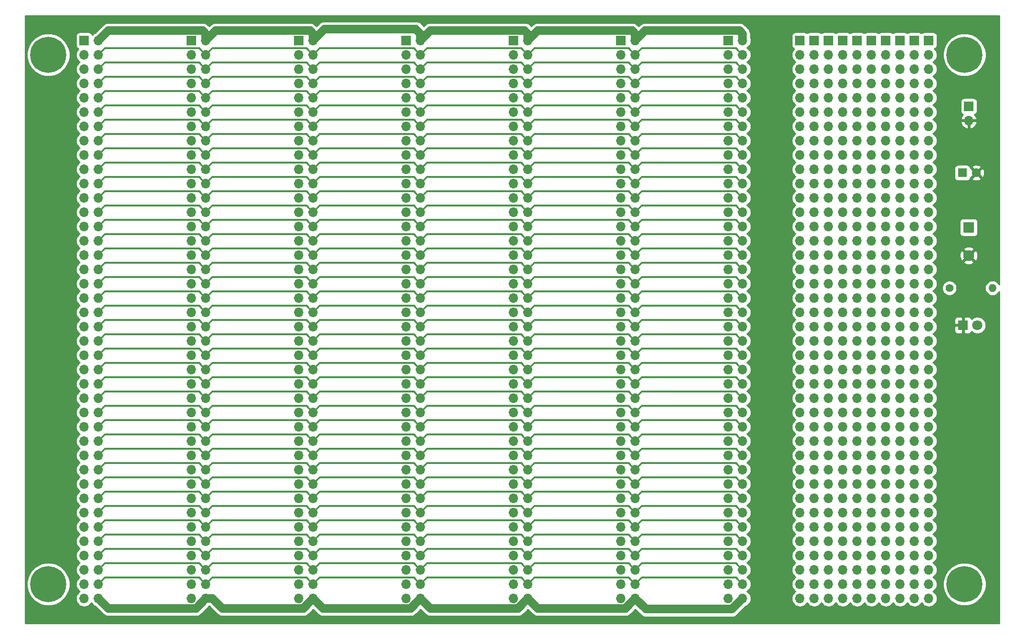
<source format=gbl>
G04 #@! TF.GenerationSoftware,KiCad,Pcbnew,5.1.4-e60b266~84~ubuntu18.04.1*
G04 #@! TF.CreationDate,2019-10-31T19:17:03-04:00*
G04 #@! TF.ProjectId,OSH_Park_2_layer,4f53485f-5061-4726-9b5f-325f6c617965,rev?*
G04 #@! TF.SameCoordinates,Original*
G04 #@! TF.FileFunction,Copper,L2,Bot*
G04 #@! TF.FilePolarity,Positive*
%FSLAX46Y46*%
G04 Gerber Fmt 4.6, Leading zero omitted, Abs format (unit mm)*
G04 Created by KiCad (PCBNEW 5.1.4-e60b266~84~ubuntu18.04.1) date 2019-10-31 19:17:03*
%MOMM*%
%LPD*%
G04 APERTURE LIST*
%ADD10O,1.700000X1.700000*%
%ADD11R,1.700000X1.700000*%
%ADD12C,1.600000*%
%ADD13R,1.600000X1.600000*%
%ADD14C,6.400000*%
%ADD15R,1.800000X1.800000*%
%ADD16C,1.800000*%
%ADD17R,1.950000X1.950000*%
%ADD18C,1.950000*%
%ADD19C,1.400000*%
%ADD20O,1.400000X1.400000*%
%ADD21C,1.500000*%
%ADD22C,0.300000*%
%ADD23C,0.254000*%
G04 APERTURE END LIST*
D10*
X177800000Y-149860000D03*
X177800000Y-147320000D03*
X177800000Y-144780000D03*
X177800000Y-142240000D03*
X177800000Y-139700000D03*
X177800000Y-137160000D03*
X177800000Y-134620000D03*
X177800000Y-132080000D03*
X177800000Y-129540000D03*
X177800000Y-127000000D03*
X177800000Y-124460000D03*
X177800000Y-121920000D03*
X177800000Y-119380000D03*
X177800000Y-116840000D03*
X177800000Y-114300000D03*
X177800000Y-111760000D03*
X177800000Y-109220000D03*
X177800000Y-106680000D03*
X177800000Y-104140000D03*
X177800000Y-101600000D03*
X177800000Y-99060000D03*
X177800000Y-96520000D03*
X177800000Y-93980000D03*
X177800000Y-91440000D03*
X177800000Y-88900000D03*
X177800000Y-86360000D03*
X177800000Y-83820000D03*
X177800000Y-81280000D03*
X177800000Y-78740000D03*
X177800000Y-76200000D03*
X177800000Y-73660000D03*
X177800000Y-71120000D03*
X177800000Y-68580000D03*
X177800000Y-66040000D03*
X177800000Y-63500000D03*
X177800000Y-60960000D03*
X177800000Y-58420000D03*
X177800000Y-55880000D03*
X177800000Y-53340000D03*
D11*
X177800000Y-50800000D03*
X180340000Y-50800000D03*
D10*
X180340000Y-53340000D03*
X180340000Y-55880000D03*
X180340000Y-58420000D03*
X180340000Y-60960000D03*
X180340000Y-63500000D03*
X180340000Y-66040000D03*
X180340000Y-68580000D03*
X180340000Y-71120000D03*
X180340000Y-73660000D03*
X180340000Y-76200000D03*
X180340000Y-78740000D03*
X180340000Y-81280000D03*
X180340000Y-83820000D03*
X180340000Y-86360000D03*
X180340000Y-88900000D03*
X180340000Y-91440000D03*
X180340000Y-93980000D03*
X180340000Y-96520000D03*
X180340000Y-99060000D03*
X180340000Y-101600000D03*
X180340000Y-104140000D03*
X180340000Y-106680000D03*
X180340000Y-109220000D03*
X180340000Y-111760000D03*
X180340000Y-114300000D03*
X180340000Y-116840000D03*
X180340000Y-119380000D03*
X180340000Y-121920000D03*
X180340000Y-124460000D03*
X180340000Y-127000000D03*
X180340000Y-129540000D03*
X180340000Y-132080000D03*
X180340000Y-134620000D03*
X180340000Y-137160000D03*
X180340000Y-139700000D03*
X180340000Y-142240000D03*
X180340000Y-144780000D03*
X180340000Y-147320000D03*
X180340000Y-149860000D03*
D11*
X182880000Y-50800000D03*
D10*
X182880000Y-53340000D03*
X182880000Y-55880000D03*
X182880000Y-58420000D03*
X182880000Y-60960000D03*
X182880000Y-63500000D03*
X182880000Y-66040000D03*
X182880000Y-68580000D03*
X182880000Y-71120000D03*
X182880000Y-73660000D03*
X182880000Y-76200000D03*
X182880000Y-78740000D03*
X182880000Y-81280000D03*
X182880000Y-83820000D03*
X182880000Y-86360000D03*
X182880000Y-88900000D03*
X182880000Y-91440000D03*
X182880000Y-93980000D03*
X182880000Y-96520000D03*
X182880000Y-99060000D03*
X182880000Y-101600000D03*
X182880000Y-104140000D03*
X182880000Y-106680000D03*
X182880000Y-109220000D03*
X182880000Y-111760000D03*
X182880000Y-114300000D03*
X182880000Y-116840000D03*
X182880000Y-119380000D03*
X182880000Y-121920000D03*
X182880000Y-124460000D03*
X182880000Y-127000000D03*
X182880000Y-129540000D03*
X182880000Y-132080000D03*
X182880000Y-134620000D03*
X182880000Y-137160000D03*
X182880000Y-139700000D03*
X182880000Y-142240000D03*
X182880000Y-144780000D03*
X182880000Y-147320000D03*
X182880000Y-149860000D03*
X185420000Y-149860000D03*
X185420000Y-147320000D03*
X185420000Y-144780000D03*
X185420000Y-142240000D03*
X185420000Y-139700000D03*
X185420000Y-137160000D03*
X185420000Y-134620000D03*
X185420000Y-132080000D03*
X185420000Y-129540000D03*
X185420000Y-127000000D03*
X185420000Y-124460000D03*
X185420000Y-121920000D03*
X185420000Y-119380000D03*
X185420000Y-116840000D03*
X185420000Y-114300000D03*
X185420000Y-111760000D03*
X185420000Y-109220000D03*
X185420000Y-106680000D03*
X185420000Y-104140000D03*
X185420000Y-101600000D03*
X185420000Y-99060000D03*
X185420000Y-96520000D03*
X185420000Y-93980000D03*
X185420000Y-91440000D03*
X185420000Y-88900000D03*
X185420000Y-86360000D03*
X185420000Y-83820000D03*
X185420000Y-81280000D03*
X185420000Y-78740000D03*
X185420000Y-76200000D03*
X185420000Y-73660000D03*
X185420000Y-71120000D03*
X185420000Y-68580000D03*
X185420000Y-66040000D03*
X185420000Y-63500000D03*
X185420000Y-60960000D03*
X185420000Y-58420000D03*
X185420000Y-55880000D03*
X185420000Y-53340000D03*
D11*
X185420000Y-50800000D03*
X187960000Y-50800000D03*
D10*
X187960000Y-53340000D03*
X187960000Y-55880000D03*
X187960000Y-58420000D03*
X187960000Y-60960000D03*
X187960000Y-63500000D03*
X187960000Y-66040000D03*
X187960000Y-68580000D03*
X187960000Y-71120000D03*
X187960000Y-73660000D03*
X187960000Y-76200000D03*
X187960000Y-78740000D03*
X187960000Y-81280000D03*
X187960000Y-83820000D03*
X187960000Y-86360000D03*
X187960000Y-88900000D03*
X187960000Y-91440000D03*
X187960000Y-93980000D03*
X187960000Y-96520000D03*
X187960000Y-99060000D03*
X187960000Y-101600000D03*
X187960000Y-104140000D03*
X187960000Y-106680000D03*
X187960000Y-109220000D03*
X187960000Y-111760000D03*
X187960000Y-114300000D03*
X187960000Y-116840000D03*
X187960000Y-119380000D03*
X187960000Y-121920000D03*
X187960000Y-124460000D03*
X187960000Y-127000000D03*
X187960000Y-129540000D03*
X187960000Y-132080000D03*
X187960000Y-134620000D03*
X187960000Y-137160000D03*
X187960000Y-139700000D03*
X187960000Y-142240000D03*
X187960000Y-144780000D03*
X187960000Y-147320000D03*
X187960000Y-149860000D03*
X190500000Y-149860000D03*
X190500000Y-147320000D03*
X190500000Y-144780000D03*
X190500000Y-142240000D03*
X190500000Y-139700000D03*
X190500000Y-137160000D03*
X190500000Y-134620000D03*
X190500000Y-132080000D03*
X190500000Y-129540000D03*
X190500000Y-127000000D03*
X190500000Y-124460000D03*
X190500000Y-121920000D03*
X190500000Y-119380000D03*
X190500000Y-116840000D03*
X190500000Y-114300000D03*
X190500000Y-111760000D03*
X190500000Y-109220000D03*
X190500000Y-106680000D03*
X190500000Y-104140000D03*
X190500000Y-101600000D03*
X190500000Y-99060000D03*
X190500000Y-96520000D03*
X190500000Y-93980000D03*
X190500000Y-91440000D03*
X190500000Y-88900000D03*
X190500000Y-86360000D03*
X190500000Y-83820000D03*
X190500000Y-81280000D03*
X190500000Y-78740000D03*
X190500000Y-76200000D03*
X190500000Y-73660000D03*
X190500000Y-71120000D03*
X190500000Y-68580000D03*
X190500000Y-66040000D03*
X190500000Y-63500000D03*
X190500000Y-60960000D03*
X190500000Y-58420000D03*
X190500000Y-55880000D03*
X190500000Y-53340000D03*
D11*
X190500000Y-50800000D03*
X193040000Y-50800000D03*
D10*
X193040000Y-53340000D03*
X193040000Y-55880000D03*
X193040000Y-58420000D03*
X193040000Y-60960000D03*
X193040000Y-63500000D03*
X193040000Y-66040000D03*
X193040000Y-68580000D03*
X193040000Y-71120000D03*
X193040000Y-73660000D03*
X193040000Y-76200000D03*
X193040000Y-78740000D03*
X193040000Y-81280000D03*
X193040000Y-83820000D03*
X193040000Y-86360000D03*
X193040000Y-88900000D03*
X193040000Y-91440000D03*
X193040000Y-93980000D03*
X193040000Y-96520000D03*
X193040000Y-99060000D03*
X193040000Y-101600000D03*
X193040000Y-104140000D03*
X193040000Y-106680000D03*
X193040000Y-109220000D03*
X193040000Y-111760000D03*
X193040000Y-114300000D03*
X193040000Y-116840000D03*
X193040000Y-119380000D03*
X193040000Y-121920000D03*
X193040000Y-124460000D03*
X193040000Y-127000000D03*
X193040000Y-129540000D03*
X193040000Y-132080000D03*
X193040000Y-134620000D03*
X193040000Y-137160000D03*
X193040000Y-139700000D03*
X193040000Y-142240000D03*
X193040000Y-144780000D03*
X193040000Y-147320000D03*
X193040000Y-149860000D03*
X195580000Y-149860000D03*
X195580000Y-147320000D03*
X195580000Y-144780000D03*
X195580000Y-142240000D03*
X195580000Y-139700000D03*
X195580000Y-137160000D03*
X195580000Y-134620000D03*
X195580000Y-132080000D03*
X195580000Y-129540000D03*
X195580000Y-127000000D03*
X195580000Y-124460000D03*
X195580000Y-121920000D03*
X195580000Y-119380000D03*
X195580000Y-116840000D03*
X195580000Y-114300000D03*
X195580000Y-111760000D03*
X195580000Y-109220000D03*
X195580000Y-106680000D03*
X195580000Y-104140000D03*
X195580000Y-101600000D03*
X195580000Y-99060000D03*
X195580000Y-96520000D03*
X195580000Y-93980000D03*
X195580000Y-91440000D03*
X195580000Y-88900000D03*
X195580000Y-86360000D03*
X195580000Y-83820000D03*
X195580000Y-81280000D03*
X195580000Y-78740000D03*
X195580000Y-76200000D03*
X195580000Y-73660000D03*
X195580000Y-71120000D03*
X195580000Y-68580000D03*
X195580000Y-66040000D03*
X195580000Y-63500000D03*
X195580000Y-60960000D03*
X195580000Y-58420000D03*
X195580000Y-55880000D03*
X195580000Y-53340000D03*
D11*
X195580000Y-50800000D03*
X198120000Y-50800000D03*
D10*
X198120000Y-53340000D03*
X198120000Y-55880000D03*
X198120000Y-58420000D03*
X198120000Y-60960000D03*
X198120000Y-63500000D03*
X198120000Y-66040000D03*
X198120000Y-68580000D03*
X198120000Y-71120000D03*
X198120000Y-73660000D03*
X198120000Y-76200000D03*
X198120000Y-78740000D03*
X198120000Y-81280000D03*
X198120000Y-83820000D03*
X198120000Y-86360000D03*
X198120000Y-88900000D03*
X198120000Y-91440000D03*
X198120000Y-93980000D03*
X198120000Y-96520000D03*
X198120000Y-99060000D03*
X198120000Y-101600000D03*
X198120000Y-104140000D03*
X198120000Y-106680000D03*
X198120000Y-109220000D03*
X198120000Y-111760000D03*
X198120000Y-114300000D03*
X198120000Y-116840000D03*
X198120000Y-119380000D03*
X198120000Y-121920000D03*
X198120000Y-124460000D03*
X198120000Y-127000000D03*
X198120000Y-129540000D03*
X198120000Y-132080000D03*
X198120000Y-134620000D03*
X198120000Y-137160000D03*
X198120000Y-139700000D03*
X198120000Y-142240000D03*
X198120000Y-144780000D03*
X198120000Y-147320000D03*
X198120000Y-149860000D03*
X200660000Y-149860000D03*
X200660000Y-147320000D03*
X200660000Y-144780000D03*
X200660000Y-142240000D03*
X200660000Y-139700000D03*
X200660000Y-137160000D03*
X200660000Y-134620000D03*
X200660000Y-132080000D03*
X200660000Y-129540000D03*
X200660000Y-127000000D03*
X200660000Y-124460000D03*
X200660000Y-121920000D03*
X200660000Y-119380000D03*
X200660000Y-116840000D03*
X200660000Y-114300000D03*
X200660000Y-111760000D03*
X200660000Y-109220000D03*
X200660000Y-106680000D03*
X200660000Y-104140000D03*
X200660000Y-101600000D03*
X200660000Y-99060000D03*
X200660000Y-96520000D03*
X200660000Y-93980000D03*
X200660000Y-91440000D03*
X200660000Y-88900000D03*
X200660000Y-86360000D03*
X200660000Y-83820000D03*
X200660000Y-81280000D03*
X200660000Y-78740000D03*
X200660000Y-76200000D03*
X200660000Y-73660000D03*
X200660000Y-71120000D03*
X200660000Y-68580000D03*
X200660000Y-66040000D03*
X200660000Y-63500000D03*
X200660000Y-60960000D03*
X200660000Y-58420000D03*
X200660000Y-55880000D03*
X200660000Y-53340000D03*
D11*
X200660000Y-50800000D03*
D12*
X209129000Y-74295000D03*
D13*
X206629000Y-74295000D03*
D14*
X207010000Y-147320000D03*
X207010000Y-53340000D03*
X44450000Y-147320000D03*
X44450000Y-53340000D03*
D15*
X206756000Y-101346000D03*
D16*
X209296000Y-101346000D03*
D10*
X53340000Y-149860000D03*
X50800000Y-149860000D03*
X53340000Y-147320000D03*
X50800000Y-147320000D03*
X53340000Y-144780000D03*
X50800000Y-144780000D03*
X53340000Y-142240000D03*
X50800000Y-142240000D03*
X53340000Y-139700000D03*
X50800000Y-139700000D03*
X53340000Y-137160000D03*
X50800000Y-137160000D03*
X53340000Y-134620000D03*
X50800000Y-134620000D03*
X53340000Y-132080000D03*
X50800000Y-132080000D03*
X53340000Y-129540000D03*
X50800000Y-129540000D03*
X53340000Y-127000000D03*
X50800000Y-127000000D03*
X53340000Y-124460000D03*
X50800000Y-124460000D03*
X53340000Y-121920000D03*
X50800000Y-121920000D03*
X53340000Y-119380000D03*
X50800000Y-119380000D03*
X53340000Y-116840000D03*
X50800000Y-116840000D03*
X53340000Y-114300000D03*
X50800000Y-114300000D03*
X53340000Y-111760000D03*
X50800000Y-111760000D03*
X53340000Y-109220000D03*
X50800000Y-109220000D03*
X53340000Y-106680000D03*
X50800000Y-106680000D03*
X53340000Y-104140000D03*
X50800000Y-104140000D03*
X53340000Y-101600000D03*
X50800000Y-101600000D03*
X53340000Y-99060000D03*
X50800000Y-99060000D03*
X53340000Y-96520000D03*
X50800000Y-96520000D03*
X53340000Y-93980000D03*
X50800000Y-93980000D03*
X53340000Y-91440000D03*
X50800000Y-91440000D03*
X53340000Y-88900000D03*
X50800000Y-88900000D03*
X53340000Y-86360000D03*
X50800000Y-86360000D03*
X53340000Y-83820000D03*
X50800000Y-83820000D03*
X53340000Y-81280000D03*
X50800000Y-81280000D03*
X53340000Y-78740000D03*
X50800000Y-78740000D03*
X53340000Y-76200000D03*
X50800000Y-76200000D03*
X53340000Y-73660000D03*
X50800000Y-73660000D03*
X53340000Y-71120000D03*
X50800000Y-71120000D03*
X53340000Y-68580000D03*
X50800000Y-68580000D03*
X53340000Y-66040000D03*
X50800000Y-66040000D03*
X53340000Y-63500000D03*
X50800000Y-63500000D03*
X53340000Y-60960000D03*
X50800000Y-60960000D03*
X53340000Y-58420000D03*
X50800000Y-58420000D03*
X53340000Y-55880000D03*
X50800000Y-55880000D03*
X53340000Y-53340000D03*
X50800000Y-53340000D03*
X53340000Y-50800000D03*
D11*
X50800000Y-50800000D03*
X69850000Y-50800000D03*
D10*
X72390000Y-50800000D03*
X69850000Y-53340000D03*
X72390000Y-53340000D03*
X69850000Y-55880000D03*
X72390000Y-55880000D03*
X69850000Y-58420000D03*
X72390000Y-58420000D03*
X69850000Y-60960000D03*
X72390000Y-60960000D03*
X69850000Y-63500000D03*
X72390000Y-63500000D03*
X69850000Y-66040000D03*
X72390000Y-66040000D03*
X69850000Y-68580000D03*
X72390000Y-68580000D03*
X69850000Y-71120000D03*
X72390000Y-71120000D03*
X69850000Y-73660000D03*
X72390000Y-73660000D03*
X69850000Y-76200000D03*
X72390000Y-76200000D03*
X69850000Y-78740000D03*
X72390000Y-78740000D03*
X69850000Y-81280000D03*
X72390000Y-81280000D03*
X69850000Y-83820000D03*
X72390000Y-83820000D03*
X69850000Y-86360000D03*
X72390000Y-86360000D03*
X69850000Y-88900000D03*
X72390000Y-88900000D03*
X69850000Y-91440000D03*
X72390000Y-91440000D03*
X69850000Y-93980000D03*
X72390000Y-93980000D03*
X69850000Y-96520000D03*
X72390000Y-96520000D03*
X69850000Y-99060000D03*
X72390000Y-99060000D03*
X69850000Y-101600000D03*
X72390000Y-101600000D03*
X69850000Y-104140000D03*
X72390000Y-104140000D03*
X69850000Y-106680000D03*
X72390000Y-106680000D03*
X69850000Y-109220000D03*
X72390000Y-109220000D03*
X69850000Y-111760000D03*
X72390000Y-111760000D03*
X69850000Y-114300000D03*
X72390000Y-114300000D03*
X69850000Y-116840000D03*
X72390000Y-116840000D03*
X69850000Y-119380000D03*
X72390000Y-119380000D03*
X69850000Y-121920000D03*
X72390000Y-121920000D03*
X69850000Y-124460000D03*
X72390000Y-124460000D03*
X69850000Y-127000000D03*
X72390000Y-127000000D03*
X69850000Y-129540000D03*
X72390000Y-129540000D03*
X69850000Y-132080000D03*
X72390000Y-132080000D03*
X69850000Y-134620000D03*
X72390000Y-134620000D03*
X69850000Y-137160000D03*
X72390000Y-137160000D03*
X69850000Y-139700000D03*
X72390000Y-139700000D03*
X69850000Y-142240000D03*
X72390000Y-142240000D03*
X69850000Y-144780000D03*
X72390000Y-144780000D03*
X69850000Y-147320000D03*
X72390000Y-147320000D03*
X69850000Y-149860000D03*
X72390000Y-149860000D03*
D11*
X88900000Y-50800000D03*
D10*
X91440000Y-50800000D03*
X88900000Y-53340000D03*
X91440000Y-53340000D03*
X88900000Y-55880000D03*
X91440000Y-55880000D03*
X88900000Y-58420000D03*
X91440000Y-58420000D03*
X88900000Y-60960000D03*
X91440000Y-60960000D03*
X88900000Y-63500000D03*
X91440000Y-63500000D03*
X88900000Y-66040000D03*
X91440000Y-66040000D03*
X88900000Y-68580000D03*
X91440000Y-68580000D03*
X88900000Y-71120000D03*
X91440000Y-71120000D03*
X88900000Y-73660000D03*
X91440000Y-73660000D03*
X88900000Y-76200000D03*
X91440000Y-76200000D03*
X88900000Y-78740000D03*
X91440000Y-78740000D03*
X88900000Y-81280000D03*
X91440000Y-81280000D03*
X88900000Y-83820000D03*
X91440000Y-83820000D03*
X88900000Y-86360000D03*
X91440000Y-86360000D03*
X88900000Y-88900000D03*
X91440000Y-88900000D03*
X88900000Y-91440000D03*
X91440000Y-91440000D03*
X88900000Y-93980000D03*
X91440000Y-93980000D03*
X88900000Y-96520000D03*
X91440000Y-96520000D03*
X88900000Y-99060000D03*
X91440000Y-99060000D03*
X88900000Y-101600000D03*
X91440000Y-101600000D03*
X88900000Y-104140000D03*
X91440000Y-104140000D03*
X88900000Y-106680000D03*
X91440000Y-106680000D03*
X88900000Y-109220000D03*
X91440000Y-109220000D03*
X88900000Y-111760000D03*
X91440000Y-111760000D03*
X88900000Y-114300000D03*
X91440000Y-114300000D03*
X88900000Y-116840000D03*
X91440000Y-116840000D03*
X88900000Y-119380000D03*
X91440000Y-119380000D03*
X88900000Y-121920000D03*
X91440000Y-121920000D03*
X88900000Y-124460000D03*
X91440000Y-124460000D03*
X88900000Y-127000000D03*
X91440000Y-127000000D03*
X88900000Y-129540000D03*
X91440000Y-129540000D03*
X88900000Y-132080000D03*
X91440000Y-132080000D03*
X88900000Y-134620000D03*
X91440000Y-134620000D03*
X88900000Y-137160000D03*
X91440000Y-137160000D03*
X88900000Y-139700000D03*
X91440000Y-139700000D03*
X88900000Y-142240000D03*
X91440000Y-142240000D03*
X88900000Y-144780000D03*
X91440000Y-144780000D03*
X88900000Y-147320000D03*
X91440000Y-147320000D03*
X88900000Y-149860000D03*
X91440000Y-149860000D03*
X110490000Y-149860000D03*
X107950000Y-149860000D03*
X110490000Y-147320000D03*
X107950000Y-147320000D03*
X110490000Y-144780000D03*
X107950000Y-144780000D03*
X110490000Y-142240000D03*
X107950000Y-142240000D03*
X110490000Y-139700000D03*
X107950000Y-139700000D03*
X110490000Y-137160000D03*
X107950000Y-137160000D03*
X110490000Y-134620000D03*
X107950000Y-134620000D03*
X110490000Y-132080000D03*
X107950000Y-132080000D03*
X110490000Y-129540000D03*
X107950000Y-129540000D03*
X110490000Y-127000000D03*
X107950000Y-127000000D03*
X110490000Y-124460000D03*
X107950000Y-124460000D03*
X110490000Y-121920000D03*
X107950000Y-121920000D03*
X110490000Y-119380000D03*
X107950000Y-119380000D03*
X110490000Y-116840000D03*
X107950000Y-116840000D03*
X110490000Y-114300000D03*
X107950000Y-114300000D03*
X110490000Y-111760000D03*
X107950000Y-111760000D03*
X110490000Y-109220000D03*
X107950000Y-109220000D03*
X110490000Y-106680000D03*
X107950000Y-106680000D03*
X110490000Y-104140000D03*
X107950000Y-104140000D03*
X110490000Y-101600000D03*
X107950000Y-101600000D03*
X110490000Y-99060000D03*
X107950000Y-99060000D03*
X110490000Y-96520000D03*
X107950000Y-96520000D03*
X110490000Y-93980000D03*
X107950000Y-93980000D03*
X110490000Y-91440000D03*
X107950000Y-91440000D03*
X110490000Y-88900000D03*
X107950000Y-88900000D03*
X110490000Y-86360000D03*
X107950000Y-86360000D03*
X110490000Y-83820000D03*
X107950000Y-83820000D03*
X110490000Y-81280000D03*
X107950000Y-81280000D03*
X110490000Y-78740000D03*
X107950000Y-78740000D03*
X110490000Y-76200000D03*
X107950000Y-76200000D03*
X110490000Y-73660000D03*
X107950000Y-73660000D03*
X110490000Y-71120000D03*
X107950000Y-71120000D03*
X110490000Y-68580000D03*
X107950000Y-68580000D03*
X110490000Y-66040000D03*
X107950000Y-66040000D03*
X110490000Y-63500000D03*
X107950000Y-63500000D03*
X110490000Y-60960000D03*
X107950000Y-60960000D03*
X110490000Y-58420000D03*
X107950000Y-58420000D03*
X110490000Y-55880000D03*
X107950000Y-55880000D03*
X110490000Y-53340000D03*
X107950000Y-53340000D03*
X110490000Y-50800000D03*
D11*
X107950000Y-50800000D03*
X127000000Y-50800000D03*
D10*
X129540000Y-50800000D03*
X127000000Y-53340000D03*
X129540000Y-53340000D03*
X127000000Y-55880000D03*
X129540000Y-55880000D03*
X127000000Y-58420000D03*
X129540000Y-58420000D03*
X127000000Y-60960000D03*
X129540000Y-60960000D03*
X127000000Y-63500000D03*
X129540000Y-63500000D03*
X127000000Y-66040000D03*
X129540000Y-66040000D03*
X127000000Y-68580000D03*
X129540000Y-68580000D03*
X127000000Y-71120000D03*
X129540000Y-71120000D03*
X127000000Y-73660000D03*
X129540000Y-73660000D03*
X127000000Y-76200000D03*
X129540000Y-76200000D03*
X127000000Y-78740000D03*
X129540000Y-78740000D03*
X127000000Y-81280000D03*
X129540000Y-81280000D03*
X127000000Y-83820000D03*
X129540000Y-83820000D03*
X127000000Y-86360000D03*
X129540000Y-86360000D03*
X127000000Y-88900000D03*
X129540000Y-88900000D03*
X127000000Y-91440000D03*
X129540000Y-91440000D03*
X127000000Y-93980000D03*
X129540000Y-93980000D03*
X127000000Y-96520000D03*
X129540000Y-96520000D03*
X127000000Y-99060000D03*
X129540000Y-99060000D03*
X127000000Y-101600000D03*
X129540000Y-101600000D03*
X127000000Y-104140000D03*
X129540000Y-104140000D03*
X127000000Y-106680000D03*
X129540000Y-106680000D03*
X127000000Y-109220000D03*
X129540000Y-109220000D03*
X127000000Y-111760000D03*
X129540000Y-111760000D03*
X127000000Y-114300000D03*
X129540000Y-114300000D03*
X127000000Y-116840000D03*
X129540000Y-116840000D03*
X127000000Y-119380000D03*
X129540000Y-119380000D03*
X127000000Y-121920000D03*
X129540000Y-121920000D03*
X127000000Y-124460000D03*
X129540000Y-124460000D03*
X127000000Y-127000000D03*
X129540000Y-127000000D03*
X127000000Y-129540000D03*
X129540000Y-129540000D03*
X127000000Y-132080000D03*
X129540000Y-132080000D03*
X127000000Y-134620000D03*
X129540000Y-134620000D03*
X127000000Y-137160000D03*
X129540000Y-137160000D03*
X127000000Y-139700000D03*
X129540000Y-139700000D03*
X127000000Y-142240000D03*
X129540000Y-142240000D03*
X127000000Y-144780000D03*
X129540000Y-144780000D03*
X127000000Y-147320000D03*
X129540000Y-147320000D03*
X127000000Y-149860000D03*
X129540000Y-149860000D03*
D11*
X146050000Y-50800000D03*
D10*
X148590000Y-50800000D03*
X146050000Y-53340000D03*
X148590000Y-53340000D03*
X146050000Y-55880000D03*
X148590000Y-55880000D03*
X146050000Y-58420000D03*
X148590000Y-58420000D03*
X146050000Y-60960000D03*
X148590000Y-60960000D03*
X146050000Y-63500000D03*
X148590000Y-63500000D03*
X146050000Y-66040000D03*
X148590000Y-66040000D03*
X146050000Y-68580000D03*
X148590000Y-68580000D03*
X146050000Y-71120000D03*
X148590000Y-71120000D03*
X146050000Y-73660000D03*
X148590000Y-73660000D03*
X146050000Y-76200000D03*
X148590000Y-76200000D03*
X146050000Y-78740000D03*
X148590000Y-78740000D03*
X146050000Y-81280000D03*
X148590000Y-81280000D03*
X146050000Y-83820000D03*
X148590000Y-83820000D03*
X146050000Y-86360000D03*
X148590000Y-86360000D03*
X146050000Y-88900000D03*
X148590000Y-88900000D03*
X146050000Y-91440000D03*
X148590000Y-91440000D03*
X146050000Y-93980000D03*
X148590000Y-93980000D03*
X146050000Y-96520000D03*
X148590000Y-96520000D03*
X146050000Y-99060000D03*
X148590000Y-99060000D03*
X146050000Y-101600000D03*
X148590000Y-101600000D03*
X146050000Y-104140000D03*
X148590000Y-104140000D03*
X146050000Y-106680000D03*
X148590000Y-106680000D03*
X146050000Y-109220000D03*
X148590000Y-109220000D03*
X146050000Y-111760000D03*
X148590000Y-111760000D03*
X146050000Y-114300000D03*
X148590000Y-114300000D03*
X146050000Y-116840000D03*
X148590000Y-116840000D03*
X146050000Y-119380000D03*
X148590000Y-119380000D03*
X146050000Y-121920000D03*
X148590000Y-121920000D03*
X146050000Y-124460000D03*
X148590000Y-124460000D03*
X146050000Y-127000000D03*
X148590000Y-127000000D03*
X146050000Y-129540000D03*
X148590000Y-129540000D03*
X146050000Y-132080000D03*
X148590000Y-132080000D03*
X146050000Y-134620000D03*
X148590000Y-134620000D03*
X146050000Y-137160000D03*
X148590000Y-137160000D03*
X146050000Y-139700000D03*
X148590000Y-139700000D03*
X146050000Y-142240000D03*
X148590000Y-142240000D03*
X146050000Y-144780000D03*
X148590000Y-144780000D03*
X146050000Y-147320000D03*
X148590000Y-147320000D03*
X146050000Y-149860000D03*
X148590000Y-149860000D03*
X167640000Y-149860000D03*
X165100000Y-149860000D03*
X167640000Y-147320000D03*
X165100000Y-147320000D03*
X167640000Y-144780000D03*
X165100000Y-144780000D03*
X167640000Y-142240000D03*
X165100000Y-142240000D03*
X167640000Y-139700000D03*
X165100000Y-139700000D03*
X167640000Y-137160000D03*
X165100000Y-137160000D03*
X167640000Y-134620000D03*
X165100000Y-134620000D03*
X167640000Y-132080000D03*
X165100000Y-132080000D03*
X167640000Y-129540000D03*
X165100000Y-129540000D03*
X167640000Y-127000000D03*
X165100000Y-127000000D03*
X167640000Y-124460000D03*
X165100000Y-124460000D03*
X167640000Y-121920000D03*
X165100000Y-121920000D03*
X167640000Y-119380000D03*
X165100000Y-119380000D03*
X167640000Y-116840000D03*
X165100000Y-116840000D03*
X167640000Y-114300000D03*
X165100000Y-114300000D03*
X167640000Y-111760000D03*
X165100000Y-111760000D03*
X167640000Y-109220000D03*
X165100000Y-109220000D03*
X167640000Y-106680000D03*
X165100000Y-106680000D03*
X167640000Y-104140000D03*
X165100000Y-104140000D03*
X167640000Y-101600000D03*
X165100000Y-101600000D03*
X167640000Y-99060000D03*
X165100000Y-99060000D03*
X167640000Y-96520000D03*
X165100000Y-96520000D03*
X167640000Y-93980000D03*
X165100000Y-93980000D03*
X167640000Y-91440000D03*
X165100000Y-91440000D03*
X167640000Y-88900000D03*
X165100000Y-88900000D03*
X167640000Y-86360000D03*
X165100000Y-86360000D03*
X167640000Y-83820000D03*
X165100000Y-83820000D03*
X167640000Y-81280000D03*
X165100000Y-81280000D03*
X167640000Y-78740000D03*
X165100000Y-78740000D03*
X167640000Y-76200000D03*
X165100000Y-76200000D03*
X167640000Y-73660000D03*
X165100000Y-73660000D03*
X167640000Y-71120000D03*
X165100000Y-71120000D03*
X167640000Y-68580000D03*
X165100000Y-68580000D03*
X167640000Y-66040000D03*
X165100000Y-66040000D03*
X167640000Y-63500000D03*
X165100000Y-63500000D03*
X167640000Y-60960000D03*
X165100000Y-60960000D03*
X167640000Y-58420000D03*
X165100000Y-58420000D03*
X167640000Y-55880000D03*
X165100000Y-55880000D03*
X167640000Y-53340000D03*
X165100000Y-53340000D03*
X167640000Y-50800000D03*
D11*
X165100000Y-50800000D03*
X207772000Y-62484000D03*
D10*
X207772000Y-65024000D03*
D17*
X207772000Y-83987000D03*
D18*
X207772000Y-88987000D03*
D19*
X204343000Y-94742000D03*
D20*
X211963000Y-94742000D03*
D21*
X70637599Y-151612401D02*
X72390000Y-149860000D01*
X53340000Y-149860000D02*
X55092401Y-151612401D01*
X55092401Y-151612401D02*
X70637599Y-151612401D01*
X89687599Y-151612401D02*
X90590001Y-150709999D01*
X75344482Y-151612401D02*
X89687599Y-151612401D01*
X90590001Y-150709999D02*
X91440000Y-149860000D01*
X73592081Y-149860000D02*
X75344482Y-151612401D01*
X72390000Y-149860000D02*
X73592081Y-149860000D01*
X109640001Y-150709999D02*
X110490000Y-149860000D01*
X108737599Y-151612401D02*
X109640001Y-150709999D01*
X93192401Y-151612401D02*
X108737599Y-151612401D01*
X91440000Y-149860000D02*
X93192401Y-151612401D01*
X128690001Y-150709999D02*
X129540000Y-149860000D01*
X127787599Y-151612401D02*
X128690001Y-150709999D01*
X112242401Y-151612401D02*
X127787599Y-151612401D01*
X110490000Y-149860000D02*
X112242401Y-151612401D01*
X146837599Y-151612401D02*
X147740001Y-150709999D01*
X147740001Y-150709999D02*
X148590000Y-149860000D01*
X131292401Y-151612401D02*
X146837599Y-151612401D01*
X129540000Y-149860000D02*
X131292401Y-151612401D01*
X166790001Y-150709999D02*
X167640000Y-149860000D01*
X150495000Y-151765000D02*
X165735000Y-151765000D01*
X165735000Y-151765000D02*
X166790001Y-150709999D01*
X148590000Y-149860000D02*
X150495000Y-151765000D01*
D22*
X72390000Y-147320000D02*
X73542401Y-146167599D01*
X54492401Y-146167599D02*
X71237599Y-146167599D01*
X90287599Y-146167599D02*
X90590001Y-146470001D01*
X73542401Y-146167599D02*
X90287599Y-146167599D01*
X166790001Y-146470001D02*
X167640000Y-147320000D01*
X129540000Y-147320000D02*
X130692401Y-146167599D01*
X166487599Y-146167599D02*
X166790001Y-146470001D01*
X71237599Y-146167599D02*
X71540001Y-146470001D01*
X130692401Y-146167599D02*
X147437599Y-146167599D01*
X147437599Y-146167599D02*
X147740001Y-146470001D01*
X128690001Y-146470001D02*
X129540000Y-147320000D01*
X90590001Y-146470001D02*
X91440000Y-147320000D01*
X128387599Y-146167599D02*
X128690001Y-146470001D01*
X91440000Y-147320000D02*
X92592401Y-146167599D01*
X92592401Y-146167599D02*
X109337599Y-146167599D01*
X147740001Y-146470001D02*
X148590000Y-147320000D01*
X148590000Y-147320000D02*
X149742401Y-146167599D01*
X71540001Y-146470001D02*
X72390000Y-147320000D01*
X109337599Y-146167599D02*
X109640001Y-146470001D01*
X111642401Y-146167599D02*
X128387599Y-146167599D01*
X109640001Y-146470001D02*
X110490000Y-147320000D01*
X149742401Y-146167599D02*
X166487599Y-146167599D01*
X110490000Y-147320000D02*
X111642401Y-146167599D01*
X53340000Y-147320000D02*
X54492401Y-146167599D01*
X72390000Y-144780000D02*
X73542401Y-143627599D01*
X54492401Y-143627599D02*
X71237599Y-143627599D01*
X90287599Y-143627599D02*
X90590001Y-143930001D01*
X73542401Y-143627599D02*
X90287599Y-143627599D01*
X166790001Y-143930001D02*
X167640000Y-144780000D01*
X129540000Y-144780000D02*
X130692401Y-143627599D01*
X166487599Y-143627599D02*
X166790001Y-143930001D01*
X71237599Y-143627599D02*
X71540001Y-143930001D01*
X130692401Y-143627599D02*
X147437599Y-143627599D01*
X147437599Y-143627599D02*
X147740001Y-143930001D01*
X128690001Y-143930001D02*
X129540000Y-144780000D01*
X90590001Y-143930001D02*
X91440000Y-144780000D01*
X128387599Y-143627599D02*
X128690001Y-143930001D01*
X91440000Y-144780000D02*
X92592401Y-143627599D01*
X92592401Y-143627599D02*
X109337599Y-143627599D01*
X147740001Y-143930001D02*
X148590000Y-144780000D01*
X148590000Y-144780000D02*
X149742401Y-143627599D01*
X71540001Y-143930001D02*
X72390000Y-144780000D01*
X109337599Y-143627599D02*
X109640001Y-143930001D01*
X111642401Y-143627599D02*
X128387599Y-143627599D01*
X109640001Y-143930001D02*
X110490000Y-144780000D01*
X149742401Y-143627599D02*
X166487599Y-143627599D01*
X110490000Y-144780000D02*
X111642401Y-143627599D01*
X53340000Y-144780000D02*
X54492401Y-143627599D01*
X72390000Y-142240000D02*
X73542401Y-141087599D01*
X54492401Y-141087599D02*
X71237599Y-141087599D01*
X90287599Y-141087599D02*
X90590001Y-141390001D01*
X73542401Y-141087599D02*
X90287599Y-141087599D01*
X166790001Y-141390001D02*
X167640000Y-142240000D01*
X129540000Y-142240000D02*
X130692401Y-141087599D01*
X166487599Y-141087599D02*
X166790001Y-141390001D01*
X71237599Y-141087599D02*
X71540001Y-141390001D01*
X130692401Y-141087599D02*
X147437599Y-141087599D01*
X147437599Y-141087599D02*
X147740001Y-141390001D01*
X128690001Y-141390001D02*
X129540000Y-142240000D01*
X90590001Y-141390001D02*
X91440000Y-142240000D01*
X128387599Y-141087599D02*
X128690001Y-141390001D01*
X91440000Y-142240000D02*
X92592401Y-141087599D01*
X92592401Y-141087599D02*
X109337599Y-141087599D01*
X147740001Y-141390001D02*
X148590000Y-142240000D01*
X148590000Y-142240000D02*
X149742401Y-141087599D01*
X71540001Y-141390001D02*
X72390000Y-142240000D01*
X109337599Y-141087599D02*
X109640001Y-141390001D01*
X111642401Y-141087599D02*
X128387599Y-141087599D01*
X109640001Y-141390001D02*
X110490000Y-142240000D01*
X149742401Y-141087599D02*
X166487599Y-141087599D01*
X110490000Y-142240000D02*
X111642401Y-141087599D01*
X53340000Y-142240000D02*
X54492401Y-141087599D01*
X72390000Y-139700000D02*
X73542401Y-138547599D01*
X54492401Y-138547599D02*
X71237599Y-138547599D01*
X90287599Y-138547599D02*
X90590001Y-138850001D01*
X73542401Y-138547599D02*
X90287599Y-138547599D01*
X166790001Y-138850001D02*
X167640000Y-139700000D01*
X129540000Y-139700000D02*
X130692401Y-138547599D01*
X166487599Y-138547599D02*
X166790001Y-138850001D01*
X71237599Y-138547599D02*
X71540001Y-138850001D01*
X130692401Y-138547599D02*
X147437599Y-138547599D01*
X147437599Y-138547599D02*
X147740001Y-138850001D01*
X128690001Y-138850001D02*
X129540000Y-139700000D01*
X90590001Y-138850001D02*
X91440000Y-139700000D01*
X128387599Y-138547599D02*
X128690001Y-138850001D01*
X91440000Y-139700000D02*
X92592401Y-138547599D01*
X92592401Y-138547599D02*
X109337599Y-138547599D01*
X147740001Y-138850001D02*
X148590000Y-139700000D01*
X148590000Y-139700000D02*
X149742401Y-138547599D01*
X71540001Y-138850001D02*
X72390000Y-139700000D01*
X109337599Y-138547599D02*
X109640001Y-138850001D01*
X111642401Y-138547599D02*
X128387599Y-138547599D01*
X109640001Y-138850001D02*
X110490000Y-139700000D01*
X149742401Y-138547599D02*
X166487599Y-138547599D01*
X110490000Y-139700000D02*
X111642401Y-138547599D01*
X53340000Y-139700000D02*
X54492401Y-138547599D01*
X72390000Y-137160000D02*
X73542401Y-136007599D01*
X54492401Y-136007599D02*
X71237599Y-136007599D01*
X90287599Y-136007599D02*
X90590001Y-136310001D01*
X73542401Y-136007599D02*
X90287599Y-136007599D01*
X166790001Y-136310001D02*
X167640000Y-137160000D01*
X129540000Y-137160000D02*
X130692401Y-136007599D01*
X166487599Y-136007599D02*
X166790001Y-136310001D01*
X71237599Y-136007599D02*
X71540001Y-136310001D01*
X130692401Y-136007599D02*
X147437599Y-136007599D01*
X147437599Y-136007599D02*
X147740001Y-136310001D01*
X128690001Y-136310001D02*
X129540000Y-137160000D01*
X90590001Y-136310001D02*
X91440000Y-137160000D01*
X128387599Y-136007599D02*
X128690001Y-136310001D01*
X91440000Y-137160000D02*
X92592401Y-136007599D01*
X92592401Y-136007599D02*
X109337599Y-136007599D01*
X147740001Y-136310001D02*
X148590000Y-137160000D01*
X148590000Y-137160000D02*
X149742401Y-136007599D01*
X71540001Y-136310001D02*
X72390000Y-137160000D01*
X109337599Y-136007599D02*
X109640001Y-136310001D01*
X111642401Y-136007599D02*
X128387599Y-136007599D01*
X109640001Y-136310001D02*
X110490000Y-137160000D01*
X149742401Y-136007599D02*
X166487599Y-136007599D01*
X110490000Y-137160000D02*
X111642401Y-136007599D01*
X53340000Y-137160000D02*
X54492401Y-136007599D01*
X72390000Y-134620000D02*
X73542401Y-133467599D01*
X54492401Y-133467599D02*
X71237599Y-133467599D01*
X90287599Y-133467599D02*
X90590001Y-133770001D01*
X73542401Y-133467599D02*
X90287599Y-133467599D01*
X166790001Y-133770001D02*
X167640000Y-134620000D01*
X129540000Y-134620000D02*
X130692401Y-133467599D01*
X166487599Y-133467599D02*
X166790001Y-133770001D01*
X71237599Y-133467599D02*
X71540001Y-133770001D01*
X130692401Y-133467599D02*
X147437599Y-133467599D01*
X147437599Y-133467599D02*
X147740001Y-133770001D01*
X128690001Y-133770001D02*
X129540000Y-134620000D01*
X90590001Y-133770001D02*
X91440000Y-134620000D01*
X128387599Y-133467599D02*
X128690001Y-133770001D01*
X91440000Y-134620000D02*
X92592401Y-133467599D01*
X92592401Y-133467599D02*
X109337599Y-133467599D01*
X147740001Y-133770001D02*
X148590000Y-134620000D01*
X148590000Y-134620000D02*
X149742401Y-133467599D01*
X71540001Y-133770001D02*
X72390000Y-134620000D01*
X109337599Y-133467599D02*
X109640001Y-133770001D01*
X111642401Y-133467599D02*
X128387599Y-133467599D01*
X109640001Y-133770001D02*
X110490000Y-134620000D01*
X149742401Y-133467599D02*
X166487599Y-133467599D01*
X110490000Y-134620000D02*
X111642401Y-133467599D01*
X53340000Y-134620000D02*
X54492401Y-133467599D01*
X72390000Y-132080000D02*
X73542401Y-130927599D01*
X54492401Y-130927599D02*
X71237599Y-130927599D01*
X90287599Y-130927599D02*
X90590001Y-131230001D01*
X73542401Y-130927599D02*
X90287599Y-130927599D01*
X166790001Y-131230001D02*
X167640000Y-132080000D01*
X129540000Y-132080000D02*
X130692401Y-130927599D01*
X166487599Y-130927599D02*
X166790001Y-131230001D01*
X71237599Y-130927599D02*
X71540001Y-131230001D01*
X130692401Y-130927599D02*
X147437599Y-130927599D01*
X147437599Y-130927599D02*
X147740001Y-131230001D01*
X128690001Y-131230001D02*
X129540000Y-132080000D01*
X90590001Y-131230001D02*
X91440000Y-132080000D01*
X128387599Y-130927599D02*
X128690001Y-131230001D01*
X91440000Y-132080000D02*
X92592401Y-130927599D01*
X92592401Y-130927599D02*
X109337599Y-130927599D01*
X147740001Y-131230001D02*
X148590000Y-132080000D01*
X148590000Y-132080000D02*
X149742401Y-130927599D01*
X71540001Y-131230001D02*
X72390000Y-132080000D01*
X109337599Y-130927599D02*
X109640001Y-131230001D01*
X111642401Y-130927599D02*
X128387599Y-130927599D01*
X109640001Y-131230001D02*
X110490000Y-132080000D01*
X149742401Y-130927599D02*
X166487599Y-130927599D01*
X110490000Y-132080000D02*
X111642401Y-130927599D01*
X53340000Y-132080000D02*
X54492401Y-130927599D01*
X72390000Y-129540000D02*
X73542401Y-128387599D01*
X54492401Y-128387599D02*
X71237599Y-128387599D01*
X90287599Y-128387599D02*
X90590001Y-128690001D01*
X73542401Y-128387599D02*
X90287599Y-128387599D01*
X166790001Y-128690001D02*
X167640000Y-129540000D01*
X129540000Y-129540000D02*
X130692401Y-128387599D01*
X166487599Y-128387599D02*
X166790001Y-128690001D01*
X71237599Y-128387599D02*
X71540001Y-128690001D01*
X130692401Y-128387599D02*
X147437599Y-128387599D01*
X147437599Y-128387599D02*
X147740001Y-128690001D01*
X128690001Y-128690001D02*
X129540000Y-129540000D01*
X90590001Y-128690001D02*
X91440000Y-129540000D01*
X128387599Y-128387599D02*
X128690001Y-128690001D01*
X91440000Y-129540000D02*
X92592401Y-128387599D01*
X92592401Y-128387599D02*
X109337599Y-128387599D01*
X147740001Y-128690001D02*
X148590000Y-129540000D01*
X148590000Y-129540000D02*
X149742401Y-128387599D01*
X71540001Y-128690001D02*
X72390000Y-129540000D01*
X109337599Y-128387599D02*
X109640001Y-128690001D01*
X111642401Y-128387599D02*
X128387599Y-128387599D01*
X109640001Y-128690001D02*
X110490000Y-129540000D01*
X149742401Y-128387599D02*
X166487599Y-128387599D01*
X110490000Y-129540000D02*
X111642401Y-128387599D01*
X53340000Y-129540000D02*
X54492401Y-128387599D01*
X72390000Y-127000000D02*
X73542401Y-125847599D01*
X54492401Y-125847599D02*
X71237599Y-125847599D01*
X90287599Y-125847599D02*
X90590001Y-126150001D01*
X73542401Y-125847599D02*
X90287599Y-125847599D01*
X166790001Y-126150001D02*
X167640000Y-127000000D01*
X129540000Y-127000000D02*
X130692401Y-125847599D01*
X166487599Y-125847599D02*
X166790001Y-126150001D01*
X71237599Y-125847599D02*
X71540001Y-126150001D01*
X130692401Y-125847599D02*
X147437599Y-125847599D01*
X147437599Y-125847599D02*
X147740001Y-126150001D01*
X128690001Y-126150001D02*
X129540000Y-127000000D01*
X90590001Y-126150001D02*
X91440000Y-127000000D01*
X128387599Y-125847599D02*
X128690001Y-126150001D01*
X91440000Y-127000000D02*
X92592401Y-125847599D01*
X92592401Y-125847599D02*
X109337599Y-125847599D01*
X147740001Y-126150001D02*
X148590000Y-127000000D01*
X148590000Y-127000000D02*
X149742401Y-125847599D01*
X71540001Y-126150001D02*
X72390000Y-127000000D01*
X109337599Y-125847599D02*
X109640001Y-126150001D01*
X111642401Y-125847599D02*
X128387599Y-125847599D01*
X109640001Y-126150001D02*
X110490000Y-127000000D01*
X149742401Y-125847599D02*
X166487599Y-125847599D01*
X110490000Y-127000000D02*
X111642401Y-125847599D01*
X53340000Y-127000000D02*
X54492401Y-125847599D01*
X72390000Y-124460000D02*
X73542401Y-123307599D01*
X54492401Y-123307599D02*
X71237599Y-123307599D01*
X90287599Y-123307599D02*
X90590001Y-123610001D01*
X73542401Y-123307599D02*
X90287599Y-123307599D01*
X166790001Y-123610001D02*
X167640000Y-124460000D01*
X129540000Y-124460000D02*
X130692401Y-123307599D01*
X166487599Y-123307599D02*
X166790001Y-123610001D01*
X71237599Y-123307599D02*
X71540001Y-123610001D01*
X130692401Y-123307599D02*
X147437599Y-123307599D01*
X147437599Y-123307599D02*
X147740001Y-123610001D01*
X128690001Y-123610001D02*
X129540000Y-124460000D01*
X90590001Y-123610001D02*
X91440000Y-124460000D01*
X128387599Y-123307599D02*
X128690001Y-123610001D01*
X91440000Y-124460000D02*
X92592401Y-123307599D01*
X92592401Y-123307599D02*
X109337599Y-123307599D01*
X147740001Y-123610001D02*
X148590000Y-124460000D01*
X148590000Y-124460000D02*
X149742401Y-123307599D01*
X71540001Y-123610001D02*
X72390000Y-124460000D01*
X109337599Y-123307599D02*
X109640001Y-123610001D01*
X111642401Y-123307599D02*
X128387599Y-123307599D01*
X109640001Y-123610001D02*
X110490000Y-124460000D01*
X149742401Y-123307599D02*
X166487599Y-123307599D01*
X110490000Y-124460000D02*
X111642401Y-123307599D01*
X53340000Y-124460000D02*
X54492401Y-123307599D01*
X72390000Y-121920000D02*
X73542401Y-120767599D01*
X54492401Y-120767599D02*
X71237599Y-120767599D01*
X90287599Y-120767599D02*
X90590001Y-121070001D01*
X73542401Y-120767599D02*
X90287599Y-120767599D01*
X166790001Y-121070001D02*
X167640000Y-121920000D01*
X129540000Y-121920000D02*
X130692401Y-120767599D01*
X166487599Y-120767599D02*
X166790001Y-121070001D01*
X71237599Y-120767599D02*
X71540001Y-121070001D01*
X130692401Y-120767599D02*
X147437599Y-120767599D01*
X147437599Y-120767599D02*
X147740001Y-121070001D01*
X128690001Y-121070001D02*
X129540000Y-121920000D01*
X90590001Y-121070001D02*
X91440000Y-121920000D01*
X128387599Y-120767599D02*
X128690001Y-121070001D01*
X91440000Y-121920000D02*
X92592401Y-120767599D01*
X92592401Y-120767599D02*
X109337599Y-120767599D01*
X147740001Y-121070001D02*
X148590000Y-121920000D01*
X148590000Y-121920000D02*
X149742401Y-120767599D01*
X71540001Y-121070001D02*
X72390000Y-121920000D01*
X109337599Y-120767599D02*
X109640001Y-121070001D01*
X111642401Y-120767599D02*
X128387599Y-120767599D01*
X109640001Y-121070001D02*
X110490000Y-121920000D01*
X149742401Y-120767599D02*
X166487599Y-120767599D01*
X110490000Y-121920000D02*
X111642401Y-120767599D01*
X53340000Y-121920000D02*
X54492401Y-120767599D01*
X72390000Y-119380000D02*
X73542401Y-118227599D01*
X54492401Y-118227599D02*
X71237599Y-118227599D01*
X90287599Y-118227599D02*
X90590001Y-118530001D01*
X73542401Y-118227599D02*
X90287599Y-118227599D01*
X166790001Y-118530001D02*
X167640000Y-119380000D01*
X129540000Y-119380000D02*
X130692401Y-118227599D01*
X166487599Y-118227599D02*
X166790001Y-118530001D01*
X71237599Y-118227599D02*
X71540001Y-118530001D01*
X130692401Y-118227599D02*
X147437599Y-118227599D01*
X147437599Y-118227599D02*
X147740001Y-118530001D01*
X128690001Y-118530001D02*
X129540000Y-119380000D01*
X90590001Y-118530001D02*
X91440000Y-119380000D01*
X128387599Y-118227599D02*
X128690001Y-118530001D01*
X91440000Y-119380000D02*
X92592401Y-118227599D01*
X92592401Y-118227599D02*
X109337599Y-118227599D01*
X147740001Y-118530001D02*
X148590000Y-119380000D01*
X148590000Y-119380000D02*
X149742401Y-118227599D01*
X71540001Y-118530001D02*
X72390000Y-119380000D01*
X109337599Y-118227599D02*
X109640001Y-118530001D01*
X111642401Y-118227599D02*
X128387599Y-118227599D01*
X109640001Y-118530001D02*
X110490000Y-119380000D01*
X149742401Y-118227599D02*
X166487599Y-118227599D01*
X110490000Y-119380000D02*
X111642401Y-118227599D01*
X53340000Y-119380000D02*
X54492401Y-118227599D01*
X72390000Y-116840000D02*
X73542401Y-115687599D01*
X54492401Y-115687599D02*
X71237599Y-115687599D01*
X90287599Y-115687599D02*
X90590001Y-115990001D01*
X73542401Y-115687599D02*
X90287599Y-115687599D01*
X166790001Y-115990001D02*
X167640000Y-116840000D01*
X129540000Y-116840000D02*
X130692401Y-115687599D01*
X166487599Y-115687599D02*
X166790001Y-115990001D01*
X71237599Y-115687599D02*
X71540001Y-115990001D01*
X130692401Y-115687599D02*
X147437599Y-115687599D01*
X147437599Y-115687599D02*
X147740001Y-115990001D01*
X128690001Y-115990001D02*
X129540000Y-116840000D01*
X90590001Y-115990001D02*
X91440000Y-116840000D01*
X128387599Y-115687599D02*
X128690001Y-115990001D01*
X91440000Y-116840000D02*
X92592401Y-115687599D01*
X92592401Y-115687599D02*
X109337599Y-115687599D01*
X147740001Y-115990001D02*
X148590000Y-116840000D01*
X148590000Y-116840000D02*
X149742401Y-115687599D01*
X71540001Y-115990001D02*
X72390000Y-116840000D01*
X109337599Y-115687599D02*
X109640001Y-115990001D01*
X111642401Y-115687599D02*
X128387599Y-115687599D01*
X109640001Y-115990001D02*
X110490000Y-116840000D01*
X149742401Y-115687599D02*
X166487599Y-115687599D01*
X110490000Y-116840000D02*
X111642401Y-115687599D01*
X53340000Y-116840000D02*
X54492401Y-115687599D01*
X72390000Y-114300000D02*
X73542401Y-113147599D01*
X54492401Y-113147599D02*
X71237599Y-113147599D01*
X90287599Y-113147599D02*
X90590001Y-113450001D01*
X73542401Y-113147599D02*
X90287599Y-113147599D01*
X166790001Y-113450001D02*
X167640000Y-114300000D01*
X129540000Y-114300000D02*
X130692401Y-113147599D01*
X166487599Y-113147599D02*
X166790001Y-113450001D01*
X71237599Y-113147599D02*
X71540001Y-113450001D01*
X130692401Y-113147599D02*
X147437599Y-113147599D01*
X147437599Y-113147599D02*
X147740001Y-113450001D01*
X128690001Y-113450001D02*
X129540000Y-114300000D01*
X90590001Y-113450001D02*
X91440000Y-114300000D01*
X128387599Y-113147599D02*
X128690001Y-113450001D01*
X91440000Y-114300000D02*
X92592401Y-113147599D01*
X92592401Y-113147599D02*
X109337599Y-113147599D01*
X147740001Y-113450001D02*
X148590000Y-114300000D01*
X148590000Y-114300000D02*
X149742401Y-113147599D01*
X71540001Y-113450001D02*
X72390000Y-114300000D01*
X109337599Y-113147599D02*
X109640001Y-113450001D01*
X111642401Y-113147599D02*
X128387599Y-113147599D01*
X109640001Y-113450001D02*
X110490000Y-114300000D01*
X149742401Y-113147599D02*
X166487599Y-113147599D01*
X110490000Y-114300000D02*
X111642401Y-113147599D01*
X53340000Y-114300000D02*
X54492401Y-113147599D01*
X72390000Y-111760000D02*
X73542401Y-110607599D01*
X54492401Y-110607599D02*
X71237599Y-110607599D01*
X90287599Y-110607599D02*
X90590001Y-110910001D01*
X73542401Y-110607599D02*
X90287599Y-110607599D01*
X166790001Y-110910001D02*
X167640000Y-111760000D01*
X129540000Y-111760000D02*
X130692401Y-110607599D01*
X166487599Y-110607599D02*
X166790001Y-110910001D01*
X71237599Y-110607599D02*
X71540001Y-110910001D01*
X130692401Y-110607599D02*
X147437599Y-110607599D01*
X147437599Y-110607599D02*
X147740001Y-110910001D01*
X128690001Y-110910001D02*
X129540000Y-111760000D01*
X90590001Y-110910001D02*
X91440000Y-111760000D01*
X128387599Y-110607599D02*
X128690001Y-110910001D01*
X91440000Y-111760000D02*
X92592401Y-110607599D01*
X92592401Y-110607599D02*
X109337599Y-110607599D01*
X147740001Y-110910001D02*
X148590000Y-111760000D01*
X148590000Y-111760000D02*
X149742401Y-110607599D01*
X71540001Y-110910001D02*
X72390000Y-111760000D01*
X109337599Y-110607599D02*
X109640001Y-110910001D01*
X111642401Y-110607599D02*
X128387599Y-110607599D01*
X109640001Y-110910001D02*
X110490000Y-111760000D01*
X149742401Y-110607599D02*
X166487599Y-110607599D01*
X110490000Y-111760000D02*
X111642401Y-110607599D01*
X53340000Y-111760000D02*
X54492401Y-110607599D01*
X72390000Y-109220000D02*
X73542401Y-108067599D01*
X54492401Y-108067599D02*
X71237599Y-108067599D01*
X90287599Y-108067599D02*
X90590001Y-108370001D01*
X73542401Y-108067599D02*
X90287599Y-108067599D01*
X166790001Y-108370001D02*
X167640000Y-109220000D01*
X129540000Y-109220000D02*
X130692401Y-108067599D01*
X166487599Y-108067599D02*
X166790001Y-108370001D01*
X71237599Y-108067599D02*
X71540001Y-108370001D01*
X130692401Y-108067599D02*
X147437599Y-108067599D01*
X147437599Y-108067599D02*
X147740001Y-108370001D01*
X128690001Y-108370001D02*
X129540000Y-109220000D01*
X90590001Y-108370001D02*
X91440000Y-109220000D01*
X128387599Y-108067599D02*
X128690001Y-108370001D01*
X91440000Y-109220000D02*
X92592401Y-108067599D01*
X92592401Y-108067599D02*
X109337599Y-108067599D01*
X147740001Y-108370001D02*
X148590000Y-109220000D01*
X148590000Y-109220000D02*
X149742401Y-108067599D01*
X71540001Y-108370001D02*
X72390000Y-109220000D01*
X109337599Y-108067599D02*
X109640001Y-108370001D01*
X111642401Y-108067599D02*
X128387599Y-108067599D01*
X109640001Y-108370001D02*
X110490000Y-109220000D01*
X149742401Y-108067599D02*
X166487599Y-108067599D01*
X110490000Y-109220000D02*
X111642401Y-108067599D01*
X53340000Y-109220000D02*
X54492401Y-108067599D01*
X72390000Y-106680000D02*
X73542401Y-105527599D01*
X54492401Y-105527599D02*
X71237599Y-105527599D01*
X90287599Y-105527599D02*
X90590001Y-105830001D01*
X73542401Y-105527599D02*
X90287599Y-105527599D01*
X166790001Y-105830001D02*
X167640000Y-106680000D01*
X129540000Y-106680000D02*
X130692401Y-105527599D01*
X166487599Y-105527599D02*
X166790001Y-105830001D01*
X71237599Y-105527599D02*
X71540001Y-105830001D01*
X130692401Y-105527599D02*
X147437599Y-105527599D01*
X147437599Y-105527599D02*
X147740001Y-105830001D01*
X128690001Y-105830001D02*
X129540000Y-106680000D01*
X90590001Y-105830001D02*
X91440000Y-106680000D01*
X128387599Y-105527599D02*
X128690001Y-105830001D01*
X91440000Y-106680000D02*
X92592401Y-105527599D01*
X92592401Y-105527599D02*
X109337599Y-105527599D01*
X147740001Y-105830001D02*
X148590000Y-106680000D01*
X148590000Y-106680000D02*
X149742401Y-105527599D01*
X71540001Y-105830001D02*
X72390000Y-106680000D01*
X109337599Y-105527599D02*
X109640001Y-105830001D01*
X111642401Y-105527599D02*
X128387599Y-105527599D01*
X109640001Y-105830001D02*
X110490000Y-106680000D01*
X149742401Y-105527599D02*
X166487599Y-105527599D01*
X110490000Y-106680000D02*
X111642401Y-105527599D01*
X53340000Y-106680000D02*
X54492401Y-105527599D01*
X72390000Y-104140000D02*
X73542401Y-102987599D01*
X54492401Y-102987599D02*
X71237599Y-102987599D01*
X90287599Y-102987599D02*
X90590001Y-103290001D01*
X73542401Y-102987599D02*
X90287599Y-102987599D01*
X166790001Y-103290001D02*
X167640000Y-104140000D01*
X129540000Y-104140000D02*
X130692401Y-102987599D01*
X166487599Y-102987599D02*
X166790001Y-103290001D01*
X71237599Y-102987599D02*
X71540001Y-103290001D01*
X130692401Y-102987599D02*
X147437599Y-102987599D01*
X147437599Y-102987599D02*
X147740001Y-103290001D01*
X128690001Y-103290001D02*
X129540000Y-104140000D01*
X90590001Y-103290001D02*
X91440000Y-104140000D01*
X128387599Y-102987599D02*
X128690001Y-103290001D01*
X91440000Y-104140000D02*
X92592401Y-102987599D01*
X92592401Y-102987599D02*
X109337599Y-102987599D01*
X147740001Y-103290001D02*
X148590000Y-104140000D01*
X148590000Y-104140000D02*
X149742401Y-102987599D01*
X71540001Y-103290001D02*
X72390000Y-104140000D01*
X109337599Y-102987599D02*
X109640001Y-103290001D01*
X111642401Y-102987599D02*
X128387599Y-102987599D01*
X109640001Y-103290001D02*
X110490000Y-104140000D01*
X149742401Y-102987599D02*
X166487599Y-102987599D01*
X110490000Y-104140000D02*
X111642401Y-102987599D01*
X53340000Y-104140000D02*
X54492401Y-102987599D01*
X72390000Y-101600000D02*
X73542401Y-100447599D01*
X54492401Y-100447599D02*
X71237599Y-100447599D01*
X90287599Y-100447599D02*
X90590001Y-100750001D01*
X73542401Y-100447599D02*
X90287599Y-100447599D01*
X166790001Y-100750001D02*
X167640000Y-101600000D01*
X129540000Y-101600000D02*
X130692401Y-100447599D01*
X166487599Y-100447599D02*
X166790001Y-100750001D01*
X71237599Y-100447599D02*
X71540001Y-100750001D01*
X130692401Y-100447599D02*
X147437599Y-100447599D01*
X147437599Y-100447599D02*
X147740001Y-100750001D01*
X128690001Y-100750001D02*
X129540000Y-101600000D01*
X90590001Y-100750001D02*
X91440000Y-101600000D01*
X128387599Y-100447599D02*
X128690001Y-100750001D01*
X91440000Y-101600000D02*
X92592401Y-100447599D01*
X92592401Y-100447599D02*
X109337599Y-100447599D01*
X147740001Y-100750001D02*
X148590000Y-101600000D01*
X148590000Y-101600000D02*
X149742401Y-100447599D01*
X71540001Y-100750001D02*
X72390000Y-101600000D01*
X109337599Y-100447599D02*
X109640001Y-100750001D01*
X111642401Y-100447599D02*
X128387599Y-100447599D01*
X109640001Y-100750001D02*
X110490000Y-101600000D01*
X149742401Y-100447599D02*
X166487599Y-100447599D01*
X110490000Y-101600000D02*
X111642401Y-100447599D01*
X53340000Y-101600000D02*
X54492401Y-100447599D01*
X72390000Y-99060000D02*
X73542401Y-97907599D01*
X54492401Y-97907599D02*
X71237599Y-97907599D01*
X90287599Y-97907599D02*
X90590001Y-98210001D01*
X73542401Y-97907599D02*
X90287599Y-97907599D01*
X166790001Y-98210001D02*
X167640000Y-99060000D01*
X129540000Y-99060000D02*
X130692401Y-97907599D01*
X166487599Y-97907599D02*
X166790001Y-98210001D01*
X71237599Y-97907599D02*
X71540001Y-98210001D01*
X130692401Y-97907599D02*
X147437599Y-97907599D01*
X147437599Y-97907599D02*
X147740001Y-98210001D01*
X128690001Y-98210001D02*
X129540000Y-99060000D01*
X90590001Y-98210001D02*
X91440000Y-99060000D01*
X128387599Y-97907599D02*
X128690001Y-98210001D01*
X91440000Y-99060000D02*
X92592401Y-97907599D01*
X92592401Y-97907599D02*
X109337599Y-97907599D01*
X147740001Y-98210001D02*
X148590000Y-99060000D01*
X148590000Y-99060000D02*
X149742401Y-97907599D01*
X71540001Y-98210001D02*
X72390000Y-99060000D01*
X109337599Y-97907599D02*
X109640001Y-98210001D01*
X111642401Y-97907599D02*
X128387599Y-97907599D01*
X109640001Y-98210001D02*
X110490000Y-99060000D01*
X149742401Y-97907599D02*
X166487599Y-97907599D01*
X110490000Y-99060000D02*
X111642401Y-97907599D01*
X53340000Y-99060000D02*
X54492401Y-97907599D01*
X72390000Y-96520000D02*
X73542401Y-95367599D01*
X54492401Y-95367599D02*
X71237599Y-95367599D01*
X90287599Y-95367599D02*
X90590001Y-95670001D01*
X73542401Y-95367599D02*
X90287599Y-95367599D01*
X166790001Y-95670001D02*
X167640000Y-96520000D01*
X129540000Y-96520000D02*
X130692401Y-95367599D01*
X166487599Y-95367599D02*
X166790001Y-95670001D01*
X71237599Y-95367599D02*
X71540001Y-95670001D01*
X130692401Y-95367599D02*
X147437599Y-95367599D01*
X147437599Y-95367599D02*
X147740001Y-95670001D01*
X128690001Y-95670001D02*
X129540000Y-96520000D01*
X90590001Y-95670001D02*
X91440000Y-96520000D01*
X128387599Y-95367599D02*
X128690001Y-95670001D01*
X91440000Y-96520000D02*
X92592401Y-95367599D01*
X92592401Y-95367599D02*
X109337599Y-95367599D01*
X147740001Y-95670001D02*
X148590000Y-96520000D01*
X148590000Y-96520000D02*
X149742401Y-95367599D01*
X71540001Y-95670001D02*
X72390000Y-96520000D01*
X109337599Y-95367599D02*
X109640001Y-95670001D01*
X111642401Y-95367599D02*
X128387599Y-95367599D01*
X109640001Y-95670001D02*
X110490000Y-96520000D01*
X149742401Y-95367599D02*
X166487599Y-95367599D01*
X110490000Y-96520000D02*
X111642401Y-95367599D01*
X53340000Y-96520000D02*
X54492401Y-95367599D01*
X72390000Y-93980000D02*
X73542401Y-92827599D01*
X54492401Y-92827599D02*
X71237599Y-92827599D01*
X90287599Y-92827599D02*
X90590001Y-93130001D01*
X73542401Y-92827599D02*
X90287599Y-92827599D01*
X166790001Y-93130001D02*
X167640000Y-93980000D01*
X129540000Y-93980000D02*
X130692401Y-92827599D01*
X166487599Y-92827599D02*
X166790001Y-93130001D01*
X71237599Y-92827599D02*
X71540001Y-93130001D01*
X130692401Y-92827599D02*
X147437599Y-92827599D01*
X147437599Y-92827599D02*
X147740001Y-93130001D01*
X128690001Y-93130001D02*
X129540000Y-93980000D01*
X90590001Y-93130001D02*
X91440000Y-93980000D01*
X128387599Y-92827599D02*
X128690001Y-93130001D01*
X91440000Y-93980000D02*
X92592401Y-92827599D01*
X92592401Y-92827599D02*
X109337599Y-92827599D01*
X147740001Y-93130001D02*
X148590000Y-93980000D01*
X148590000Y-93980000D02*
X149742401Y-92827599D01*
X71540001Y-93130001D02*
X72390000Y-93980000D01*
X109337599Y-92827599D02*
X109640001Y-93130001D01*
X111642401Y-92827599D02*
X128387599Y-92827599D01*
X109640001Y-93130001D02*
X110490000Y-93980000D01*
X149742401Y-92827599D02*
X166487599Y-92827599D01*
X110490000Y-93980000D02*
X111642401Y-92827599D01*
X53340000Y-93980000D02*
X54492401Y-92827599D01*
X72390000Y-91440000D02*
X73542401Y-90287599D01*
X54492401Y-90287599D02*
X71237599Y-90287599D01*
X90287599Y-90287599D02*
X90590001Y-90590001D01*
X73542401Y-90287599D02*
X90287599Y-90287599D01*
X166790001Y-90590001D02*
X167640000Y-91440000D01*
X129540000Y-91440000D02*
X130692401Y-90287599D01*
X166487599Y-90287599D02*
X166790001Y-90590001D01*
X71237599Y-90287599D02*
X71540001Y-90590001D01*
X130692401Y-90287599D02*
X147437599Y-90287599D01*
X147437599Y-90287599D02*
X147740001Y-90590001D01*
X128690001Y-90590001D02*
X129540000Y-91440000D01*
X90590001Y-90590001D02*
X91440000Y-91440000D01*
X128387599Y-90287599D02*
X128690001Y-90590001D01*
X91440000Y-91440000D02*
X92592401Y-90287599D01*
X92592401Y-90287599D02*
X109337599Y-90287599D01*
X147740001Y-90590001D02*
X148590000Y-91440000D01*
X148590000Y-91440000D02*
X149742401Y-90287599D01*
X71540001Y-90590001D02*
X72390000Y-91440000D01*
X109337599Y-90287599D02*
X109640001Y-90590001D01*
X111642401Y-90287599D02*
X128387599Y-90287599D01*
X109640001Y-90590001D02*
X110490000Y-91440000D01*
X149742401Y-90287599D02*
X166487599Y-90287599D01*
X110490000Y-91440000D02*
X111642401Y-90287599D01*
X53340000Y-91440000D02*
X54492401Y-90287599D01*
X72390000Y-88900000D02*
X73542401Y-87747599D01*
X54492401Y-87747599D02*
X71237599Y-87747599D01*
X90287599Y-87747599D02*
X90590001Y-88050001D01*
X73542401Y-87747599D02*
X90287599Y-87747599D01*
X166790001Y-88050001D02*
X167640000Y-88900000D01*
X129540000Y-88900000D02*
X130692401Y-87747599D01*
X166487599Y-87747599D02*
X166790001Y-88050001D01*
X71237599Y-87747599D02*
X71540001Y-88050001D01*
X130692401Y-87747599D02*
X147437599Y-87747599D01*
X147437599Y-87747599D02*
X147740001Y-88050001D01*
X128690001Y-88050001D02*
X129540000Y-88900000D01*
X90590001Y-88050001D02*
X91440000Y-88900000D01*
X128387599Y-87747599D02*
X128690001Y-88050001D01*
X91440000Y-88900000D02*
X92592401Y-87747599D01*
X92592401Y-87747599D02*
X109337599Y-87747599D01*
X147740001Y-88050001D02*
X148590000Y-88900000D01*
X148590000Y-88900000D02*
X149742401Y-87747599D01*
X71540001Y-88050001D02*
X72390000Y-88900000D01*
X109337599Y-87747599D02*
X109640001Y-88050001D01*
X111642401Y-87747599D02*
X128387599Y-87747599D01*
X109640001Y-88050001D02*
X110490000Y-88900000D01*
X149742401Y-87747599D02*
X166487599Y-87747599D01*
X110490000Y-88900000D02*
X111642401Y-87747599D01*
X53340000Y-88900000D02*
X54492401Y-87747599D01*
X72390000Y-86360000D02*
X73542401Y-85207599D01*
X54492401Y-85207599D02*
X71237599Y-85207599D01*
X90287599Y-85207599D02*
X90590001Y-85510001D01*
X73542401Y-85207599D02*
X90287599Y-85207599D01*
X166790001Y-85510001D02*
X167640000Y-86360000D01*
X129540000Y-86360000D02*
X130692401Y-85207599D01*
X166487599Y-85207599D02*
X166790001Y-85510001D01*
X71237599Y-85207599D02*
X71540001Y-85510001D01*
X130692401Y-85207599D02*
X147437599Y-85207599D01*
X147437599Y-85207599D02*
X147740001Y-85510001D01*
X128690001Y-85510001D02*
X129540000Y-86360000D01*
X90590001Y-85510001D02*
X91440000Y-86360000D01*
X128387599Y-85207599D02*
X128690001Y-85510001D01*
X91440000Y-86360000D02*
X92592401Y-85207599D01*
X92592401Y-85207599D02*
X109337599Y-85207599D01*
X147740001Y-85510001D02*
X148590000Y-86360000D01*
X148590000Y-86360000D02*
X149742401Y-85207599D01*
X71540001Y-85510001D02*
X72390000Y-86360000D01*
X109337599Y-85207599D02*
X109640001Y-85510001D01*
X111642401Y-85207599D02*
X128387599Y-85207599D01*
X109640001Y-85510001D02*
X110490000Y-86360000D01*
X149742401Y-85207599D02*
X166487599Y-85207599D01*
X110490000Y-86360000D02*
X111642401Y-85207599D01*
X53340000Y-86360000D02*
X54492401Y-85207599D01*
X72390000Y-83820000D02*
X73542401Y-82667599D01*
X54492401Y-82667599D02*
X71237599Y-82667599D01*
X90287599Y-82667599D02*
X90590001Y-82970001D01*
X73542401Y-82667599D02*
X90287599Y-82667599D01*
X166790001Y-82970001D02*
X167640000Y-83820000D01*
X129540000Y-83820000D02*
X130692401Y-82667599D01*
X166487599Y-82667599D02*
X166790001Y-82970001D01*
X71237599Y-82667599D02*
X71540001Y-82970001D01*
X130692401Y-82667599D02*
X147437599Y-82667599D01*
X147437599Y-82667599D02*
X147740001Y-82970001D01*
X128690001Y-82970001D02*
X129540000Y-83820000D01*
X90590001Y-82970001D02*
X91440000Y-83820000D01*
X128387599Y-82667599D02*
X128690001Y-82970001D01*
X91440000Y-83820000D02*
X92592401Y-82667599D01*
X92592401Y-82667599D02*
X109337599Y-82667599D01*
X147740001Y-82970001D02*
X148590000Y-83820000D01*
X148590000Y-83820000D02*
X149742401Y-82667599D01*
X71540001Y-82970001D02*
X72390000Y-83820000D01*
X109337599Y-82667599D02*
X109640001Y-82970001D01*
X111642401Y-82667599D02*
X128387599Y-82667599D01*
X109640001Y-82970001D02*
X110490000Y-83820000D01*
X149742401Y-82667599D02*
X166487599Y-82667599D01*
X110490000Y-83820000D02*
X111642401Y-82667599D01*
X53340000Y-83820000D02*
X54492401Y-82667599D01*
X72390000Y-81280000D02*
X73542401Y-80127599D01*
X54492401Y-80127599D02*
X71237599Y-80127599D01*
X90287599Y-80127599D02*
X90590001Y-80430001D01*
X73542401Y-80127599D02*
X90287599Y-80127599D01*
X166790001Y-80430001D02*
X167640000Y-81280000D01*
X129540000Y-81280000D02*
X130692401Y-80127599D01*
X166487599Y-80127599D02*
X166790001Y-80430001D01*
X71237599Y-80127599D02*
X71540001Y-80430001D01*
X130692401Y-80127599D02*
X147437599Y-80127599D01*
X147437599Y-80127599D02*
X147740001Y-80430001D01*
X128690001Y-80430001D02*
X129540000Y-81280000D01*
X90590001Y-80430001D02*
X91440000Y-81280000D01*
X128387599Y-80127599D02*
X128690001Y-80430001D01*
X91440000Y-81280000D02*
X92592401Y-80127599D01*
X92592401Y-80127599D02*
X109337599Y-80127599D01*
X147740001Y-80430001D02*
X148590000Y-81280000D01*
X148590000Y-81280000D02*
X149742401Y-80127599D01*
X71540001Y-80430001D02*
X72390000Y-81280000D01*
X109337599Y-80127599D02*
X109640001Y-80430001D01*
X111642401Y-80127599D02*
X128387599Y-80127599D01*
X109640001Y-80430001D02*
X110490000Y-81280000D01*
X149742401Y-80127599D02*
X166487599Y-80127599D01*
X110490000Y-81280000D02*
X111642401Y-80127599D01*
X53340000Y-81280000D02*
X54492401Y-80127599D01*
X72390000Y-78740000D02*
X73542401Y-77587599D01*
X54492401Y-77587599D02*
X71237599Y-77587599D01*
X90287599Y-77587599D02*
X90590001Y-77890001D01*
X73542401Y-77587599D02*
X90287599Y-77587599D01*
X166790001Y-77890001D02*
X167640000Y-78740000D01*
X129540000Y-78740000D02*
X130692401Y-77587599D01*
X166487599Y-77587599D02*
X166790001Y-77890001D01*
X71237599Y-77587599D02*
X71540001Y-77890001D01*
X130692401Y-77587599D02*
X147437599Y-77587599D01*
X147437599Y-77587599D02*
X147740001Y-77890001D01*
X128690001Y-77890001D02*
X129540000Y-78740000D01*
X90590001Y-77890001D02*
X91440000Y-78740000D01*
X128387599Y-77587599D02*
X128690001Y-77890001D01*
X91440000Y-78740000D02*
X92592401Y-77587599D01*
X92592401Y-77587599D02*
X109337599Y-77587599D01*
X147740001Y-77890001D02*
X148590000Y-78740000D01*
X148590000Y-78740000D02*
X149742401Y-77587599D01*
X71540001Y-77890001D02*
X72390000Y-78740000D01*
X109337599Y-77587599D02*
X109640001Y-77890001D01*
X111642401Y-77587599D02*
X128387599Y-77587599D01*
X109640001Y-77890001D02*
X110490000Y-78740000D01*
X149742401Y-77587599D02*
X166487599Y-77587599D01*
X110490000Y-78740000D02*
X111642401Y-77587599D01*
X53340000Y-78740000D02*
X54492401Y-77587599D01*
X72390000Y-76200000D02*
X73542401Y-75047599D01*
X54492401Y-75047599D02*
X71237599Y-75047599D01*
X90287599Y-75047599D02*
X90590001Y-75350001D01*
X73542401Y-75047599D02*
X90287599Y-75047599D01*
X166790001Y-75350001D02*
X167640000Y-76200000D01*
X129540000Y-76200000D02*
X130692401Y-75047599D01*
X166487599Y-75047599D02*
X166790001Y-75350001D01*
X71237599Y-75047599D02*
X71540001Y-75350001D01*
X130692401Y-75047599D02*
X147437599Y-75047599D01*
X147437599Y-75047599D02*
X147740001Y-75350001D01*
X128690001Y-75350001D02*
X129540000Y-76200000D01*
X90590001Y-75350001D02*
X91440000Y-76200000D01*
X128387599Y-75047599D02*
X128690001Y-75350001D01*
X91440000Y-76200000D02*
X92592401Y-75047599D01*
X92592401Y-75047599D02*
X109337599Y-75047599D01*
X147740001Y-75350001D02*
X148590000Y-76200000D01*
X148590000Y-76200000D02*
X149742401Y-75047599D01*
X71540001Y-75350001D02*
X72390000Y-76200000D01*
X109337599Y-75047599D02*
X109640001Y-75350001D01*
X111642401Y-75047599D02*
X128387599Y-75047599D01*
X109640001Y-75350001D02*
X110490000Y-76200000D01*
X149742401Y-75047599D02*
X166487599Y-75047599D01*
X110490000Y-76200000D02*
X111642401Y-75047599D01*
X53340000Y-76200000D02*
X54492401Y-75047599D01*
X72390000Y-73660000D02*
X73542401Y-72507599D01*
X54492401Y-72507599D02*
X71237599Y-72507599D01*
X90287599Y-72507599D02*
X90590001Y-72810001D01*
X73542401Y-72507599D02*
X90287599Y-72507599D01*
X166790001Y-72810001D02*
X167640000Y-73660000D01*
X129540000Y-73660000D02*
X130692401Y-72507599D01*
X166487599Y-72507599D02*
X166790001Y-72810001D01*
X71237599Y-72507599D02*
X71540001Y-72810001D01*
X130692401Y-72507599D02*
X147437599Y-72507599D01*
X147437599Y-72507599D02*
X147740001Y-72810001D01*
X128690001Y-72810001D02*
X129540000Y-73660000D01*
X90590001Y-72810001D02*
X91440000Y-73660000D01*
X128387599Y-72507599D02*
X128690001Y-72810001D01*
X91440000Y-73660000D02*
X92592401Y-72507599D01*
X92592401Y-72507599D02*
X109337599Y-72507599D01*
X147740001Y-72810001D02*
X148590000Y-73660000D01*
X148590000Y-73660000D02*
X149742401Y-72507599D01*
X71540001Y-72810001D02*
X72390000Y-73660000D01*
X109337599Y-72507599D02*
X109640001Y-72810001D01*
X111642401Y-72507599D02*
X128387599Y-72507599D01*
X109640001Y-72810001D02*
X110490000Y-73660000D01*
X149742401Y-72507599D02*
X166487599Y-72507599D01*
X110490000Y-73660000D02*
X111642401Y-72507599D01*
X53340000Y-73660000D02*
X54492401Y-72507599D01*
X72390000Y-71120000D02*
X73542401Y-69967599D01*
X54492401Y-69967599D02*
X71237599Y-69967599D01*
X90287599Y-69967599D02*
X90590001Y-70270001D01*
X73542401Y-69967599D02*
X90287599Y-69967599D01*
X166790001Y-70270001D02*
X167640000Y-71120000D01*
X129540000Y-71120000D02*
X130692401Y-69967599D01*
X166487599Y-69967599D02*
X166790001Y-70270001D01*
X71237599Y-69967599D02*
X71540001Y-70270001D01*
X130692401Y-69967599D02*
X147437599Y-69967599D01*
X147437599Y-69967599D02*
X147740001Y-70270001D01*
X128690001Y-70270001D02*
X129540000Y-71120000D01*
X90590001Y-70270001D02*
X91440000Y-71120000D01*
X128387599Y-69967599D02*
X128690001Y-70270001D01*
X91440000Y-71120000D02*
X92592401Y-69967599D01*
X92592401Y-69967599D02*
X109337599Y-69967599D01*
X147740001Y-70270001D02*
X148590000Y-71120000D01*
X148590000Y-71120000D02*
X149742401Y-69967599D01*
X71540001Y-70270001D02*
X72390000Y-71120000D01*
X109337599Y-69967599D02*
X109640001Y-70270001D01*
X111642401Y-69967599D02*
X128387599Y-69967599D01*
X109640001Y-70270001D02*
X110490000Y-71120000D01*
X149742401Y-69967599D02*
X166487599Y-69967599D01*
X110490000Y-71120000D02*
X111642401Y-69967599D01*
X53340000Y-71120000D02*
X54492401Y-69967599D01*
X72390000Y-68580000D02*
X73542401Y-67427599D01*
X54492401Y-67427599D02*
X71237599Y-67427599D01*
X90287599Y-67427599D02*
X90590001Y-67730001D01*
X73542401Y-67427599D02*
X90287599Y-67427599D01*
X166790001Y-67730001D02*
X167640000Y-68580000D01*
X129540000Y-68580000D02*
X130692401Y-67427599D01*
X166487599Y-67427599D02*
X166790001Y-67730001D01*
X71237599Y-67427599D02*
X71540001Y-67730001D01*
X130692401Y-67427599D02*
X147437599Y-67427599D01*
X147437599Y-67427599D02*
X147740001Y-67730001D01*
X128690001Y-67730001D02*
X129540000Y-68580000D01*
X90590001Y-67730001D02*
X91440000Y-68580000D01*
X128387599Y-67427599D02*
X128690001Y-67730001D01*
X91440000Y-68580000D02*
X92592401Y-67427599D01*
X92592401Y-67427599D02*
X109337599Y-67427599D01*
X147740001Y-67730001D02*
X148590000Y-68580000D01*
X148590000Y-68580000D02*
X149742401Y-67427599D01*
X71540001Y-67730001D02*
X72390000Y-68580000D01*
X109337599Y-67427599D02*
X109640001Y-67730001D01*
X111642401Y-67427599D02*
X128387599Y-67427599D01*
X109640001Y-67730001D02*
X110490000Y-68580000D01*
X149742401Y-67427599D02*
X166487599Y-67427599D01*
X110490000Y-68580000D02*
X111642401Y-67427599D01*
X53340000Y-68580000D02*
X54492401Y-67427599D01*
X72390000Y-66040000D02*
X73542401Y-64887599D01*
X54492401Y-64887599D02*
X71237599Y-64887599D01*
X90287599Y-64887599D02*
X90590001Y-65190001D01*
X73542401Y-64887599D02*
X90287599Y-64887599D01*
X166790001Y-65190001D02*
X167640000Y-66040000D01*
X129540000Y-66040000D02*
X130692401Y-64887599D01*
X166487599Y-64887599D02*
X166790001Y-65190001D01*
X71237599Y-64887599D02*
X71540001Y-65190001D01*
X130692401Y-64887599D02*
X147437599Y-64887599D01*
X147437599Y-64887599D02*
X147740001Y-65190001D01*
X128690001Y-65190001D02*
X129540000Y-66040000D01*
X90590001Y-65190001D02*
X91440000Y-66040000D01*
X128387599Y-64887599D02*
X128690001Y-65190001D01*
X91440000Y-66040000D02*
X92592401Y-64887599D01*
X92592401Y-64887599D02*
X109337599Y-64887599D01*
X147740001Y-65190001D02*
X148590000Y-66040000D01*
X148590000Y-66040000D02*
X149742401Y-64887599D01*
X71540001Y-65190001D02*
X72390000Y-66040000D01*
X109337599Y-64887599D02*
X109640001Y-65190001D01*
X111642401Y-64887599D02*
X128387599Y-64887599D01*
X109640001Y-65190001D02*
X110490000Y-66040000D01*
X149742401Y-64887599D02*
X166487599Y-64887599D01*
X110490000Y-66040000D02*
X111642401Y-64887599D01*
X53340000Y-66040000D02*
X54492401Y-64887599D01*
X72390000Y-63500000D02*
X73542401Y-62347599D01*
X54492401Y-62347599D02*
X71237599Y-62347599D01*
X90287599Y-62347599D02*
X90590001Y-62650001D01*
X73542401Y-62347599D02*
X90287599Y-62347599D01*
X166790001Y-62650001D02*
X167640000Y-63500000D01*
X129540000Y-63500000D02*
X130692401Y-62347599D01*
X166487599Y-62347599D02*
X166790001Y-62650001D01*
X71237599Y-62347599D02*
X71540001Y-62650001D01*
X130692401Y-62347599D02*
X147437599Y-62347599D01*
X147437599Y-62347599D02*
X147740001Y-62650001D01*
X128690001Y-62650001D02*
X129540000Y-63500000D01*
X90590001Y-62650001D02*
X91440000Y-63500000D01*
X128387599Y-62347599D02*
X128690001Y-62650001D01*
X91440000Y-63500000D02*
X92592401Y-62347599D01*
X92592401Y-62347599D02*
X109337599Y-62347599D01*
X147740001Y-62650001D02*
X148590000Y-63500000D01*
X148590000Y-63500000D02*
X149742401Y-62347599D01*
X71540001Y-62650001D02*
X72390000Y-63500000D01*
X109337599Y-62347599D02*
X109640001Y-62650001D01*
X111642401Y-62347599D02*
X128387599Y-62347599D01*
X109640001Y-62650001D02*
X110490000Y-63500000D01*
X149742401Y-62347599D02*
X166487599Y-62347599D01*
X110490000Y-63500000D02*
X111642401Y-62347599D01*
X53340000Y-63500000D02*
X54492401Y-62347599D01*
X72390000Y-60960000D02*
X73542401Y-59807599D01*
X54492401Y-59807599D02*
X71237599Y-59807599D01*
X90287599Y-59807599D02*
X90590001Y-60110001D01*
X73542401Y-59807599D02*
X90287599Y-59807599D01*
X166790001Y-60110001D02*
X167640000Y-60960000D01*
X129540000Y-60960000D02*
X130692401Y-59807599D01*
X166487599Y-59807599D02*
X166790001Y-60110001D01*
X71237599Y-59807599D02*
X71540001Y-60110001D01*
X130692401Y-59807599D02*
X147437599Y-59807599D01*
X147437599Y-59807599D02*
X147740001Y-60110001D01*
X128690001Y-60110001D02*
X129540000Y-60960000D01*
X90590001Y-60110001D02*
X91440000Y-60960000D01*
X128387599Y-59807599D02*
X128690001Y-60110001D01*
X91440000Y-60960000D02*
X92592401Y-59807599D01*
X92592401Y-59807599D02*
X109337599Y-59807599D01*
X147740001Y-60110001D02*
X148590000Y-60960000D01*
X148590000Y-60960000D02*
X149742401Y-59807599D01*
X71540001Y-60110001D02*
X72390000Y-60960000D01*
X109337599Y-59807599D02*
X109640001Y-60110001D01*
X111642401Y-59807599D02*
X128387599Y-59807599D01*
X109640001Y-60110001D02*
X110490000Y-60960000D01*
X149742401Y-59807599D02*
X166487599Y-59807599D01*
X110490000Y-60960000D02*
X111642401Y-59807599D01*
X53340000Y-60960000D02*
X54492401Y-59807599D01*
X72390000Y-58420000D02*
X73542401Y-57267599D01*
X54492401Y-57267599D02*
X71237599Y-57267599D01*
X90287599Y-57267599D02*
X90590001Y-57570001D01*
X73542401Y-57267599D02*
X90287599Y-57267599D01*
X166790001Y-57570001D02*
X167640000Y-58420000D01*
X129540000Y-58420000D02*
X130692401Y-57267599D01*
X166487599Y-57267599D02*
X166790001Y-57570001D01*
X71237599Y-57267599D02*
X71540001Y-57570001D01*
X130692401Y-57267599D02*
X147437599Y-57267599D01*
X147437599Y-57267599D02*
X147740001Y-57570001D01*
X128690001Y-57570001D02*
X129540000Y-58420000D01*
X90590001Y-57570001D02*
X91440000Y-58420000D01*
X128387599Y-57267599D02*
X128690001Y-57570001D01*
X91440000Y-58420000D02*
X92592401Y-57267599D01*
X92592401Y-57267599D02*
X109337599Y-57267599D01*
X147740001Y-57570001D02*
X148590000Y-58420000D01*
X148590000Y-58420000D02*
X149742401Y-57267599D01*
X71540001Y-57570001D02*
X72390000Y-58420000D01*
X109337599Y-57267599D02*
X109640001Y-57570001D01*
X111642401Y-57267599D02*
X128387599Y-57267599D01*
X109640001Y-57570001D02*
X110490000Y-58420000D01*
X149742401Y-57267599D02*
X166487599Y-57267599D01*
X110490000Y-58420000D02*
X111642401Y-57267599D01*
X53340000Y-58420000D02*
X54492401Y-57267599D01*
X72390000Y-55880000D02*
X73542401Y-54727599D01*
X54492401Y-54727599D02*
X71237599Y-54727599D01*
X90287599Y-54727599D02*
X90590001Y-55030001D01*
X73542401Y-54727599D02*
X90287599Y-54727599D01*
X166790001Y-55030001D02*
X167640000Y-55880000D01*
X129540000Y-55880000D02*
X130692401Y-54727599D01*
X166487599Y-54727599D02*
X166790001Y-55030001D01*
X71237599Y-54727599D02*
X71540001Y-55030001D01*
X130692401Y-54727599D02*
X147437599Y-54727599D01*
X147437599Y-54727599D02*
X147740001Y-55030001D01*
X128690001Y-55030001D02*
X129540000Y-55880000D01*
X90590001Y-55030001D02*
X91440000Y-55880000D01*
X128387599Y-54727599D02*
X128690001Y-55030001D01*
X91440000Y-55880000D02*
X92592401Y-54727599D01*
X92592401Y-54727599D02*
X109337599Y-54727599D01*
X147740001Y-55030001D02*
X148590000Y-55880000D01*
X148590000Y-55880000D02*
X149742401Y-54727599D01*
X71540001Y-55030001D02*
X72390000Y-55880000D01*
X109337599Y-54727599D02*
X109640001Y-55030001D01*
X111642401Y-54727599D02*
X128387599Y-54727599D01*
X109640001Y-55030001D02*
X110490000Y-55880000D01*
X149742401Y-54727599D02*
X166487599Y-54727599D01*
X110490000Y-55880000D02*
X111642401Y-54727599D01*
X53340000Y-55880000D02*
X54492401Y-54727599D01*
X72390000Y-53340000D02*
X73542401Y-52187599D01*
X54492401Y-52187599D02*
X71237599Y-52187599D01*
X90287599Y-52187599D02*
X90590001Y-52490001D01*
X73542401Y-52187599D02*
X90287599Y-52187599D01*
X166790001Y-52490001D02*
X167640000Y-53340000D01*
X129540000Y-53340000D02*
X130692401Y-52187599D01*
X166487599Y-52187599D02*
X166790001Y-52490001D01*
X71237599Y-52187599D02*
X71540001Y-52490001D01*
X130692401Y-52187599D02*
X147437599Y-52187599D01*
X147437599Y-52187599D02*
X147740001Y-52490001D01*
X128690001Y-52490001D02*
X129540000Y-53340000D01*
X90590001Y-52490001D02*
X91440000Y-53340000D01*
X128387599Y-52187599D02*
X128690001Y-52490001D01*
X91440000Y-53340000D02*
X92592401Y-52187599D01*
X92592401Y-52187599D02*
X109337599Y-52187599D01*
X147740001Y-52490001D02*
X148590000Y-53340000D01*
X148590000Y-53340000D02*
X149742401Y-52187599D01*
X71540001Y-52490001D02*
X72390000Y-53340000D01*
X109337599Y-52187599D02*
X109640001Y-52490001D01*
X111642401Y-52187599D02*
X128387599Y-52187599D01*
X109640001Y-52490001D02*
X110490000Y-53340000D01*
X149742401Y-52187599D02*
X166487599Y-52187599D01*
X110490000Y-53340000D02*
X111642401Y-52187599D01*
X53340000Y-53340000D02*
X54492401Y-52187599D01*
D21*
X72390000Y-49597919D02*
X72390000Y-50800000D01*
X71839680Y-49047599D02*
X72390000Y-49597919D01*
X53340000Y-50800000D02*
X55092401Y-49047599D01*
X55092401Y-49047599D02*
X71839680Y-49047599D01*
X91440000Y-49597919D02*
X91440000Y-50800000D01*
X90889680Y-49047599D02*
X91440000Y-49597919D01*
X72390000Y-50800000D02*
X74142401Y-49047599D01*
X74142401Y-49047599D02*
X90889680Y-49047599D01*
X109660081Y-48768000D02*
X110490000Y-49597919D01*
X110490000Y-49597919D02*
X110490000Y-50800000D01*
X93472000Y-48768000D02*
X109660081Y-48768000D01*
X91440000Y-50800000D02*
X93472000Y-48768000D01*
X129540000Y-49597919D02*
X129540000Y-50800000D01*
X128964081Y-49022000D02*
X129540000Y-49597919D01*
X112268000Y-49022000D02*
X128964081Y-49022000D01*
X110490000Y-50800000D02*
X112268000Y-49022000D01*
X148590000Y-49597919D02*
X148590000Y-50800000D01*
X148039680Y-49047599D02*
X148590000Y-49597919D01*
X129540000Y-50800000D02*
X131292401Y-49047599D01*
X131292401Y-49047599D02*
X148039680Y-49047599D01*
X167640000Y-49597919D02*
X167640000Y-50800000D01*
X167089680Y-49047599D02*
X167640000Y-49597919D01*
X150342401Y-49047599D02*
X167089680Y-49047599D01*
X148590000Y-50800000D02*
X150342401Y-49047599D01*
D23*
G36*
X213158000Y-94145680D02*
G01*
X213078382Y-93996725D01*
X212911555Y-93793445D01*
X212708275Y-93626618D01*
X212476354Y-93502653D01*
X212224706Y-93426317D01*
X212028579Y-93407000D01*
X211897421Y-93407000D01*
X211701294Y-93426317D01*
X211449646Y-93502653D01*
X211217725Y-93626618D01*
X211014445Y-93793445D01*
X210847618Y-93996725D01*
X210723653Y-94228646D01*
X210647317Y-94480294D01*
X210621541Y-94742000D01*
X210647317Y-95003706D01*
X210723653Y-95255354D01*
X210847618Y-95487275D01*
X211014445Y-95690555D01*
X211217725Y-95857382D01*
X211449646Y-95981347D01*
X211701294Y-96057683D01*
X211897421Y-96077000D01*
X212028579Y-96077000D01*
X212224706Y-96057683D01*
X212476354Y-95981347D01*
X212708275Y-95857382D01*
X212911555Y-95690555D01*
X213078382Y-95487275D01*
X213158000Y-95338320D01*
X213158001Y-153381114D01*
X213158000Y-153381124D01*
X213158001Y-154230000D01*
X40334000Y-154230000D01*
X40334000Y-146942285D01*
X40615000Y-146942285D01*
X40615000Y-147697715D01*
X40762377Y-148438628D01*
X41051467Y-149136554D01*
X41471161Y-149764670D01*
X42005330Y-150298839D01*
X42633446Y-150718533D01*
X43331372Y-151007623D01*
X44072285Y-151155000D01*
X44827715Y-151155000D01*
X45568628Y-151007623D01*
X46266554Y-150718533D01*
X46894670Y-150298839D01*
X47428839Y-149764670D01*
X47848533Y-149136554D01*
X48137623Y-148438628D01*
X48285000Y-147697715D01*
X48285000Y-146942285D01*
X48137623Y-146201372D01*
X47848533Y-145503446D01*
X47428839Y-144875330D01*
X46894670Y-144341161D01*
X46266554Y-143921467D01*
X45568628Y-143632377D01*
X44827715Y-143485000D01*
X44072285Y-143485000D01*
X43331372Y-143632377D01*
X42633446Y-143921467D01*
X42005330Y-144341161D01*
X41471161Y-144875330D01*
X41051467Y-145503446D01*
X40762377Y-146201372D01*
X40615000Y-146942285D01*
X40334000Y-146942285D01*
X40334000Y-52962285D01*
X40615000Y-52962285D01*
X40615000Y-53717715D01*
X40762377Y-54458628D01*
X41051467Y-55156554D01*
X41471161Y-55784670D01*
X42005330Y-56318839D01*
X42633446Y-56738533D01*
X43331372Y-57027623D01*
X44072285Y-57175000D01*
X44827715Y-57175000D01*
X45568628Y-57027623D01*
X46266554Y-56738533D01*
X46894670Y-56318839D01*
X47428839Y-55784670D01*
X47848533Y-55156554D01*
X48137623Y-54458628D01*
X48285000Y-53717715D01*
X48285000Y-53340000D01*
X49307815Y-53340000D01*
X49336487Y-53631111D01*
X49421401Y-53911034D01*
X49559294Y-54169014D01*
X49744866Y-54395134D01*
X49970986Y-54580706D01*
X50025791Y-54610000D01*
X49970986Y-54639294D01*
X49744866Y-54824866D01*
X49559294Y-55050986D01*
X49421401Y-55308966D01*
X49336487Y-55588889D01*
X49307815Y-55880000D01*
X49336487Y-56171111D01*
X49421401Y-56451034D01*
X49559294Y-56709014D01*
X49744866Y-56935134D01*
X49970986Y-57120706D01*
X50025791Y-57150000D01*
X49970986Y-57179294D01*
X49744866Y-57364866D01*
X49559294Y-57590986D01*
X49421401Y-57848966D01*
X49336487Y-58128889D01*
X49307815Y-58420000D01*
X49336487Y-58711111D01*
X49421401Y-58991034D01*
X49559294Y-59249014D01*
X49744866Y-59475134D01*
X49970986Y-59660706D01*
X50025791Y-59690000D01*
X49970986Y-59719294D01*
X49744866Y-59904866D01*
X49559294Y-60130986D01*
X49421401Y-60388966D01*
X49336487Y-60668889D01*
X49307815Y-60960000D01*
X49336487Y-61251111D01*
X49421401Y-61531034D01*
X49559294Y-61789014D01*
X49744866Y-62015134D01*
X49970986Y-62200706D01*
X50025791Y-62230000D01*
X49970986Y-62259294D01*
X49744866Y-62444866D01*
X49559294Y-62670986D01*
X49421401Y-62928966D01*
X49336487Y-63208889D01*
X49307815Y-63500000D01*
X49336487Y-63791111D01*
X49421401Y-64071034D01*
X49559294Y-64329014D01*
X49744866Y-64555134D01*
X49970986Y-64740706D01*
X50025791Y-64770000D01*
X49970986Y-64799294D01*
X49744866Y-64984866D01*
X49559294Y-65210986D01*
X49421401Y-65468966D01*
X49336487Y-65748889D01*
X49307815Y-66040000D01*
X49336487Y-66331111D01*
X49421401Y-66611034D01*
X49559294Y-66869014D01*
X49744866Y-67095134D01*
X49970986Y-67280706D01*
X50025791Y-67310000D01*
X49970986Y-67339294D01*
X49744866Y-67524866D01*
X49559294Y-67750986D01*
X49421401Y-68008966D01*
X49336487Y-68288889D01*
X49307815Y-68580000D01*
X49336487Y-68871111D01*
X49421401Y-69151034D01*
X49559294Y-69409014D01*
X49744866Y-69635134D01*
X49970986Y-69820706D01*
X50025791Y-69850000D01*
X49970986Y-69879294D01*
X49744866Y-70064866D01*
X49559294Y-70290986D01*
X49421401Y-70548966D01*
X49336487Y-70828889D01*
X49307815Y-71120000D01*
X49336487Y-71411111D01*
X49421401Y-71691034D01*
X49559294Y-71949014D01*
X49744866Y-72175134D01*
X49970986Y-72360706D01*
X50025791Y-72390000D01*
X49970986Y-72419294D01*
X49744866Y-72604866D01*
X49559294Y-72830986D01*
X49421401Y-73088966D01*
X49336487Y-73368889D01*
X49307815Y-73660000D01*
X49336487Y-73951111D01*
X49421401Y-74231034D01*
X49559294Y-74489014D01*
X49744866Y-74715134D01*
X49970986Y-74900706D01*
X50025791Y-74930000D01*
X49970986Y-74959294D01*
X49744866Y-75144866D01*
X49559294Y-75370986D01*
X49421401Y-75628966D01*
X49336487Y-75908889D01*
X49307815Y-76200000D01*
X49336487Y-76491111D01*
X49421401Y-76771034D01*
X49559294Y-77029014D01*
X49744866Y-77255134D01*
X49970986Y-77440706D01*
X50025791Y-77470000D01*
X49970986Y-77499294D01*
X49744866Y-77684866D01*
X49559294Y-77910986D01*
X49421401Y-78168966D01*
X49336487Y-78448889D01*
X49307815Y-78740000D01*
X49336487Y-79031111D01*
X49421401Y-79311034D01*
X49559294Y-79569014D01*
X49744866Y-79795134D01*
X49970986Y-79980706D01*
X50025791Y-80010000D01*
X49970986Y-80039294D01*
X49744866Y-80224866D01*
X49559294Y-80450986D01*
X49421401Y-80708966D01*
X49336487Y-80988889D01*
X49307815Y-81280000D01*
X49336487Y-81571111D01*
X49421401Y-81851034D01*
X49559294Y-82109014D01*
X49744866Y-82335134D01*
X49970986Y-82520706D01*
X50025791Y-82550000D01*
X49970986Y-82579294D01*
X49744866Y-82764866D01*
X49559294Y-82990986D01*
X49421401Y-83248966D01*
X49336487Y-83528889D01*
X49307815Y-83820000D01*
X49336487Y-84111111D01*
X49421401Y-84391034D01*
X49559294Y-84649014D01*
X49744866Y-84875134D01*
X49970986Y-85060706D01*
X50025791Y-85090000D01*
X49970986Y-85119294D01*
X49744866Y-85304866D01*
X49559294Y-85530986D01*
X49421401Y-85788966D01*
X49336487Y-86068889D01*
X49307815Y-86360000D01*
X49336487Y-86651111D01*
X49421401Y-86931034D01*
X49559294Y-87189014D01*
X49744866Y-87415134D01*
X49970986Y-87600706D01*
X50025791Y-87630000D01*
X49970986Y-87659294D01*
X49744866Y-87844866D01*
X49559294Y-88070986D01*
X49421401Y-88328966D01*
X49336487Y-88608889D01*
X49307815Y-88900000D01*
X49336487Y-89191111D01*
X49421401Y-89471034D01*
X49559294Y-89729014D01*
X49744866Y-89955134D01*
X49970986Y-90140706D01*
X50025791Y-90170000D01*
X49970986Y-90199294D01*
X49744866Y-90384866D01*
X49559294Y-90610986D01*
X49421401Y-90868966D01*
X49336487Y-91148889D01*
X49307815Y-91440000D01*
X49336487Y-91731111D01*
X49421401Y-92011034D01*
X49559294Y-92269014D01*
X49744866Y-92495134D01*
X49970986Y-92680706D01*
X50025791Y-92710000D01*
X49970986Y-92739294D01*
X49744866Y-92924866D01*
X49559294Y-93150986D01*
X49421401Y-93408966D01*
X49336487Y-93688889D01*
X49307815Y-93980000D01*
X49336487Y-94271111D01*
X49421401Y-94551034D01*
X49559294Y-94809014D01*
X49744866Y-95035134D01*
X49970986Y-95220706D01*
X50025791Y-95250000D01*
X49970986Y-95279294D01*
X49744866Y-95464866D01*
X49559294Y-95690986D01*
X49421401Y-95948966D01*
X49336487Y-96228889D01*
X49307815Y-96520000D01*
X49336487Y-96811111D01*
X49421401Y-97091034D01*
X49559294Y-97349014D01*
X49744866Y-97575134D01*
X49970986Y-97760706D01*
X50025791Y-97790000D01*
X49970986Y-97819294D01*
X49744866Y-98004866D01*
X49559294Y-98230986D01*
X49421401Y-98488966D01*
X49336487Y-98768889D01*
X49307815Y-99060000D01*
X49336487Y-99351111D01*
X49421401Y-99631034D01*
X49559294Y-99889014D01*
X49744866Y-100115134D01*
X49970986Y-100300706D01*
X50025791Y-100330000D01*
X49970986Y-100359294D01*
X49744866Y-100544866D01*
X49559294Y-100770986D01*
X49421401Y-101028966D01*
X49336487Y-101308889D01*
X49307815Y-101600000D01*
X49336487Y-101891111D01*
X49421401Y-102171034D01*
X49559294Y-102429014D01*
X49744866Y-102655134D01*
X49970986Y-102840706D01*
X50025791Y-102870000D01*
X49970986Y-102899294D01*
X49744866Y-103084866D01*
X49559294Y-103310986D01*
X49421401Y-103568966D01*
X49336487Y-103848889D01*
X49307815Y-104140000D01*
X49336487Y-104431111D01*
X49421401Y-104711034D01*
X49559294Y-104969014D01*
X49744866Y-105195134D01*
X49970986Y-105380706D01*
X50025791Y-105410000D01*
X49970986Y-105439294D01*
X49744866Y-105624866D01*
X49559294Y-105850986D01*
X49421401Y-106108966D01*
X49336487Y-106388889D01*
X49307815Y-106680000D01*
X49336487Y-106971111D01*
X49421401Y-107251034D01*
X49559294Y-107509014D01*
X49744866Y-107735134D01*
X49970986Y-107920706D01*
X50025791Y-107950000D01*
X49970986Y-107979294D01*
X49744866Y-108164866D01*
X49559294Y-108390986D01*
X49421401Y-108648966D01*
X49336487Y-108928889D01*
X49307815Y-109220000D01*
X49336487Y-109511111D01*
X49421401Y-109791034D01*
X49559294Y-110049014D01*
X49744866Y-110275134D01*
X49970986Y-110460706D01*
X50025791Y-110490000D01*
X49970986Y-110519294D01*
X49744866Y-110704866D01*
X49559294Y-110930986D01*
X49421401Y-111188966D01*
X49336487Y-111468889D01*
X49307815Y-111760000D01*
X49336487Y-112051111D01*
X49421401Y-112331034D01*
X49559294Y-112589014D01*
X49744866Y-112815134D01*
X49970986Y-113000706D01*
X50025791Y-113030000D01*
X49970986Y-113059294D01*
X49744866Y-113244866D01*
X49559294Y-113470986D01*
X49421401Y-113728966D01*
X49336487Y-114008889D01*
X49307815Y-114300000D01*
X49336487Y-114591111D01*
X49421401Y-114871034D01*
X49559294Y-115129014D01*
X49744866Y-115355134D01*
X49970986Y-115540706D01*
X50025791Y-115570000D01*
X49970986Y-115599294D01*
X49744866Y-115784866D01*
X49559294Y-116010986D01*
X49421401Y-116268966D01*
X49336487Y-116548889D01*
X49307815Y-116840000D01*
X49336487Y-117131111D01*
X49421401Y-117411034D01*
X49559294Y-117669014D01*
X49744866Y-117895134D01*
X49970986Y-118080706D01*
X50025791Y-118110000D01*
X49970986Y-118139294D01*
X49744866Y-118324866D01*
X49559294Y-118550986D01*
X49421401Y-118808966D01*
X49336487Y-119088889D01*
X49307815Y-119380000D01*
X49336487Y-119671111D01*
X49421401Y-119951034D01*
X49559294Y-120209014D01*
X49744866Y-120435134D01*
X49970986Y-120620706D01*
X50025791Y-120650000D01*
X49970986Y-120679294D01*
X49744866Y-120864866D01*
X49559294Y-121090986D01*
X49421401Y-121348966D01*
X49336487Y-121628889D01*
X49307815Y-121920000D01*
X49336487Y-122211111D01*
X49421401Y-122491034D01*
X49559294Y-122749014D01*
X49744866Y-122975134D01*
X49970986Y-123160706D01*
X50025791Y-123190000D01*
X49970986Y-123219294D01*
X49744866Y-123404866D01*
X49559294Y-123630986D01*
X49421401Y-123888966D01*
X49336487Y-124168889D01*
X49307815Y-124460000D01*
X49336487Y-124751111D01*
X49421401Y-125031034D01*
X49559294Y-125289014D01*
X49744866Y-125515134D01*
X49970986Y-125700706D01*
X50025791Y-125730000D01*
X49970986Y-125759294D01*
X49744866Y-125944866D01*
X49559294Y-126170986D01*
X49421401Y-126428966D01*
X49336487Y-126708889D01*
X49307815Y-127000000D01*
X49336487Y-127291111D01*
X49421401Y-127571034D01*
X49559294Y-127829014D01*
X49744866Y-128055134D01*
X49970986Y-128240706D01*
X50025791Y-128270000D01*
X49970986Y-128299294D01*
X49744866Y-128484866D01*
X49559294Y-128710986D01*
X49421401Y-128968966D01*
X49336487Y-129248889D01*
X49307815Y-129540000D01*
X49336487Y-129831111D01*
X49421401Y-130111034D01*
X49559294Y-130369014D01*
X49744866Y-130595134D01*
X49970986Y-130780706D01*
X50025791Y-130810000D01*
X49970986Y-130839294D01*
X49744866Y-131024866D01*
X49559294Y-131250986D01*
X49421401Y-131508966D01*
X49336487Y-131788889D01*
X49307815Y-132080000D01*
X49336487Y-132371111D01*
X49421401Y-132651034D01*
X49559294Y-132909014D01*
X49744866Y-133135134D01*
X49970986Y-133320706D01*
X50025791Y-133350000D01*
X49970986Y-133379294D01*
X49744866Y-133564866D01*
X49559294Y-133790986D01*
X49421401Y-134048966D01*
X49336487Y-134328889D01*
X49307815Y-134620000D01*
X49336487Y-134911111D01*
X49421401Y-135191034D01*
X49559294Y-135449014D01*
X49744866Y-135675134D01*
X49970986Y-135860706D01*
X50025791Y-135890000D01*
X49970986Y-135919294D01*
X49744866Y-136104866D01*
X49559294Y-136330986D01*
X49421401Y-136588966D01*
X49336487Y-136868889D01*
X49307815Y-137160000D01*
X49336487Y-137451111D01*
X49421401Y-137731034D01*
X49559294Y-137989014D01*
X49744866Y-138215134D01*
X49970986Y-138400706D01*
X50025791Y-138430000D01*
X49970986Y-138459294D01*
X49744866Y-138644866D01*
X49559294Y-138870986D01*
X49421401Y-139128966D01*
X49336487Y-139408889D01*
X49307815Y-139700000D01*
X49336487Y-139991111D01*
X49421401Y-140271034D01*
X49559294Y-140529014D01*
X49744866Y-140755134D01*
X49970986Y-140940706D01*
X50025791Y-140970000D01*
X49970986Y-140999294D01*
X49744866Y-141184866D01*
X49559294Y-141410986D01*
X49421401Y-141668966D01*
X49336487Y-141948889D01*
X49307815Y-142240000D01*
X49336487Y-142531111D01*
X49421401Y-142811034D01*
X49559294Y-143069014D01*
X49744866Y-143295134D01*
X49970986Y-143480706D01*
X50025791Y-143510000D01*
X49970986Y-143539294D01*
X49744866Y-143724866D01*
X49559294Y-143950986D01*
X49421401Y-144208966D01*
X49336487Y-144488889D01*
X49307815Y-144780000D01*
X49336487Y-145071111D01*
X49421401Y-145351034D01*
X49559294Y-145609014D01*
X49744866Y-145835134D01*
X49970986Y-146020706D01*
X50025791Y-146050000D01*
X49970986Y-146079294D01*
X49744866Y-146264866D01*
X49559294Y-146490986D01*
X49421401Y-146748966D01*
X49336487Y-147028889D01*
X49307815Y-147320000D01*
X49336487Y-147611111D01*
X49421401Y-147891034D01*
X49559294Y-148149014D01*
X49744866Y-148375134D01*
X49970986Y-148560706D01*
X50025791Y-148590000D01*
X49970986Y-148619294D01*
X49744866Y-148804866D01*
X49559294Y-149030986D01*
X49421401Y-149288966D01*
X49336487Y-149568889D01*
X49307815Y-149860000D01*
X49336487Y-150151111D01*
X49421401Y-150431034D01*
X49559294Y-150689014D01*
X49744866Y-150915134D01*
X49970986Y-151100706D01*
X50228966Y-151238599D01*
X50508889Y-151323513D01*
X50727050Y-151345000D01*
X50872950Y-151345000D01*
X51091111Y-151323513D01*
X51371034Y-151238599D01*
X51629014Y-151100706D01*
X51855134Y-150915134D01*
X52040706Y-150689014D01*
X52070000Y-150634209D01*
X52099294Y-150689014D01*
X52284866Y-150915134D01*
X52510986Y-151100706D01*
X52749519Y-151228205D01*
X54064951Y-152543637D01*
X54108320Y-152596482D01*
X54161165Y-152639851D01*
X54161167Y-152639853D01*
X54237582Y-152702565D01*
X54319213Y-152769558D01*
X54559820Y-152898165D01*
X54820894Y-152977361D01*
X55024364Y-152997401D01*
X55024373Y-152997401D01*
X55092400Y-153004101D01*
X55160427Y-152997401D01*
X70569570Y-152997401D01*
X70637599Y-153004101D01*
X70705628Y-152997401D01*
X70705636Y-152997401D01*
X70909106Y-152977361D01*
X71170180Y-152898165D01*
X71410787Y-152769558D01*
X71621680Y-152596482D01*
X71665053Y-152543632D01*
X72963686Y-151245000D01*
X73018396Y-151245000D01*
X74317032Y-152543637D01*
X74360401Y-152596482D01*
X74413246Y-152639851D01*
X74413248Y-152639853D01*
X74489663Y-152702565D01*
X74571294Y-152769558D01*
X74811901Y-152898165D01*
X75072975Y-152977361D01*
X75276445Y-152997401D01*
X75276454Y-152997401D01*
X75344481Y-153004101D01*
X75412508Y-152997401D01*
X89619570Y-152997401D01*
X89687599Y-153004101D01*
X89755628Y-152997401D01*
X89755636Y-152997401D01*
X89959106Y-152977361D01*
X90220180Y-152898165D01*
X90460787Y-152769558D01*
X90671680Y-152596482D01*
X90715053Y-152543632D01*
X91440000Y-151818685D01*
X92164951Y-152543637D01*
X92208320Y-152596482D01*
X92261165Y-152639851D01*
X92261167Y-152639853D01*
X92337582Y-152702565D01*
X92419213Y-152769558D01*
X92659820Y-152898165D01*
X92920894Y-152977361D01*
X93124364Y-152997401D01*
X93124373Y-152997401D01*
X93192400Y-153004101D01*
X93260427Y-152997401D01*
X108669570Y-152997401D01*
X108737599Y-153004101D01*
X108805628Y-152997401D01*
X108805636Y-152997401D01*
X109009106Y-152977361D01*
X109270180Y-152898165D01*
X109510787Y-152769558D01*
X109721680Y-152596482D01*
X109765053Y-152543632D01*
X110490000Y-151818685D01*
X111214951Y-152543637D01*
X111258320Y-152596482D01*
X111311165Y-152639851D01*
X111311167Y-152639853D01*
X111387582Y-152702565D01*
X111469213Y-152769558D01*
X111709820Y-152898165D01*
X111970894Y-152977361D01*
X112174364Y-152997401D01*
X112174373Y-152997401D01*
X112242400Y-153004101D01*
X112310427Y-152997401D01*
X127719570Y-152997401D01*
X127787599Y-153004101D01*
X127855628Y-152997401D01*
X127855636Y-152997401D01*
X128059106Y-152977361D01*
X128320180Y-152898165D01*
X128560787Y-152769558D01*
X128771680Y-152596482D01*
X128815053Y-152543632D01*
X129540000Y-151818685D01*
X130264951Y-152543637D01*
X130308320Y-152596482D01*
X130361165Y-152639851D01*
X130361167Y-152639853D01*
X130437582Y-152702565D01*
X130519213Y-152769558D01*
X130759820Y-152898165D01*
X131020894Y-152977361D01*
X131224364Y-152997401D01*
X131224373Y-152997401D01*
X131292400Y-153004101D01*
X131360427Y-152997401D01*
X146769570Y-152997401D01*
X146837599Y-153004101D01*
X146905628Y-152997401D01*
X146905636Y-152997401D01*
X147109106Y-152977361D01*
X147370180Y-152898165D01*
X147610787Y-152769558D01*
X147821680Y-152596482D01*
X147865053Y-152543632D01*
X148590000Y-151818685D01*
X149467550Y-152696236D01*
X149510919Y-152749081D01*
X149563764Y-152792450D01*
X149563766Y-152792452D01*
X149692578Y-152898165D01*
X149721812Y-152922157D01*
X149962419Y-153050764D01*
X150223493Y-153129960D01*
X150426963Y-153150000D01*
X150426971Y-153150000D01*
X150495000Y-153156700D01*
X150563029Y-153150000D01*
X165666971Y-153150000D01*
X165735000Y-153156700D01*
X165803029Y-153150000D01*
X165803037Y-153150000D01*
X166006507Y-153129960D01*
X166267581Y-153050764D01*
X166508188Y-152922157D01*
X166719081Y-152749081D01*
X166762454Y-152696231D01*
X167817453Y-151641233D01*
X167817458Y-151641227D01*
X168230480Y-151228205D01*
X168469014Y-151100706D01*
X168695134Y-150915134D01*
X168880706Y-150689014D01*
X169018599Y-150431034D01*
X169103513Y-150151111D01*
X169132185Y-149860000D01*
X169103513Y-149568889D01*
X169018599Y-149288966D01*
X168880706Y-149030986D01*
X168695134Y-148804866D01*
X168469014Y-148619294D01*
X168414209Y-148590000D01*
X168469014Y-148560706D01*
X168695134Y-148375134D01*
X168880706Y-148149014D01*
X169018599Y-147891034D01*
X169103513Y-147611111D01*
X169132185Y-147320000D01*
X169103513Y-147028889D01*
X169018599Y-146748966D01*
X168880706Y-146490986D01*
X168695134Y-146264866D01*
X168469014Y-146079294D01*
X168414209Y-146050000D01*
X168469014Y-146020706D01*
X168695134Y-145835134D01*
X168880706Y-145609014D01*
X169018599Y-145351034D01*
X169103513Y-145071111D01*
X169132185Y-144780000D01*
X169103513Y-144488889D01*
X169018599Y-144208966D01*
X168880706Y-143950986D01*
X168695134Y-143724866D01*
X168469014Y-143539294D01*
X168414209Y-143510000D01*
X168469014Y-143480706D01*
X168695134Y-143295134D01*
X168880706Y-143069014D01*
X169018599Y-142811034D01*
X169103513Y-142531111D01*
X169132185Y-142240000D01*
X169103513Y-141948889D01*
X169018599Y-141668966D01*
X168880706Y-141410986D01*
X168695134Y-141184866D01*
X168469014Y-140999294D01*
X168414209Y-140970000D01*
X168469014Y-140940706D01*
X168695134Y-140755134D01*
X168880706Y-140529014D01*
X169018599Y-140271034D01*
X169103513Y-139991111D01*
X169132185Y-139700000D01*
X169103513Y-139408889D01*
X169018599Y-139128966D01*
X168880706Y-138870986D01*
X168695134Y-138644866D01*
X168469014Y-138459294D01*
X168414209Y-138430000D01*
X168469014Y-138400706D01*
X168695134Y-138215134D01*
X168880706Y-137989014D01*
X169018599Y-137731034D01*
X169103513Y-137451111D01*
X169132185Y-137160000D01*
X169103513Y-136868889D01*
X169018599Y-136588966D01*
X168880706Y-136330986D01*
X168695134Y-136104866D01*
X168469014Y-135919294D01*
X168414209Y-135890000D01*
X168469014Y-135860706D01*
X168695134Y-135675134D01*
X168880706Y-135449014D01*
X169018599Y-135191034D01*
X169103513Y-134911111D01*
X169132185Y-134620000D01*
X169103513Y-134328889D01*
X169018599Y-134048966D01*
X168880706Y-133790986D01*
X168695134Y-133564866D01*
X168469014Y-133379294D01*
X168414209Y-133350000D01*
X168469014Y-133320706D01*
X168695134Y-133135134D01*
X168880706Y-132909014D01*
X169018599Y-132651034D01*
X169103513Y-132371111D01*
X169132185Y-132080000D01*
X169103513Y-131788889D01*
X169018599Y-131508966D01*
X168880706Y-131250986D01*
X168695134Y-131024866D01*
X168469014Y-130839294D01*
X168414209Y-130810000D01*
X168469014Y-130780706D01*
X168695134Y-130595134D01*
X168880706Y-130369014D01*
X169018599Y-130111034D01*
X169103513Y-129831111D01*
X169132185Y-129540000D01*
X169103513Y-129248889D01*
X169018599Y-128968966D01*
X168880706Y-128710986D01*
X168695134Y-128484866D01*
X168469014Y-128299294D01*
X168414209Y-128270000D01*
X168469014Y-128240706D01*
X168695134Y-128055134D01*
X168880706Y-127829014D01*
X169018599Y-127571034D01*
X169103513Y-127291111D01*
X169132185Y-127000000D01*
X169103513Y-126708889D01*
X169018599Y-126428966D01*
X168880706Y-126170986D01*
X168695134Y-125944866D01*
X168469014Y-125759294D01*
X168414209Y-125730000D01*
X168469014Y-125700706D01*
X168695134Y-125515134D01*
X168880706Y-125289014D01*
X169018599Y-125031034D01*
X169103513Y-124751111D01*
X169132185Y-124460000D01*
X169103513Y-124168889D01*
X169018599Y-123888966D01*
X168880706Y-123630986D01*
X168695134Y-123404866D01*
X168469014Y-123219294D01*
X168414209Y-123190000D01*
X168469014Y-123160706D01*
X168695134Y-122975134D01*
X168880706Y-122749014D01*
X169018599Y-122491034D01*
X169103513Y-122211111D01*
X169132185Y-121920000D01*
X169103513Y-121628889D01*
X169018599Y-121348966D01*
X168880706Y-121090986D01*
X168695134Y-120864866D01*
X168469014Y-120679294D01*
X168414209Y-120650000D01*
X168469014Y-120620706D01*
X168695134Y-120435134D01*
X168880706Y-120209014D01*
X169018599Y-119951034D01*
X169103513Y-119671111D01*
X169132185Y-119380000D01*
X169103513Y-119088889D01*
X169018599Y-118808966D01*
X168880706Y-118550986D01*
X168695134Y-118324866D01*
X168469014Y-118139294D01*
X168414209Y-118110000D01*
X168469014Y-118080706D01*
X168695134Y-117895134D01*
X168880706Y-117669014D01*
X169018599Y-117411034D01*
X169103513Y-117131111D01*
X169132185Y-116840000D01*
X169103513Y-116548889D01*
X169018599Y-116268966D01*
X168880706Y-116010986D01*
X168695134Y-115784866D01*
X168469014Y-115599294D01*
X168414209Y-115570000D01*
X168469014Y-115540706D01*
X168695134Y-115355134D01*
X168880706Y-115129014D01*
X169018599Y-114871034D01*
X169103513Y-114591111D01*
X169132185Y-114300000D01*
X169103513Y-114008889D01*
X169018599Y-113728966D01*
X168880706Y-113470986D01*
X168695134Y-113244866D01*
X168469014Y-113059294D01*
X168414209Y-113030000D01*
X168469014Y-113000706D01*
X168695134Y-112815134D01*
X168880706Y-112589014D01*
X169018599Y-112331034D01*
X169103513Y-112051111D01*
X169132185Y-111760000D01*
X169103513Y-111468889D01*
X169018599Y-111188966D01*
X168880706Y-110930986D01*
X168695134Y-110704866D01*
X168469014Y-110519294D01*
X168414209Y-110490000D01*
X168469014Y-110460706D01*
X168695134Y-110275134D01*
X168880706Y-110049014D01*
X169018599Y-109791034D01*
X169103513Y-109511111D01*
X169132185Y-109220000D01*
X169103513Y-108928889D01*
X169018599Y-108648966D01*
X168880706Y-108390986D01*
X168695134Y-108164866D01*
X168469014Y-107979294D01*
X168414209Y-107950000D01*
X168469014Y-107920706D01*
X168695134Y-107735134D01*
X168880706Y-107509014D01*
X169018599Y-107251034D01*
X169103513Y-106971111D01*
X169132185Y-106680000D01*
X169103513Y-106388889D01*
X169018599Y-106108966D01*
X168880706Y-105850986D01*
X168695134Y-105624866D01*
X168469014Y-105439294D01*
X168414209Y-105410000D01*
X168469014Y-105380706D01*
X168695134Y-105195134D01*
X168880706Y-104969014D01*
X169018599Y-104711034D01*
X169103513Y-104431111D01*
X169132185Y-104140000D01*
X169103513Y-103848889D01*
X169018599Y-103568966D01*
X168880706Y-103310986D01*
X168695134Y-103084866D01*
X168469014Y-102899294D01*
X168414209Y-102870000D01*
X168469014Y-102840706D01*
X168695134Y-102655134D01*
X168880706Y-102429014D01*
X169018599Y-102171034D01*
X169103513Y-101891111D01*
X169132185Y-101600000D01*
X169103513Y-101308889D01*
X169018599Y-101028966D01*
X168880706Y-100770986D01*
X168695134Y-100544866D01*
X168469014Y-100359294D01*
X168414209Y-100330000D01*
X168469014Y-100300706D01*
X168695134Y-100115134D01*
X168880706Y-99889014D01*
X169018599Y-99631034D01*
X169103513Y-99351111D01*
X169132185Y-99060000D01*
X169103513Y-98768889D01*
X169018599Y-98488966D01*
X168880706Y-98230986D01*
X168695134Y-98004866D01*
X168469014Y-97819294D01*
X168414209Y-97790000D01*
X168469014Y-97760706D01*
X168695134Y-97575134D01*
X168880706Y-97349014D01*
X169018599Y-97091034D01*
X169103513Y-96811111D01*
X169132185Y-96520000D01*
X169103513Y-96228889D01*
X169018599Y-95948966D01*
X168880706Y-95690986D01*
X168695134Y-95464866D01*
X168469014Y-95279294D01*
X168414209Y-95250000D01*
X168469014Y-95220706D01*
X168695134Y-95035134D01*
X168880706Y-94809014D01*
X169018599Y-94551034D01*
X169103513Y-94271111D01*
X169132185Y-93980000D01*
X169103513Y-93688889D01*
X169018599Y-93408966D01*
X168880706Y-93150986D01*
X168695134Y-92924866D01*
X168469014Y-92739294D01*
X168414209Y-92710000D01*
X168469014Y-92680706D01*
X168695134Y-92495134D01*
X168880706Y-92269014D01*
X169018599Y-92011034D01*
X169103513Y-91731111D01*
X169132185Y-91440000D01*
X169103513Y-91148889D01*
X169018599Y-90868966D01*
X168880706Y-90610986D01*
X168695134Y-90384866D01*
X168469014Y-90199294D01*
X168414209Y-90170000D01*
X168469014Y-90140706D01*
X168695134Y-89955134D01*
X168880706Y-89729014D01*
X169018599Y-89471034D01*
X169103513Y-89191111D01*
X169132185Y-88900000D01*
X169103513Y-88608889D01*
X169018599Y-88328966D01*
X168880706Y-88070986D01*
X168695134Y-87844866D01*
X168469014Y-87659294D01*
X168414209Y-87630000D01*
X168469014Y-87600706D01*
X168695134Y-87415134D01*
X168880706Y-87189014D01*
X169018599Y-86931034D01*
X169103513Y-86651111D01*
X169132185Y-86360000D01*
X169103513Y-86068889D01*
X169018599Y-85788966D01*
X168880706Y-85530986D01*
X168695134Y-85304866D01*
X168469014Y-85119294D01*
X168414209Y-85090000D01*
X168469014Y-85060706D01*
X168695134Y-84875134D01*
X168880706Y-84649014D01*
X169018599Y-84391034D01*
X169103513Y-84111111D01*
X169132185Y-83820000D01*
X169103513Y-83528889D01*
X169018599Y-83248966D01*
X168880706Y-82990986D01*
X168695134Y-82764866D01*
X168469014Y-82579294D01*
X168414209Y-82550000D01*
X168469014Y-82520706D01*
X168695134Y-82335134D01*
X168880706Y-82109014D01*
X169018599Y-81851034D01*
X169103513Y-81571111D01*
X169132185Y-81280000D01*
X169103513Y-80988889D01*
X169018599Y-80708966D01*
X168880706Y-80450986D01*
X168695134Y-80224866D01*
X168469014Y-80039294D01*
X168414209Y-80010000D01*
X168469014Y-79980706D01*
X168695134Y-79795134D01*
X168880706Y-79569014D01*
X169018599Y-79311034D01*
X169103513Y-79031111D01*
X169132185Y-78740000D01*
X169103513Y-78448889D01*
X169018599Y-78168966D01*
X168880706Y-77910986D01*
X168695134Y-77684866D01*
X168469014Y-77499294D01*
X168414209Y-77470000D01*
X168469014Y-77440706D01*
X168695134Y-77255134D01*
X168880706Y-77029014D01*
X169018599Y-76771034D01*
X169103513Y-76491111D01*
X169132185Y-76200000D01*
X169103513Y-75908889D01*
X169018599Y-75628966D01*
X168880706Y-75370986D01*
X168695134Y-75144866D01*
X168469014Y-74959294D01*
X168414209Y-74930000D01*
X168469014Y-74900706D01*
X168695134Y-74715134D01*
X168880706Y-74489014D01*
X169018599Y-74231034D01*
X169103513Y-73951111D01*
X169132185Y-73660000D01*
X169103513Y-73368889D01*
X169018599Y-73088966D01*
X168880706Y-72830986D01*
X168695134Y-72604866D01*
X168469014Y-72419294D01*
X168414209Y-72390000D01*
X168469014Y-72360706D01*
X168695134Y-72175134D01*
X168880706Y-71949014D01*
X169018599Y-71691034D01*
X169103513Y-71411111D01*
X169132185Y-71120000D01*
X169103513Y-70828889D01*
X169018599Y-70548966D01*
X168880706Y-70290986D01*
X168695134Y-70064866D01*
X168469014Y-69879294D01*
X168414209Y-69850000D01*
X168469014Y-69820706D01*
X168695134Y-69635134D01*
X168880706Y-69409014D01*
X169018599Y-69151034D01*
X169103513Y-68871111D01*
X169132185Y-68580000D01*
X169103513Y-68288889D01*
X169018599Y-68008966D01*
X168880706Y-67750986D01*
X168695134Y-67524866D01*
X168469014Y-67339294D01*
X168414209Y-67310000D01*
X168469014Y-67280706D01*
X168695134Y-67095134D01*
X168880706Y-66869014D01*
X169018599Y-66611034D01*
X169103513Y-66331111D01*
X169132185Y-66040000D01*
X169103513Y-65748889D01*
X169018599Y-65468966D01*
X168880706Y-65210986D01*
X168695134Y-64984866D01*
X168469014Y-64799294D01*
X168414209Y-64770000D01*
X168469014Y-64740706D01*
X168695134Y-64555134D01*
X168880706Y-64329014D01*
X169018599Y-64071034D01*
X169103513Y-63791111D01*
X169132185Y-63500000D01*
X169103513Y-63208889D01*
X169018599Y-62928966D01*
X168880706Y-62670986D01*
X168695134Y-62444866D01*
X168469014Y-62259294D01*
X168414209Y-62230000D01*
X168469014Y-62200706D01*
X168695134Y-62015134D01*
X168880706Y-61789014D01*
X169018599Y-61531034D01*
X169103513Y-61251111D01*
X169132185Y-60960000D01*
X169103513Y-60668889D01*
X169018599Y-60388966D01*
X168880706Y-60130986D01*
X168695134Y-59904866D01*
X168469014Y-59719294D01*
X168414209Y-59690000D01*
X168469014Y-59660706D01*
X168695134Y-59475134D01*
X168880706Y-59249014D01*
X169018599Y-58991034D01*
X169103513Y-58711111D01*
X169132185Y-58420000D01*
X169103513Y-58128889D01*
X169018599Y-57848966D01*
X168880706Y-57590986D01*
X168695134Y-57364866D01*
X168469014Y-57179294D01*
X168414209Y-57150000D01*
X168469014Y-57120706D01*
X168695134Y-56935134D01*
X168880706Y-56709014D01*
X169018599Y-56451034D01*
X169103513Y-56171111D01*
X169132185Y-55880000D01*
X169103513Y-55588889D01*
X169018599Y-55308966D01*
X168880706Y-55050986D01*
X168695134Y-54824866D01*
X168469014Y-54639294D01*
X168414209Y-54610000D01*
X168469014Y-54580706D01*
X168695134Y-54395134D01*
X168880706Y-54169014D01*
X169018599Y-53911034D01*
X169103513Y-53631111D01*
X169132185Y-53340000D01*
X176307815Y-53340000D01*
X176336487Y-53631111D01*
X176421401Y-53911034D01*
X176559294Y-54169014D01*
X176744866Y-54395134D01*
X176970986Y-54580706D01*
X177025791Y-54610000D01*
X176970986Y-54639294D01*
X176744866Y-54824866D01*
X176559294Y-55050986D01*
X176421401Y-55308966D01*
X176336487Y-55588889D01*
X176307815Y-55880000D01*
X176336487Y-56171111D01*
X176421401Y-56451034D01*
X176559294Y-56709014D01*
X176744866Y-56935134D01*
X176970986Y-57120706D01*
X177025791Y-57150000D01*
X176970986Y-57179294D01*
X176744866Y-57364866D01*
X176559294Y-57590986D01*
X176421401Y-57848966D01*
X176336487Y-58128889D01*
X176307815Y-58420000D01*
X176336487Y-58711111D01*
X176421401Y-58991034D01*
X176559294Y-59249014D01*
X176744866Y-59475134D01*
X176970986Y-59660706D01*
X177025791Y-59690000D01*
X176970986Y-59719294D01*
X176744866Y-59904866D01*
X176559294Y-60130986D01*
X176421401Y-60388966D01*
X176336487Y-60668889D01*
X176307815Y-60960000D01*
X176336487Y-61251111D01*
X176421401Y-61531034D01*
X176559294Y-61789014D01*
X176744866Y-62015134D01*
X176970986Y-62200706D01*
X177025791Y-62230000D01*
X176970986Y-62259294D01*
X176744866Y-62444866D01*
X176559294Y-62670986D01*
X176421401Y-62928966D01*
X176336487Y-63208889D01*
X176307815Y-63500000D01*
X176336487Y-63791111D01*
X176421401Y-64071034D01*
X176559294Y-64329014D01*
X176744866Y-64555134D01*
X176970986Y-64740706D01*
X177025791Y-64770000D01*
X176970986Y-64799294D01*
X176744866Y-64984866D01*
X176559294Y-65210986D01*
X176421401Y-65468966D01*
X176336487Y-65748889D01*
X176307815Y-66040000D01*
X176336487Y-66331111D01*
X176421401Y-66611034D01*
X176559294Y-66869014D01*
X176744866Y-67095134D01*
X176970986Y-67280706D01*
X177025791Y-67310000D01*
X176970986Y-67339294D01*
X176744866Y-67524866D01*
X176559294Y-67750986D01*
X176421401Y-68008966D01*
X176336487Y-68288889D01*
X176307815Y-68580000D01*
X176336487Y-68871111D01*
X176421401Y-69151034D01*
X176559294Y-69409014D01*
X176744866Y-69635134D01*
X176970986Y-69820706D01*
X177025791Y-69850000D01*
X176970986Y-69879294D01*
X176744866Y-70064866D01*
X176559294Y-70290986D01*
X176421401Y-70548966D01*
X176336487Y-70828889D01*
X176307815Y-71120000D01*
X176336487Y-71411111D01*
X176421401Y-71691034D01*
X176559294Y-71949014D01*
X176744866Y-72175134D01*
X176970986Y-72360706D01*
X177025791Y-72390000D01*
X176970986Y-72419294D01*
X176744866Y-72604866D01*
X176559294Y-72830986D01*
X176421401Y-73088966D01*
X176336487Y-73368889D01*
X176307815Y-73660000D01*
X176336487Y-73951111D01*
X176421401Y-74231034D01*
X176559294Y-74489014D01*
X176744866Y-74715134D01*
X176970986Y-74900706D01*
X177025791Y-74930000D01*
X176970986Y-74959294D01*
X176744866Y-75144866D01*
X176559294Y-75370986D01*
X176421401Y-75628966D01*
X176336487Y-75908889D01*
X176307815Y-76200000D01*
X176336487Y-76491111D01*
X176421401Y-76771034D01*
X176559294Y-77029014D01*
X176744866Y-77255134D01*
X176970986Y-77440706D01*
X177025791Y-77470000D01*
X176970986Y-77499294D01*
X176744866Y-77684866D01*
X176559294Y-77910986D01*
X176421401Y-78168966D01*
X176336487Y-78448889D01*
X176307815Y-78740000D01*
X176336487Y-79031111D01*
X176421401Y-79311034D01*
X176559294Y-79569014D01*
X176744866Y-79795134D01*
X176970986Y-79980706D01*
X177025791Y-80010000D01*
X176970986Y-80039294D01*
X176744866Y-80224866D01*
X176559294Y-80450986D01*
X176421401Y-80708966D01*
X176336487Y-80988889D01*
X176307815Y-81280000D01*
X176336487Y-81571111D01*
X176421401Y-81851034D01*
X176559294Y-82109014D01*
X176744866Y-82335134D01*
X176970986Y-82520706D01*
X177025791Y-82550000D01*
X176970986Y-82579294D01*
X176744866Y-82764866D01*
X176559294Y-82990986D01*
X176421401Y-83248966D01*
X176336487Y-83528889D01*
X176307815Y-83820000D01*
X176336487Y-84111111D01*
X176421401Y-84391034D01*
X176559294Y-84649014D01*
X176744866Y-84875134D01*
X176970986Y-85060706D01*
X177025791Y-85090000D01*
X176970986Y-85119294D01*
X176744866Y-85304866D01*
X176559294Y-85530986D01*
X176421401Y-85788966D01*
X176336487Y-86068889D01*
X176307815Y-86360000D01*
X176336487Y-86651111D01*
X176421401Y-86931034D01*
X176559294Y-87189014D01*
X176744866Y-87415134D01*
X176970986Y-87600706D01*
X177025791Y-87630000D01*
X176970986Y-87659294D01*
X176744866Y-87844866D01*
X176559294Y-88070986D01*
X176421401Y-88328966D01*
X176336487Y-88608889D01*
X176307815Y-88900000D01*
X176336487Y-89191111D01*
X176421401Y-89471034D01*
X176559294Y-89729014D01*
X176744866Y-89955134D01*
X176970986Y-90140706D01*
X177025791Y-90170000D01*
X176970986Y-90199294D01*
X176744866Y-90384866D01*
X176559294Y-90610986D01*
X176421401Y-90868966D01*
X176336487Y-91148889D01*
X176307815Y-91440000D01*
X176336487Y-91731111D01*
X176421401Y-92011034D01*
X176559294Y-92269014D01*
X176744866Y-92495134D01*
X176970986Y-92680706D01*
X177025791Y-92710000D01*
X176970986Y-92739294D01*
X176744866Y-92924866D01*
X176559294Y-93150986D01*
X176421401Y-93408966D01*
X176336487Y-93688889D01*
X176307815Y-93980000D01*
X176336487Y-94271111D01*
X176421401Y-94551034D01*
X176559294Y-94809014D01*
X176744866Y-95035134D01*
X176970986Y-95220706D01*
X177025791Y-95250000D01*
X176970986Y-95279294D01*
X176744866Y-95464866D01*
X176559294Y-95690986D01*
X176421401Y-95948966D01*
X176336487Y-96228889D01*
X176307815Y-96520000D01*
X176336487Y-96811111D01*
X176421401Y-97091034D01*
X176559294Y-97349014D01*
X176744866Y-97575134D01*
X176970986Y-97760706D01*
X177025791Y-97790000D01*
X176970986Y-97819294D01*
X176744866Y-98004866D01*
X176559294Y-98230986D01*
X176421401Y-98488966D01*
X176336487Y-98768889D01*
X176307815Y-99060000D01*
X176336487Y-99351111D01*
X176421401Y-99631034D01*
X176559294Y-99889014D01*
X176744866Y-100115134D01*
X176970986Y-100300706D01*
X177025791Y-100330000D01*
X176970986Y-100359294D01*
X176744866Y-100544866D01*
X176559294Y-100770986D01*
X176421401Y-101028966D01*
X176336487Y-101308889D01*
X176307815Y-101600000D01*
X176336487Y-101891111D01*
X176421401Y-102171034D01*
X176559294Y-102429014D01*
X176744866Y-102655134D01*
X176970986Y-102840706D01*
X177025791Y-102870000D01*
X176970986Y-102899294D01*
X176744866Y-103084866D01*
X176559294Y-103310986D01*
X176421401Y-103568966D01*
X176336487Y-103848889D01*
X176307815Y-104140000D01*
X176336487Y-104431111D01*
X176421401Y-104711034D01*
X176559294Y-104969014D01*
X176744866Y-105195134D01*
X176970986Y-105380706D01*
X177025791Y-105410000D01*
X176970986Y-105439294D01*
X176744866Y-105624866D01*
X176559294Y-105850986D01*
X176421401Y-106108966D01*
X176336487Y-106388889D01*
X176307815Y-106680000D01*
X176336487Y-106971111D01*
X176421401Y-107251034D01*
X176559294Y-107509014D01*
X176744866Y-107735134D01*
X176970986Y-107920706D01*
X177025791Y-107950000D01*
X176970986Y-107979294D01*
X176744866Y-108164866D01*
X176559294Y-108390986D01*
X176421401Y-108648966D01*
X176336487Y-108928889D01*
X176307815Y-109220000D01*
X176336487Y-109511111D01*
X176421401Y-109791034D01*
X176559294Y-110049014D01*
X176744866Y-110275134D01*
X176970986Y-110460706D01*
X177025791Y-110490000D01*
X176970986Y-110519294D01*
X176744866Y-110704866D01*
X176559294Y-110930986D01*
X176421401Y-111188966D01*
X176336487Y-111468889D01*
X176307815Y-111760000D01*
X176336487Y-112051111D01*
X176421401Y-112331034D01*
X176559294Y-112589014D01*
X176744866Y-112815134D01*
X176970986Y-113000706D01*
X177025791Y-113030000D01*
X176970986Y-113059294D01*
X176744866Y-113244866D01*
X176559294Y-113470986D01*
X176421401Y-113728966D01*
X176336487Y-114008889D01*
X176307815Y-114300000D01*
X176336487Y-114591111D01*
X176421401Y-114871034D01*
X176559294Y-115129014D01*
X176744866Y-115355134D01*
X176970986Y-115540706D01*
X177025791Y-115570000D01*
X176970986Y-115599294D01*
X176744866Y-115784866D01*
X176559294Y-116010986D01*
X176421401Y-116268966D01*
X176336487Y-116548889D01*
X176307815Y-116840000D01*
X176336487Y-117131111D01*
X176421401Y-117411034D01*
X176559294Y-117669014D01*
X176744866Y-117895134D01*
X176970986Y-118080706D01*
X177025791Y-118110000D01*
X176970986Y-118139294D01*
X176744866Y-118324866D01*
X176559294Y-118550986D01*
X176421401Y-118808966D01*
X176336487Y-119088889D01*
X176307815Y-119380000D01*
X176336487Y-119671111D01*
X176421401Y-119951034D01*
X176559294Y-120209014D01*
X176744866Y-120435134D01*
X176970986Y-120620706D01*
X177025791Y-120650000D01*
X176970986Y-120679294D01*
X176744866Y-120864866D01*
X176559294Y-121090986D01*
X176421401Y-121348966D01*
X176336487Y-121628889D01*
X176307815Y-121920000D01*
X176336487Y-122211111D01*
X176421401Y-122491034D01*
X176559294Y-122749014D01*
X176744866Y-122975134D01*
X176970986Y-123160706D01*
X177025791Y-123190000D01*
X176970986Y-123219294D01*
X176744866Y-123404866D01*
X176559294Y-123630986D01*
X176421401Y-123888966D01*
X176336487Y-124168889D01*
X176307815Y-124460000D01*
X176336487Y-124751111D01*
X176421401Y-125031034D01*
X176559294Y-125289014D01*
X176744866Y-125515134D01*
X176970986Y-125700706D01*
X177025791Y-125730000D01*
X176970986Y-125759294D01*
X176744866Y-125944866D01*
X176559294Y-126170986D01*
X176421401Y-126428966D01*
X176336487Y-126708889D01*
X176307815Y-127000000D01*
X176336487Y-127291111D01*
X176421401Y-127571034D01*
X176559294Y-127829014D01*
X176744866Y-128055134D01*
X176970986Y-128240706D01*
X177025791Y-128270000D01*
X176970986Y-128299294D01*
X176744866Y-128484866D01*
X176559294Y-128710986D01*
X176421401Y-128968966D01*
X176336487Y-129248889D01*
X176307815Y-129540000D01*
X176336487Y-129831111D01*
X176421401Y-130111034D01*
X176559294Y-130369014D01*
X176744866Y-130595134D01*
X176970986Y-130780706D01*
X177025791Y-130810000D01*
X176970986Y-130839294D01*
X176744866Y-131024866D01*
X176559294Y-131250986D01*
X176421401Y-131508966D01*
X176336487Y-131788889D01*
X176307815Y-132080000D01*
X176336487Y-132371111D01*
X176421401Y-132651034D01*
X176559294Y-132909014D01*
X176744866Y-133135134D01*
X176970986Y-133320706D01*
X177025791Y-133350000D01*
X176970986Y-133379294D01*
X176744866Y-133564866D01*
X176559294Y-133790986D01*
X176421401Y-134048966D01*
X176336487Y-134328889D01*
X176307815Y-134620000D01*
X176336487Y-134911111D01*
X176421401Y-135191034D01*
X176559294Y-135449014D01*
X176744866Y-135675134D01*
X176970986Y-135860706D01*
X177025791Y-135890000D01*
X176970986Y-135919294D01*
X176744866Y-136104866D01*
X176559294Y-136330986D01*
X176421401Y-136588966D01*
X176336487Y-136868889D01*
X176307815Y-137160000D01*
X176336487Y-137451111D01*
X176421401Y-137731034D01*
X176559294Y-137989014D01*
X176744866Y-138215134D01*
X176970986Y-138400706D01*
X177025791Y-138430000D01*
X176970986Y-138459294D01*
X176744866Y-138644866D01*
X176559294Y-138870986D01*
X176421401Y-139128966D01*
X176336487Y-139408889D01*
X176307815Y-139700000D01*
X176336487Y-139991111D01*
X176421401Y-140271034D01*
X176559294Y-140529014D01*
X176744866Y-140755134D01*
X176970986Y-140940706D01*
X177025791Y-140970000D01*
X176970986Y-140999294D01*
X176744866Y-141184866D01*
X176559294Y-141410986D01*
X176421401Y-141668966D01*
X176336487Y-141948889D01*
X176307815Y-142240000D01*
X176336487Y-142531111D01*
X176421401Y-142811034D01*
X176559294Y-143069014D01*
X176744866Y-143295134D01*
X176970986Y-143480706D01*
X177025791Y-143510000D01*
X176970986Y-143539294D01*
X176744866Y-143724866D01*
X176559294Y-143950986D01*
X176421401Y-144208966D01*
X176336487Y-144488889D01*
X176307815Y-144780000D01*
X176336487Y-145071111D01*
X176421401Y-145351034D01*
X176559294Y-145609014D01*
X176744866Y-145835134D01*
X176970986Y-146020706D01*
X177025791Y-146050000D01*
X176970986Y-146079294D01*
X176744866Y-146264866D01*
X176559294Y-146490986D01*
X176421401Y-146748966D01*
X176336487Y-147028889D01*
X176307815Y-147320000D01*
X176336487Y-147611111D01*
X176421401Y-147891034D01*
X176559294Y-148149014D01*
X176744866Y-148375134D01*
X176970986Y-148560706D01*
X177025791Y-148590000D01*
X176970986Y-148619294D01*
X176744866Y-148804866D01*
X176559294Y-149030986D01*
X176421401Y-149288966D01*
X176336487Y-149568889D01*
X176307815Y-149860000D01*
X176336487Y-150151111D01*
X176421401Y-150431034D01*
X176559294Y-150689014D01*
X176744866Y-150915134D01*
X176970986Y-151100706D01*
X177228966Y-151238599D01*
X177508889Y-151323513D01*
X177727050Y-151345000D01*
X177872950Y-151345000D01*
X178091111Y-151323513D01*
X178371034Y-151238599D01*
X178629014Y-151100706D01*
X178855134Y-150915134D01*
X179040706Y-150689014D01*
X179070000Y-150634209D01*
X179099294Y-150689014D01*
X179284866Y-150915134D01*
X179510986Y-151100706D01*
X179768966Y-151238599D01*
X180048889Y-151323513D01*
X180267050Y-151345000D01*
X180412950Y-151345000D01*
X180631111Y-151323513D01*
X180911034Y-151238599D01*
X181169014Y-151100706D01*
X181395134Y-150915134D01*
X181580706Y-150689014D01*
X181610000Y-150634209D01*
X181639294Y-150689014D01*
X181824866Y-150915134D01*
X182050986Y-151100706D01*
X182308966Y-151238599D01*
X182588889Y-151323513D01*
X182807050Y-151345000D01*
X182952950Y-151345000D01*
X183171111Y-151323513D01*
X183451034Y-151238599D01*
X183709014Y-151100706D01*
X183935134Y-150915134D01*
X184120706Y-150689014D01*
X184150000Y-150634209D01*
X184179294Y-150689014D01*
X184364866Y-150915134D01*
X184590986Y-151100706D01*
X184848966Y-151238599D01*
X185128889Y-151323513D01*
X185347050Y-151345000D01*
X185492950Y-151345000D01*
X185711111Y-151323513D01*
X185991034Y-151238599D01*
X186249014Y-151100706D01*
X186475134Y-150915134D01*
X186660706Y-150689014D01*
X186690000Y-150634209D01*
X186719294Y-150689014D01*
X186904866Y-150915134D01*
X187130986Y-151100706D01*
X187388966Y-151238599D01*
X187668889Y-151323513D01*
X187887050Y-151345000D01*
X188032950Y-151345000D01*
X188251111Y-151323513D01*
X188531034Y-151238599D01*
X188789014Y-151100706D01*
X189015134Y-150915134D01*
X189200706Y-150689014D01*
X189230000Y-150634209D01*
X189259294Y-150689014D01*
X189444866Y-150915134D01*
X189670986Y-151100706D01*
X189928966Y-151238599D01*
X190208889Y-151323513D01*
X190427050Y-151345000D01*
X190572950Y-151345000D01*
X190791111Y-151323513D01*
X191071034Y-151238599D01*
X191329014Y-151100706D01*
X191555134Y-150915134D01*
X191740706Y-150689014D01*
X191770000Y-150634209D01*
X191799294Y-150689014D01*
X191984866Y-150915134D01*
X192210986Y-151100706D01*
X192468966Y-151238599D01*
X192748889Y-151323513D01*
X192967050Y-151345000D01*
X193112950Y-151345000D01*
X193331111Y-151323513D01*
X193611034Y-151238599D01*
X193869014Y-151100706D01*
X194095134Y-150915134D01*
X194280706Y-150689014D01*
X194310000Y-150634209D01*
X194339294Y-150689014D01*
X194524866Y-150915134D01*
X194750986Y-151100706D01*
X195008966Y-151238599D01*
X195288889Y-151323513D01*
X195507050Y-151345000D01*
X195652950Y-151345000D01*
X195871111Y-151323513D01*
X196151034Y-151238599D01*
X196409014Y-151100706D01*
X196635134Y-150915134D01*
X196820706Y-150689014D01*
X196850000Y-150634209D01*
X196879294Y-150689014D01*
X197064866Y-150915134D01*
X197290986Y-151100706D01*
X197548966Y-151238599D01*
X197828889Y-151323513D01*
X198047050Y-151345000D01*
X198192950Y-151345000D01*
X198411111Y-151323513D01*
X198691034Y-151238599D01*
X198949014Y-151100706D01*
X199175134Y-150915134D01*
X199360706Y-150689014D01*
X199390000Y-150634209D01*
X199419294Y-150689014D01*
X199604866Y-150915134D01*
X199830986Y-151100706D01*
X200088966Y-151238599D01*
X200368889Y-151323513D01*
X200587050Y-151345000D01*
X200732950Y-151345000D01*
X200951111Y-151323513D01*
X201231034Y-151238599D01*
X201489014Y-151100706D01*
X201715134Y-150915134D01*
X201900706Y-150689014D01*
X202038599Y-150431034D01*
X202123513Y-150151111D01*
X202152185Y-149860000D01*
X202123513Y-149568889D01*
X202038599Y-149288966D01*
X201900706Y-149030986D01*
X201715134Y-148804866D01*
X201489014Y-148619294D01*
X201434209Y-148590000D01*
X201489014Y-148560706D01*
X201715134Y-148375134D01*
X201900706Y-148149014D01*
X202038599Y-147891034D01*
X202123513Y-147611111D01*
X202152185Y-147320000D01*
X202123513Y-147028889D01*
X202097242Y-146942285D01*
X203175000Y-146942285D01*
X203175000Y-147697715D01*
X203322377Y-148438628D01*
X203611467Y-149136554D01*
X204031161Y-149764670D01*
X204565330Y-150298839D01*
X205193446Y-150718533D01*
X205891372Y-151007623D01*
X206632285Y-151155000D01*
X207387715Y-151155000D01*
X208128628Y-151007623D01*
X208826554Y-150718533D01*
X209454670Y-150298839D01*
X209988839Y-149764670D01*
X210408533Y-149136554D01*
X210697623Y-148438628D01*
X210845000Y-147697715D01*
X210845000Y-146942285D01*
X210697623Y-146201372D01*
X210408533Y-145503446D01*
X209988839Y-144875330D01*
X209454670Y-144341161D01*
X208826554Y-143921467D01*
X208128628Y-143632377D01*
X207387715Y-143485000D01*
X206632285Y-143485000D01*
X205891372Y-143632377D01*
X205193446Y-143921467D01*
X204565330Y-144341161D01*
X204031161Y-144875330D01*
X203611467Y-145503446D01*
X203322377Y-146201372D01*
X203175000Y-146942285D01*
X202097242Y-146942285D01*
X202038599Y-146748966D01*
X201900706Y-146490986D01*
X201715134Y-146264866D01*
X201489014Y-146079294D01*
X201434209Y-146050000D01*
X201489014Y-146020706D01*
X201715134Y-145835134D01*
X201900706Y-145609014D01*
X202038599Y-145351034D01*
X202123513Y-145071111D01*
X202152185Y-144780000D01*
X202123513Y-144488889D01*
X202038599Y-144208966D01*
X201900706Y-143950986D01*
X201715134Y-143724866D01*
X201489014Y-143539294D01*
X201434209Y-143510000D01*
X201489014Y-143480706D01*
X201715134Y-143295134D01*
X201900706Y-143069014D01*
X202038599Y-142811034D01*
X202123513Y-142531111D01*
X202152185Y-142240000D01*
X202123513Y-141948889D01*
X202038599Y-141668966D01*
X201900706Y-141410986D01*
X201715134Y-141184866D01*
X201489014Y-140999294D01*
X201434209Y-140970000D01*
X201489014Y-140940706D01*
X201715134Y-140755134D01*
X201900706Y-140529014D01*
X202038599Y-140271034D01*
X202123513Y-139991111D01*
X202152185Y-139700000D01*
X202123513Y-139408889D01*
X202038599Y-139128966D01*
X201900706Y-138870986D01*
X201715134Y-138644866D01*
X201489014Y-138459294D01*
X201434209Y-138430000D01*
X201489014Y-138400706D01*
X201715134Y-138215134D01*
X201900706Y-137989014D01*
X202038599Y-137731034D01*
X202123513Y-137451111D01*
X202152185Y-137160000D01*
X202123513Y-136868889D01*
X202038599Y-136588966D01*
X201900706Y-136330986D01*
X201715134Y-136104866D01*
X201489014Y-135919294D01*
X201434209Y-135890000D01*
X201489014Y-135860706D01*
X201715134Y-135675134D01*
X201900706Y-135449014D01*
X202038599Y-135191034D01*
X202123513Y-134911111D01*
X202152185Y-134620000D01*
X202123513Y-134328889D01*
X202038599Y-134048966D01*
X201900706Y-133790986D01*
X201715134Y-133564866D01*
X201489014Y-133379294D01*
X201434209Y-133350000D01*
X201489014Y-133320706D01*
X201715134Y-133135134D01*
X201900706Y-132909014D01*
X202038599Y-132651034D01*
X202123513Y-132371111D01*
X202152185Y-132080000D01*
X202123513Y-131788889D01*
X202038599Y-131508966D01*
X201900706Y-131250986D01*
X201715134Y-131024866D01*
X201489014Y-130839294D01*
X201434209Y-130810000D01*
X201489014Y-130780706D01*
X201715134Y-130595134D01*
X201900706Y-130369014D01*
X202038599Y-130111034D01*
X202123513Y-129831111D01*
X202152185Y-129540000D01*
X202123513Y-129248889D01*
X202038599Y-128968966D01*
X201900706Y-128710986D01*
X201715134Y-128484866D01*
X201489014Y-128299294D01*
X201434209Y-128270000D01*
X201489014Y-128240706D01*
X201715134Y-128055134D01*
X201900706Y-127829014D01*
X202038599Y-127571034D01*
X202123513Y-127291111D01*
X202152185Y-127000000D01*
X202123513Y-126708889D01*
X202038599Y-126428966D01*
X201900706Y-126170986D01*
X201715134Y-125944866D01*
X201489014Y-125759294D01*
X201434209Y-125730000D01*
X201489014Y-125700706D01*
X201715134Y-125515134D01*
X201900706Y-125289014D01*
X202038599Y-125031034D01*
X202123513Y-124751111D01*
X202152185Y-124460000D01*
X202123513Y-124168889D01*
X202038599Y-123888966D01*
X201900706Y-123630986D01*
X201715134Y-123404866D01*
X201489014Y-123219294D01*
X201434209Y-123190000D01*
X201489014Y-123160706D01*
X201715134Y-122975134D01*
X201900706Y-122749014D01*
X202038599Y-122491034D01*
X202123513Y-122211111D01*
X202152185Y-121920000D01*
X202123513Y-121628889D01*
X202038599Y-121348966D01*
X201900706Y-121090986D01*
X201715134Y-120864866D01*
X201489014Y-120679294D01*
X201434209Y-120650000D01*
X201489014Y-120620706D01*
X201715134Y-120435134D01*
X201900706Y-120209014D01*
X202038599Y-119951034D01*
X202123513Y-119671111D01*
X202152185Y-119380000D01*
X202123513Y-119088889D01*
X202038599Y-118808966D01*
X201900706Y-118550986D01*
X201715134Y-118324866D01*
X201489014Y-118139294D01*
X201434209Y-118110000D01*
X201489014Y-118080706D01*
X201715134Y-117895134D01*
X201900706Y-117669014D01*
X202038599Y-117411034D01*
X202123513Y-117131111D01*
X202152185Y-116840000D01*
X202123513Y-116548889D01*
X202038599Y-116268966D01*
X201900706Y-116010986D01*
X201715134Y-115784866D01*
X201489014Y-115599294D01*
X201434209Y-115570000D01*
X201489014Y-115540706D01*
X201715134Y-115355134D01*
X201900706Y-115129014D01*
X202038599Y-114871034D01*
X202123513Y-114591111D01*
X202152185Y-114300000D01*
X202123513Y-114008889D01*
X202038599Y-113728966D01*
X201900706Y-113470986D01*
X201715134Y-113244866D01*
X201489014Y-113059294D01*
X201434209Y-113030000D01*
X201489014Y-113000706D01*
X201715134Y-112815134D01*
X201900706Y-112589014D01*
X202038599Y-112331034D01*
X202123513Y-112051111D01*
X202152185Y-111760000D01*
X202123513Y-111468889D01*
X202038599Y-111188966D01*
X201900706Y-110930986D01*
X201715134Y-110704866D01*
X201489014Y-110519294D01*
X201434209Y-110490000D01*
X201489014Y-110460706D01*
X201715134Y-110275134D01*
X201900706Y-110049014D01*
X202038599Y-109791034D01*
X202123513Y-109511111D01*
X202152185Y-109220000D01*
X202123513Y-108928889D01*
X202038599Y-108648966D01*
X201900706Y-108390986D01*
X201715134Y-108164866D01*
X201489014Y-107979294D01*
X201434209Y-107950000D01*
X201489014Y-107920706D01*
X201715134Y-107735134D01*
X201900706Y-107509014D01*
X202038599Y-107251034D01*
X202123513Y-106971111D01*
X202152185Y-106680000D01*
X202123513Y-106388889D01*
X202038599Y-106108966D01*
X201900706Y-105850986D01*
X201715134Y-105624866D01*
X201489014Y-105439294D01*
X201434209Y-105410000D01*
X201489014Y-105380706D01*
X201715134Y-105195134D01*
X201900706Y-104969014D01*
X202038599Y-104711034D01*
X202123513Y-104431111D01*
X202152185Y-104140000D01*
X202123513Y-103848889D01*
X202038599Y-103568966D01*
X201900706Y-103310986D01*
X201715134Y-103084866D01*
X201489014Y-102899294D01*
X201434209Y-102870000D01*
X201489014Y-102840706D01*
X201715134Y-102655134D01*
X201900706Y-102429014D01*
X201998528Y-102246000D01*
X205217928Y-102246000D01*
X205230188Y-102370482D01*
X205266498Y-102490180D01*
X205325463Y-102600494D01*
X205404815Y-102697185D01*
X205501506Y-102776537D01*
X205611820Y-102835502D01*
X205731518Y-102871812D01*
X205856000Y-102884072D01*
X206470250Y-102881000D01*
X206629000Y-102722250D01*
X206629000Y-101473000D01*
X205379750Y-101473000D01*
X205221000Y-101631750D01*
X205217928Y-102246000D01*
X201998528Y-102246000D01*
X202038599Y-102171034D01*
X202123513Y-101891111D01*
X202152185Y-101600000D01*
X202123513Y-101308889D01*
X202038599Y-101028966D01*
X201900706Y-100770986D01*
X201715134Y-100544866D01*
X201594666Y-100446000D01*
X205217928Y-100446000D01*
X205221000Y-101060250D01*
X205379750Y-101219000D01*
X206629000Y-101219000D01*
X206629000Y-99969750D01*
X206883000Y-99969750D01*
X206883000Y-101219000D01*
X206903000Y-101219000D01*
X206903000Y-101473000D01*
X206883000Y-101473000D01*
X206883000Y-102722250D01*
X207041750Y-102881000D01*
X207656000Y-102884072D01*
X207780482Y-102871812D01*
X207900180Y-102835502D01*
X208010494Y-102776537D01*
X208107185Y-102697185D01*
X208186537Y-102600494D01*
X208245502Y-102490180D01*
X208251056Y-102471873D01*
X208317495Y-102538312D01*
X208568905Y-102706299D01*
X208848257Y-102822011D01*
X209144816Y-102881000D01*
X209447184Y-102881000D01*
X209743743Y-102822011D01*
X210023095Y-102706299D01*
X210274505Y-102538312D01*
X210488312Y-102324505D01*
X210656299Y-102073095D01*
X210772011Y-101793743D01*
X210831000Y-101497184D01*
X210831000Y-101194816D01*
X210772011Y-100898257D01*
X210656299Y-100618905D01*
X210488312Y-100367495D01*
X210274505Y-100153688D01*
X210023095Y-99985701D01*
X209743743Y-99869989D01*
X209447184Y-99811000D01*
X209144816Y-99811000D01*
X208848257Y-99869989D01*
X208568905Y-99985701D01*
X208317495Y-100153688D01*
X208251056Y-100220127D01*
X208245502Y-100201820D01*
X208186537Y-100091506D01*
X208107185Y-99994815D01*
X208010494Y-99915463D01*
X207900180Y-99856498D01*
X207780482Y-99820188D01*
X207656000Y-99807928D01*
X207041750Y-99811000D01*
X206883000Y-99969750D01*
X206629000Y-99969750D01*
X206470250Y-99811000D01*
X205856000Y-99807928D01*
X205731518Y-99820188D01*
X205611820Y-99856498D01*
X205501506Y-99915463D01*
X205404815Y-99994815D01*
X205325463Y-100091506D01*
X205266498Y-100201820D01*
X205230188Y-100321518D01*
X205217928Y-100446000D01*
X201594666Y-100446000D01*
X201489014Y-100359294D01*
X201434209Y-100330000D01*
X201489014Y-100300706D01*
X201715134Y-100115134D01*
X201900706Y-99889014D01*
X202038599Y-99631034D01*
X202123513Y-99351111D01*
X202152185Y-99060000D01*
X202123513Y-98768889D01*
X202038599Y-98488966D01*
X201900706Y-98230986D01*
X201715134Y-98004866D01*
X201489014Y-97819294D01*
X201434209Y-97790000D01*
X201489014Y-97760706D01*
X201715134Y-97575134D01*
X201900706Y-97349014D01*
X202038599Y-97091034D01*
X202123513Y-96811111D01*
X202152185Y-96520000D01*
X202123513Y-96228889D01*
X202038599Y-95948966D01*
X201900706Y-95690986D01*
X201715134Y-95464866D01*
X201489014Y-95279294D01*
X201434209Y-95250000D01*
X201489014Y-95220706D01*
X201715134Y-95035134D01*
X201900706Y-94809014D01*
X202006806Y-94610514D01*
X203008000Y-94610514D01*
X203008000Y-94873486D01*
X203059304Y-95131405D01*
X203159939Y-95374359D01*
X203306038Y-95593013D01*
X203491987Y-95778962D01*
X203710641Y-95925061D01*
X203953595Y-96025696D01*
X204211514Y-96077000D01*
X204474486Y-96077000D01*
X204732405Y-96025696D01*
X204975359Y-95925061D01*
X205194013Y-95778962D01*
X205379962Y-95593013D01*
X205526061Y-95374359D01*
X205626696Y-95131405D01*
X205678000Y-94873486D01*
X205678000Y-94610514D01*
X205626696Y-94352595D01*
X205526061Y-94109641D01*
X205379962Y-93890987D01*
X205194013Y-93705038D01*
X204975359Y-93558939D01*
X204732405Y-93458304D01*
X204474486Y-93407000D01*
X204211514Y-93407000D01*
X203953595Y-93458304D01*
X203710641Y-93558939D01*
X203491987Y-93705038D01*
X203306038Y-93890987D01*
X203159939Y-94109641D01*
X203059304Y-94352595D01*
X203008000Y-94610514D01*
X202006806Y-94610514D01*
X202038599Y-94551034D01*
X202123513Y-94271111D01*
X202152185Y-93980000D01*
X202123513Y-93688889D01*
X202038599Y-93408966D01*
X201900706Y-93150986D01*
X201715134Y-92924866D01*
X201489014Y-92739294D01*
X201434209Y-92710000D01*
X201489014Y-92680706D01*
X201715134Y-92495134D01*
X201900706Y-92269014D01*
X202038599Y-92011034D01*
X202123513Y-91731111D01*
X202152185Y-91440000D01*
X202123513Y-91148889D01*
X202038599Y-90868966D01*
X201900706Y-90610986D01*
X201715134Y-90384866D01*
X201489014Y-90199294D01*
X201434209Y-90170000D01*
X201489014Y-90140706D01*
X201533028Y-90104584D01*
X206834021Y-90104584D01*
X206926766Y-90366429D01*
X207212120Y-90504820D01*
X207518990Y-90584883D01*
X207835584Y-90603540D01*
X208149733Y-90560074D01*
X208449367Y-90456156D01*
X208617234Y-90366429D01*
X208709979Y-90104584D01*
X207772000Y-89166605D01*
X206834021Y-90104584D01*
X201533028Y-90104584D01*
X201715134Y-89955134D01*
X201900706Y-89729014D01*
X202038599Y-89471034D01*
X202123513Y-89191111D01*
X202137353Y-89050584D01*
X206155460Y-89050584D01*
X206198926Y-89364733D01*
X206302844Y-89664367D01*
X206392571Y-89832234D01*
X206654416Y-89924979D01*
X207592395Y-88987000D01*
X207951605Y-88987000D01*
X208889584Y-89924979D01*
X209151429Y-89832234D01*
X209289820Y-89546880D01*
X209369883Y-89240010D01*
X209388540Y-88923416D01*
X209345074Y-88609267D01*
X209241156Y-88309633D01*
X209151429Y-88141766D01*
X208889584Y-88049021D01*
X207951605Y-88987000D01*
X207592395Y-88987000D01*
X206654416Y-88049021D01*
X206392571Y-88141766D01*
X206254180Y-88427120D01*
X206174117Y-88733990D01*
X206155460Y-89050584D01*
X202137353Y-89050584D01*
X202152185Y-88900000D01*
X202123513Y-88608889D01*
X202038599Y-88328966D01*
X201900706Y-88070986D01*
X201735282Y-87869416D01*
X206834021Y-87869416D01*
X207772000Y-88807395D01*
X208709979Y-87869416D01*
X208617234Y-87607571D01*
X208331880Y-87469180D01*
X208025010Y-87389117D01*
X207708416Y-87370460D01*
X207394267Y-87413926D01*
X207094633Y-87517844D01*
X206926766Y-87607571D01*
X206834021Y-87869416D01*
X201735282Y-87869416D01*
X201715134Y-87844866D01*
X201489014Y-87659294D01*
X201434209Y-87630000D01*
X201489014Y-87600706D01*
X201715134Y-87415134D01*
X201900706Y-87189014D01*
X202038599Y-86931034D01*
X202123513Y-86651111D01*
X202152185Y-86360000D01*
X202123513Y-86068889D01*
X202038599Y-85788966D01*
X201900706Y-85530986D01*
X201715134Y-85304866D01*
X201489014Y-85119294D01*
X201434209Y-85090000D01*
X201489014Y-85060706D01*
X201715134Y-84875134D01*
X201900706Y-84649014D01*
X202038599Y-84391034D01*
X202123513Y-84111111D01*
X202152185Y-83820000D01*
X202123513Y-83528889D01*
X202038599Y-83248966D01*
X201911939Y-83012000D01*
X206158928Y-83012000D01*
X206158928Y-84962000D01*
X206171188Y-85086482D01*
X206207498Y-85206180D01*
X206266463Y-85316494D01*
X206345815Y-85413185D01*
X206442506Y-85492537D01*
X206552820Y-85551502D01*
X206672518Y-85587812D01*
X206797000Y-85600072D01*
X208747000Y-85600072D01*
X208871482Y-85587812D01*
X208991180Y-85551502D01*
X209101494Y-85492537D01*
X209198185Y-85413185D01*
X209277537Y-85316494D01*
X209336502Y-85206180D01*
X209372812Y-85086482D01*
X209385072Y-84962000D01*
X209385072Y-83012000D01*
X209372812Y-82887518D01*
X209336502Y-82767820D01*
X209277537Y-82657506D01*
X209198185Y-82560815D01*
X209101494Y-82481463D01*
X208991180Y-82422498D01*
X208871482Y-82386188D01*
X208747000Y-82373928D01*
X206797000Y-82373928D01*
X206672518Y-82386188D01*
X206552820Y-82422498D01*
X206442506Y-82481463D01*
X206345815Y-82560815D01*
X206266463Y-82657506D01*
X206207498Y-82767820D01*
X206171188Y-82887518D01*
X206158928Y-83012000D01*
X201911939Y-83012000D01*
X201900706Y-82990986D01*
X201715134Y-82764866D01*
X201489014Y-82579294D01*
X201434209Y-82550000D01*
X201489014Y-82520706D01*
X201715134Y-82335134D01*
X201900706Y-82109014D01*
X202038599Y-81851034D01*
X202123513Y-81571111D01*
X202152185Y-81280000D01*
X202123513Y-80988889D01*
X202038599Y-80708966D01*
X201900706Y-80450986D01*
X201715134Y-80224866D01*
X201489014Y-80039294D01*
X201434209Y-80010000D01*
X201489014Y-79980706D01*
X201715134Y-79795134D01*
X201900706Y-79569014D01*
X202038599Y-79311034D01*
X202123513Y-79031111D01*
X202152185Y-78740000D01*
X202123513Y-78448889D01*
X202038599Y-78168966D01*
X201900706Y-77910986D01*
X201715134Y-77684866D01*
X201489014Y-77499294D01*
X201434209Y-77470000D01*
X201489014Y-77440706D01*
X201715134Y-77255134D01*
X201900706Y-77029014D01*
X202038599Y-76771034D01*
X202123513Y-76491111D01*
X202152185Y-76200000D01*
X202123513Y-75908889D01*
X202038599Y-75628966D01*
X201900706Y-75370986D01*
X201715134Y-75144866D01*
X201489014Y-74959294D01*
X201434209Y-74930000D01*
X201489014Y-74900706D01*
X201715134Y-74715134D01*
X201900706Y-74489014D01*
X202038599Y-74231034D01*
X202123513Y-73951111D01*
X202152185Y-73660000D01*
X202135934Y-73495000D01*
X205190928Y-73495000D01*
X205190928Y-75095000D01*
X205203188Y-75219482D01*
X205239498Y-75339180D01*
X205298463Y-75449494D01*
X205377815Y-75546185D01*
X205474506Y-75625537D01*
X205584820Y-75684502D01*
X205704518Y-75720812D01*
X205829000Y-75733072D01*
X207429000Y-75733072D01*
X207553482Y-75720812D01*
X207673180Y-75684502D01*
X207783494Y-75625537D01*
X207880185Y-75546185D01*
X207959537Y-75449494D01*
X208018502Y-75339180D01*
X208034117Y-75287702D01*
X208315903Y-75287702D01*
X208387486Y-75531671D01*
X208642996Y-75652571D01*
X208917184Y-75721300D01*
X209199512Y-75735217D01*
X209479130Y-75693787D01*
X209745292Y-75598603D01*
X209870514Y-75531671D01*
X209942097Y-75287702D01*
X209129000Y-74474605D01*
X208315903Y-75287702D01*
X208034117Y-75287702D01*
X208054812Y-75219482D01*
X208067072Y-75095000D01*
X208067072Y-75087785D01*
X208136298Y-75108097D01*
X208949395Y-74295000D01*
X209308605Y-74295000D01*
X210121702Y-75108097D01*
X210365671Y-75036514D01*
X210486571Y-74781004D01*
X210555300Y-74506816D01*
X210569217Y-74224488D01*
X210527787Y-73944870D01*
X210432603Y-73678708D01*
X210365671Y-73553486D01*
X210121702Y-73481903D01*
X209308605Y-74295000D01*
X208949395Y-74295000D01*
X208136298Y-73481903D01*
X208067072Y-73502215D01*
X208067072Y-73495000D01*
X208054812Y-73370518D01*
X208034118Y-73302298D01*
X208315903Y-73302298D01*
X209129000Y-74115395D01*
X209942097Y-73302298D01*
X209870514Y-73058329D01*
X209615004Y-72937429D01*
X209340816Y-72868700D01*
X209058488Y-72854783D01*
X208778870Y-72896213D01*
X208512708Y-72991397D01*
X208387486Y-73058329D01*
X208315903Y-73302298D01*
X208034118Y-73302298D01*
X208018502Y-73250820D01*
X207959537Y-73140506D01*
X207880185Y-73043815D01*
X207783494Y-72964463D01*
X207673180Y-72905498D01*
X207553482Y-72869188D01*
X207429000Y-72856928D01*
X205829000Y-72856928D01*
X205704518Y-72869188D01*
X205584820Y-72905498D01*
X205474506Y-72964463D01*
X205377815Y-73043815D01*
X205298463Y-73140506D01*
X205239498Y-73250820D01*
X205203188Y-73370518D01*
X205190928Y-73495000D01*
X202135934Y-73495000D01*
X202123513Y-73368889D01*
X202038599Y-73088966D01*
X201900706Y-72830986D01*
X201715134Y-72604866D01*
X201489014Y-72419294D01*
X201434209Y-72390000D01*
X201489014Y-72360706D01*
X201715134Y-72175134D01*
X201900706Y-71949014D01*
X202038599Y-71691034D01*
X202123513Y-71411111D01*
X202152185Y-71120000D01*
X202123513Y-70828889D01*
X202038599Y-70548966D01*
X201900706Y-70290986D01*
X201715134Y-70064866D01*
X201489014Y-69879294D01*
X201434209Y-69850000D01*
X201489014Y-69820706D01*
X201715134Y-69635134D01*
X201900706Y-69409014D01*
X202038599Y-69151034D01*
X202123513Y-68871111D01*
X202152185Y-68580000D01*
X202123513Y-68288889D01*
X202038599Y-68008966D01*
X201900706Y-67750986D01*
X201715134Y-67524866D01*
X201489014Y-67339294D01*
X201434209Y-67310000D01*
X201489014Y-67280706D01*
X201715134Y-67095134D01*
X201900706Y-66869014D01*
X202038599Y-66611034D01*
X202123513Y-66331111D01*
X202152185Y-66040000D01*
X202123513Y-65748889D01*
X202038599Y-65468966D01*
X201991522Y-65380890D01*
X206330524Y-65380890D01*
X206375175Y-65528099D01*
X206500359Y-65790920D01*
X206674412Y-66024269D01*
X206890645Y-66219178D01*
X207140748Y-66368157D01*
X207415109Y-66465481D01*
X207645000Y-66344814D01*
X207645000Y-65151000D01*
X207899000Y-65151000D01*
X207899000Y-66344814D01*
X208128891Y-66465481D01*
X208403252Y-66368157D01*
X208653355Y-66219178D01*
X208869588Y-66024269D01*
X209043641Y-65790920D01*
X209168825Y-65528099D01*
X209213476Y-65380890D01*
X209092155Y-65151000D01*
X207899000Y-65151000D01*
X207645000Y-65151000D01*
X206451845Y-65151000D01*
X206330524Y-65380890D01*
X201991522Y-65380890D01*
X201900706Y-65210986D01*
X201715134Y-64984866D01*
X201489014Y-64799294D01*
X201434209Y-64770000D01*
X201489014Y-64740706D01*
X201715134Y-64555134D01*
X201900706Y-64329014D01*
X202038599Y-64071034D01*
X202123513Y-63791111D01*
X202152185Y-63500000D01*
X202123513Y-63208889D01*
X202038599Y-62928966D01*
X201900706Y-62670986D01*
X201715134Y-62444866D01*
X201489014Y-62259294D01*
X201434209Y-62230000D01*
X201489014Y-62200706D01*
X201715134Y-62015134D01*
X201900706Y-61789014D01*
X201983562Y-61634000D01*
X206283928Y-61634000D01*
X206283928Y-63334000D01*
X206296188Y-63458482D01*
X206332498Y-63578180D01*
X206391463Y-63688494D01*
X206470815Y-63785185D01*
X206567506Y-63864537D01*
X206677820Y-63923502D01*
X206758466Y-63947966D01*
X206674412Y-64023731D01*
X206500359Y-64257080D01*
X206375175Y-64519901D01*
X206330524Y-64667110D01*
X206451845Y-64897000D01*
X207645000Y-64897000D01*
X207645000Y-64877000D01*
X207899000Y-64877000D01*
X207899000Y-64897000D01*
X209092155Y-64897000D01*
X209213476Y-64667110D01*
X209168825Y-64519901D01*
X209043641Y-64257080D01*
X208869588Y-64023731D01*
X208785534Y-63947966D01*
X208866180Y-63923502D01*
X208976494Y-63864537D01*
X209073185Y-63785185D01*
X209152537Y-63688494D01*
X209211502Y-63578180D01*
X209247812Y-63458482D01*
X209260072Y-63334000D01*
X209260072Y-61634000D01*
X209247812Y-61509518D01*
X209211502Y-61389820D01*
X209152537Y-61279506D01*
X209073185Y-61182815D01*
X208976494Y-61103463D01*
X208866180Y-61044498D01*
X208746482Y-61008188D01*
X208622000Y-60995928D01*
X206922000Y-60995928D01*
X206797518Y-61008188D01*
X206677820Y-61044498D01*
X206567506Y-61103463D01*
X206470815Y-61182815D01*
X206391463Y-61279506D01*
X206332498Y-61389820D01*
X206296188Y-61509518D01*
X206283928Y-61634000D01*
X201983562Y-61634000D01*
X202038599Y-61531034D01*
X202123513Y-61251111D01*
X202152185Y-60960000D01*
X202123513Y-60668889D01*
X202038599Y-60388966D01*
X201900706Y-60130986D01*
X201715134Y-59904866D01*
X201489014Y-59719294D01*
X201434209Y-59690000D01*
X201489014Y-59660706D01*
X201715134Y-59475134D01*
X201900706Y-59249014D01*
X202038599Y-58991034D01*
X202123513Y-58711111D01*
X202152185Y-58420000D01*
X202123513Y-58128889D01*
X202038599Y-57848966D01*
X201900706Y-57590986D01*
X201715134Y-57364866D01*
X201489014Y-57179294D01*
X201434209Y-57150000D01*
X201489014Y-57120706D01*
X201715134Y-56935134D01*
X201900706Y-56709014D01*
X202038599Y-56451034D01*
X202123513Y-56171111D01*
X202152185Y-55880000D01*
X202123513Y-55588889D01*
X202038599Y-55308966D01*
X201900706Y-55050986D01*
X201715134Y-54824866D01*
X201489014Y-54639294D01*
X201434209Y-54610000D01*
X201489014Y-54580706D01*
X201715134Y-54395134D01*
X201900706Y-54169014D01*
X202038599Y-53911034D01*
X202123513Y-53631111D01*
X202152185Y-53340000D01*
X202123513Y-53048889D01*
X202097242Y-52962285D01*
X203175000Y-52962285D01*
X203175000Y-53717715D01*
X203322377Y-54458628D01*
X203611467Y-55156554D01*
X204031161Y-55784670D01*
X204565330Y-56318839D01*
X205193446Y-56738533D01*
X205891372Y-57027623D01*
X206632285Y-57175000D01*
X207387715Y-57175000D01*
X208128628Y-57027623D01*
X208826554Y-56738533D01*
X209454670Y-56318839D01*
X209988839Y-55784670D01*
X210408533Y-55156554D01*
X210697623Y-54458628D01*
X210845000Y-53717715D01*
X210845000Y-52962285D01*
X210697623Y-52221372D01*
X210408533Y-51523446D01*
X209988839Y-50895330D01*
X209454670Y-50361161D01*
X208826554Y-49941467D01*
X208128628Y-49652377D01*
X207387715Y-49505000D01*
X206632285Y-49505000D01*
X205891372Y-49652377D01*
X205193446Y-49941467D01*
X204565330Y-50361161D01*
X204031161Y-50895330D01*
X203611467Y-51523446D01*
X203322377Y-52221372D01*
X203175000Y-52962285D01*
X202097242Y-52962285D01*
X202038599Y-52768966D01*
X201900706Y-52510986D01*
X201715134Y-52284866D01*
X201685313Y-52260393D01*
X201754180Y-52239502D01*
X201864494Y-52180537D01*
X201961185Y-52101185D01*
X202040537Y-52004494D01*
X202099502Y-51894180D01*
X202135812Y-51774482D01*
X202148072Y-51650000D01*
X202148072Y-49950000D01*
X202135812Y-49825518D01*
X202099502Y-49705820D01*
X202040537Y-49595506D01*
X201961185Y-49498815D01*
X201864494Y-49419463D01*
X201754180Y-49360498D01*
X201634482Y-49324188D01*
X201510000Y-49311928D01*
X199810000Y-49311928D01*
X199685518Y-49324188D01*
X199565820Y-49360498D01*
X199455506Y-49419463D01*
X199390000Y-49473222D01*
X199324494Y-49419463D01*
X199214180Y-49360498D01*
X199094482Y-49324188D01*
X198970000Y-49311928D01*
X197270000Y-49311928D01*
X197145518Y-49324188D01*
X197025820Y-49360498D01*
X196915506Y-49419463D01*
X196850000Y-49473222D01*
X196784494Y-49419463D01*
X196674180Y-49360498D01*
X196554482Y-49324188D01*
X196430000Y-49311928D01*
X194730000Y-49311928D01*
X194605518Y-49324188D01*
X194485820Y-49360498D01*
X194375506Y-49419463D01*
X194310000Y-49473222D01*
X194244494Y-49419463D01*
X194134180Y-49360498D01*
X194014482Y-49324188D01*
X193890000Y-49311928D01*
X192190000Y-49311928D01*
X192065518Y-49324188D01*
X191945820Y-49360498D01*
X191835506Y-49419463D01*
X191770000Y-49473222D01*
X191704494Y-49419463D01*
X191594180Y-49360498D01*
X191474482Y-49324188D01*
X191350000Y-49311928D01*
X189650000Y-49311928D01*
X189525518Y-49324188D01*
X189405820Y-49360498D01*
X189295506Y-49419463D01*
X189230000Y-49473222D01*
X189164494Y-49419463D01*
X189054180Y-49360498D01*
X188934482Y-49324188D01*
X188810000Y-49311928D01*
X187110000Y-49311928D01*
X186985518Y-49324188D01*
X186865820Y-49360498D01*
X186755506Y-49419463D01*
X186690000Y-49473222D01*
X186624494Y-49419463D01*
X186514180Y-49360498D01*
X186394482Y-49324188D01*
X186270000Y-49311928D01*
X184570000Y-49311928D01*
X184445518Y-49324188D01*
X184325820Y-49360498D01*
X184215506Y-49419463D01*
X184150000Y-49473222D01*
X184084494Y-49419463D01*
X183974180Y-49360498D01*
X183854482Y-49324188D01*
X183730000Y-49311928D01*
X182030000Y-49311928D01*
X181905518Y-49324188D01*
X181785820Y-49360498D01*
X181675506Y-49419463D01*
X181610000Y-49473222D01*
X181544494Y-49419463D01*
X181434180Y-49360498D01*
X181314482Y-49324188D01*
X181190000Y-49311928D01*
X179490000Y-49311928D01*
X179365518Y-49324188D01*
X179245820Y-49360498D01*
X179135506Y-49419463D01*
X179070000Y-49473222D01*
X179004494Y-49419463D01*
X178894180Y-49360498D01*
X178774482Y-49324188D01*
X178650000Y-49311928D01*
X176950000Y-49311928D01*
X176825518Y-49324188D01*
X176705820Y-49360498D01*
X176595506Y-49419463D01*
X176498815Y-49498815D01*
X176419463Y-49595506D01*
X176360498Y-49705820D01*
X176324188Y-49825518D01*
X176311928Y-49950000D01*
X176311928Y-51650000D01*
X176324188Y-51774482D01*
X176360498Y-51894180D01*
X176419463Y-52004494D01*
X176498815Y-52101185D01*
X176595506Y-52180537D01*
X176705820Y-52239502D01*
X176774687Y-52260393D01*
X176744866Y-52284866D01*
X176559294Y-52510986D01*
X176421401Y-52768966D01*
X176336487Y-53048889D01*
X176307815Y-53340000D01*
X169132185Y-53340000D01*
X169103513Y-53048889D01*
X169018599Y-52768966D01*
X168880706Y-52510986D01*
X168695134Y-52284866D01*
X168469014Y-52099294D01*
X168414209Y-52070000D01*
X168469014Y-52040706D01*
X168695134Y-51855134D01*
X168880706Y-51629014D01*
X169018599Y-51371034D01*
X169103513Y-51091111D01*
X169132185Y-50800000D01*
X169103513Y-50508889D01*
X169025000Y-50250067D01*
X169025000Y-49665947D01*
X169031700Y-49597918D01*
X169025000Y-49529889D01*
X169025000Y-49529882D01*
X169004960Y-49326412D01*
X169004286Y-49324188D01*
X168925764Y-49065338D01*
X168916282Y-49047599D01*
X168797157Y-48824731D01*
X168624080Y-48613838D01*
X168571235Y-48570469D01*
X168117134Y-48116368D01*
X168073761Y-48063518D01*
X167862868Y-47890442D01*
X167622261Y-47761835D01*
X167361187Y-47682639D01*
X167157717Y-47662599D01*
X167157709Y-47662599D01*
X167089680Y-47655899D01*
X167021651Y-47662599D01*
X150410427Y-47662599D01*
X150342400Y-47655899D01*
X150274373Y-47662599D01*
X150274364Y-47662599D01*
X150070894Y-47682639D01*
X149809820Y-47761835D01*
X149569213Y-47890442D01*
X149569211Y-47890443D01*
X149569212Y-47890443D01*
X149411167Y-48020147D01*
X149411165Y-48020149D01*
X149358320Y-48063518D01*
X149314951Y-48116363D01*
X149191040Y-48240274D01*
X149067134Y-48116368D01*
X149023761Y-48063518D01*
X148812868Y-47890442D01*
X148572261Y-47761835D01*
X148311187Y-47682639D01*
X148107717Y-47662599D01*
X148107709Y-47662599D01*
X148039680Y-47655899D01*
X147971651Y-47662599D01*
X131360427Y-47662599D01*
X131292400Y-47655899D01*
X131224373Y-47662599D01*
X131224364Y-47662599D01*
X131020894Y-47682639D01*
X130759820Y-47761835D01*
X130519213Y-47890442D01*
X130519211Y-47890443D01*
X130519212Y-47890443D01*
X130361167Y-48020147D01*
X130361165Y-48020149D01*
X130308320Y-48063518D01*
X130264951Y-48116363D01*
X130141040Y-48240274D01*
X129991536Y-48090770D01*
X129948162Y-48037919D01*
X129737269Y-47864843D01*
X129496662Y-47736236D01*
X129235588Y-47657040D01*
X129032118Y-47637000D01*
X129032110Y-47637000D01*
X128964081Y-47630300D01*
X128896052Y-47637000D01*
X112336029Y-47637000D01*
X112268000Y-47630300D01*
X112199971Y-47637000D01*
X112199963Y-47637000D01*
X112008078Y-47655899D01*
X111996493Y-47657040D01*
X111735419Y-47736236D01*
X111494812Y-47864843D01*
X111336766Y-47994548D01*
X111336764Y-47994550D01*
X111283919Y-48037919D01*
X111240550Y-48090764D01*
X111091040Y-48240274D01*
X110687535Y-47836769D01*
X110644162Y-47783919D01*
X110433269Y-47610843D01*
X110192662Y-47482236D01*
X109931588Y-47403040D01*
X109728118Y-47383000D01*
X109728110Y-47383000D01*
X109660081Y-47376300D01*
X109592052Y-47383000D01*
X93540029Y-47383000D01*
X93472000Y-47376300D01*
X93403971Y-47383000D01*
X93403963Y-47383000D01*
X93223892Y-47400735D01*
X93200492Y-47403040D01*
X92939419Y-47482236D01*
X92698812Y-47610843D01*
X92698810Y-47610844D01*
X92698811Y-47610844D01*
X92540766Y-47740548D01*
X92540764Y-47740550D01*
X92487919Y-47783919D01*
X92444550Y-47836764D01*
X92041040Y-48240274D01*
X91917134Y-48116368D01*
X91873761Y-48063518D01*
X91662868Y-47890442D01*
X91422261Y-47761835D01*
X91161187Y-47682639D01*
X90957717Y-47662599D01*
X90957709Y-47662599D01*
X90889680Y-47655899D01*
X90821651Y-47662599D01*
X74210427Y-47662599D01*
X74142400Y-47655899D01*
X74074373Y-47662599D01*
X74074364Y-47662599D01*
X73870894Y-47682639D01*
X73609820Y-47761835D01*
X73369213Y-47890442D01*
X73369211Y-47890443D01*
X73369212Y-47890443D01*
X73211167Y-48020147D01*
X73211165Y-48020149D01*
X73158320Y-48063518D01*
X73114951Y-48116363D01*
X72991040Y-48240274D01*
X72867134Y-48116368D01*
X72823761Y-48063518D01*
X72612868Y-47890442D01*
X72372261Y-47761835D01*
X72111187Y-47682639D01*
X71907717Y-47662599D01*
X71907709Y-47662599D01*
X71839680Y-47655899D01*
X71771651Y-47662599D01*
X55160427Y-47662599D01*
X55092400Y-47655899D01*
X55024373Y-47662599D01*
X55024364Y-47662599D01*
X54820894Y-47682639D01*
X54559820Y-47761835D01*
X54319213Y-47890442D01*
X54319211Y-47890443D01*
X54319212Y-47890443D01*
X54161167Y-48020147D01*
X54161165Y-48020149D01*
X54108320Y-48063518D01*
X54064951Y-48116363D01*
X52749519Y-49431795D01*
X52510986Y-49559294D01*
X52284866Y-49744866D01*
X52260393Y-49774687D01*
X52239502Y-49705820D01*
X52180537Y-49595506D01*
X52101185Y-49498815D01*
X52004494Y-49419463D01*
X51894180Y-49360498D01*
X51774482Y-49324188D01*
X51650000Y-49311928D01*
X49950000Y-49311928D01*
X49825518Y-49324188D01*
X49705820Y-49360498D01*
X49595506Y-49419463D01*
X49498815Y-49498815D01*
X49419463Y-49595506D01*
X49360498Y-49705820D01*
X49324188Y-49825518D01*
X49311928Y-49950000D01*
X49311928Y-51650000D01*
X49324188Y-51774482D01*
X49360498Y-51894180D01*
X49419463Y-52004494D01*
X49498815Y-52101185D01*
X49595506Y-52180537D01*
X49705820Y-52239502D01*
X49774687Y-52260393D01*
X49744866Y-52284866D01*
X49559294Y-52510986D01*
X49421401Y-52768966D01*
X49336487Y-53048889D01*
X49307815Y-53340000D01*
X48285000Y-53340000D01*
X48285000Y-52962285D01*
X48137623Y-52221372D01*
X47848533Y-51523446D01*
X47428839Y-50895330D01*
X46894670Y-50361161D01*
X46266554Y-49941467D01*
X45568628Y-49652377D01*
X44827715Y-49505000D01*
X44072285Y-49505000D01*
X43331372Y-49652377D01*
X42633446Y-49941467D01*
X42005330Y-50361161D01*
X41471161Y-50895330D01*
X41051467Y-51523446D01*
X40762377Y-52221372D01*
X40615000Y-52962285D01*
X40334000Y-52962285D01*
X40334000Y-46430000D01*
X213158000Y-46430000D01*
X213158000Y-94145680D01*
X213158000Y-94145680D01*
G37*
X213158000Y-94145680D02*
X213078382Y-93996725D01*
X212911555Y-93793445D01*
X212708275Y-93626618D01*
X212476354Y-93502653D01*
X212224706Y-93426317D01*
X212028579Y-93407000D01*
X211897421Y-93407000D01*
X211701294Y-93426317D01*
X211449646Y-93502653D01*
X211217725Y-93626618D01*
X211014445Y-93793445D01*
X210847618Y-93996725D01*
X210723653Y-94228646D01*
X210647317Y-94480294D01*
X210621541Y-94742000D01*
X210647317Y-95003706D01*
X210723653Y-95255354D01*
X210847618Y-95487275D01*
X211014445Y-95690555D01*
X211217725Y-95857382D01*
X211449646Y-95981347D01*
X211701294Y-96057683D01*
X211897421Y-96077000D01*
X212028579Y-96077000D01*
X212224706Y-96057683D01*
X212476354Y-95981347D01*
X212708275Y-95857382D01*
X212911555Y-95690555D01*
X213078382Y-95487275D01*
X213158000Y-95338320D01*
X213158001Y-153381114D01*
X213158000Y-153381124D01*
X213158001Y-154230000D01*
X40334000Y-154230000D01*
X40334000Y-146942285D01*
X40615000Y-146942285D01*
X40615000Y-147697715D01*
X40762377Y-148438628D01*
X41051467Y-149136554D01*
X41471161Y-149764670D01*
X42005330Y-150298839D01*
X42633446Y-150718533D01*
X43331372Y-151007623D01*
X44072285Y-151155000D01*
X44827715Y-151155000D01*
X45568628Y-151007623D01*
X46266554Y-150718533D01*
X46894670Y-150298839D01*
X47428839Y-149764670D01*
X47848533Y-149136554D01*
X48137623Y-148438628D01*
X48285000Y-147697715D01*
X48285000Y-146942285D01*
X48137623Y-146201372D01*
X47848533Y-145503446D01*
X47428839Y-144875330D01*
X46894670Y-144341161D01*
X46266554Y-143921467D01*
X45568628Y-143632377D01*
X44827715Y-143485000D01*
X44072285Y-143485000D01*
X43331372Y-143632377D01*
X42633446Y-143921467D01*
X42005330Y-144341161D01*
X41471161Y-144875330D01*
X41051467Y-145503446D01*
X40762377Y-146201372D01*
X40615000Y-146942285D01*
X40334000Y-146942285D01*
X40334000Y-52962285D01*
X40615000Y-52962285D01*
X40615000Y-53717715D01*
X40762377Y-54458628D01*
X41051467Y-55156554D01*
X41471161Y-55784670D01*
X42005330Y-56318839D01*
X42633446Y-56738533D01*
X43331372Y-57027623D01*
X44072285Y-57175000D01*
X44827715Y-57175000D01*
X45568628Y-57027623D01*
X46266554Y-56738533D01*
X46894670Y-56318839D01*
X47428839Y-55784670D01*
X47848533Y-55156554D01*
X48137623Y-54458628D01*
X48285000Y-53717715D01*
X48285000Y-53340000D01*
X49307815Y-53340000D01*
X49336487Y-53631111D01*
X49421401Y-53911034D01*
X49559294Y-54169014D01*
X49744866Y-54395134D01*
X49970986Y-54580706D01*
X50025791Y-54610000D01*
X49970986Y-54639294D01*
X49744866Y-54824866D01*
X49559294Y-55050986D01*
X49421401Y-55308966D01*
X49336487Y-55588889D01*
X49307815Y-55880000D01*
X49336487Y-56171111D01*
X49421401Y-56451034D01*
X49559294Y-56709014D01*
X49744866Y-56935134D01*
X49970986Y-57120706D01*
X50025791Y-57150000D01*
X49970986Y-57179294D01*
X49744866Y-57364866D01*
X49559294Y-57590986D01*
X49421401Y-57848966D01*
X49336487Y-58128889D01*
X49307815Y-58420000D01*
X49336487Y-58711111D01*
X49421401Y-58991034D01*
X49559294Y-59249014D01*
X49744866Y-59475134D01*
X49970986Y-59660706D01*
X50025791Y-59690000D01*
X49970986Y-59719294D01*
X49744866Y-59904866D01*
X49559294Y-60130986D01*
X49421401Y-60388966D01*
X49336487Y-60668889D01*
X49307815Y-60960000D01*
X49336487Y-61251111D01*
X49421401Y-61531034D01*
X49559294Y-61789014D01*
X49744866Y-62015134D01*
X49970986Y-62200706D01*
X50025791Y-62230000D01*
X49970986Y-62259294D01*
X49744866Y-62444866D01*
X49559294Y-62670986D01*
X49421401Y-62928966D01*
X49336487Y-63208889D01*
X49307815Y-63500000D01*
X49336487Y-63791111D01*
X49421401Y-64071034D01*
X49559294Y-64329014D01*
X49744866Y-64555134D01*
X49970986Y-64740706D01*
X50025791Y-64770000D01*
X49970986Y-64799294D01*
X49744866Y-64984866D01*
X49559294Y-65210986D01*
X49421401Y-65468966D01*
X49336487Y-65748889D01*
X49307815Y-66040000D01*
X49336487Y-66331111D01*
X49421401Y-66611034D01*
X49559294Y-66869014D01*
X49744866Y-67095134D01*
X49970986Y-67280706D01*
X50025791Y-67310000D01*
X49970986Y-67339294D01*
X49744866Y-67524866D01*
X49559294Y-67750986D01*
X49421401Y-68008966D01*
X49336487Y-68288889D01*
X49307815Y-68580000D01*
X49336487Y-68871111D01*
X49421401Y-69151034D01*
X49559294Y-69409014D01*
X49744866Y-69635134D01*
X49970986Y-69820706D01*
X50025791Y-69850000D01*
X49970986Y-69879294D01*
X49744866Y-70064866D01*
X49559294Y-70290986D01*
X49421401Y-70548966D01*
X49336487Y-70828889D01*
X49307815Y-71120000D01*
X49336487Y-71411111D01*
X49421401Y-71691034D01*
X49559294Y-71949014D01*
X49744866Y-72175134D01*
X49970986Y-72360706D01*
X50025791Y-72390000D01*
X49970986Y-72419294D01*
X49744866Y-72604866D01*
X49559294Y-72830986D01*
X49421401Y-73088966D01*
X49336487Y-73368889D01*
X49307815Y-73660000D01*
X49336487Y-73951111D01*
X49421401Y-74231034D01*
X49559294Y-74489014D01*
X49744866Y-74715134D01*
X49970986Y-74900706D01*
X50025791Y-74930000D01*
X49970986Y-74959294D01*
X49744866Y-75144866D01*
X49559294Y-75370986D01*
X49421401Y-75628966D01*
X49336487Y-75908889D01*
X49307815Y-76200000D01*
X49336487Y-76491111D01*
X49421401Y-76771034D01*
X49559294Y-77029014D01*
X49744866Y-77255134D01*
X49970986Y-77440706D01*
X50025791Y-77470000D01*
X49970986Y-77499294D01*
X49744866Y-77684866D01*
X49559294Y-77910986D01*
X49421401Y-78168966D01*
X49336487Y-78448889D01*
X49307815Y-78740000D01*
X49336487Y-79031111D01*
X49421401Y-79311034D01*
X49559294Y-79569014D01*
X49744866Y-79795134D01*
X49970986Y-79980706D01*
X50025791Y-80010000D01*
X49970986Y-80039294D01*
X49744866Y-80224866D01*
X49559294Y-80450986D01*
X49421401Y-80708966D01*
X49336487Y-80988889D01*
X49307815Y-81280000D01*
X49336487Y-81571111D01*
X49421401Y-81851034D01*
X49559294Y-82109014D01*
X49744866Y-82335134D01*
X49970986Y-82520706D01*
X50025791Y-82550000D01*
X49970986Y-82579294D01*
X49744866Y-82764866D01*
X49559294Y-82990986D01*
X49421401Y-83248966D01*
X49336487Y-83528889D01*
X49307815Y-83820000D01*
X49336487Y-84111111D01*
X49421401Y-84391034D01*
X49559294Y-84649014D01*
X49744866Y-84875134D01*
X49970986Y-85060706D01*
X50025791Y-85090000D01*
X49970986Y-85119294D01*
X49744866Y-85304866D01*
X49559294Y-85530986D01*
X49421401Y-85788966D01*
X49336487Y-86068889D01*
X49307815Y-86360000D01*
X49336487Y-86651111D01*
X49421401Y-86931034D01*
X49559294Y-87189014D01*
X49744866Y-87415134D01*
X49970986Y-87600706D01*
X50025791Y-87630000D01*
X49970986Y-87659294D01*
X49744866Y-87844866D01*
X49559294Y-88070986D01*
X49421401Y-88328966D01*
X49336487Y-88608889D01*
X49307815Y-88900000D01*
X49336487Y-89191111D01*
X49421401Y-89471034D01*
X49559294Y-89729014D01*
X49744866Y-89955134D01*
X49970986Y-90140706D01*
X50025791Y-90170000D01*
X49970986Y-90199294D01*
X49744866Y-90384866D01*
X49559294Y-90610986D01*
X49421401Y-90868966D01*
X49336487Y-91148889D01*
X49307815Y-91440000D01*
X49336487Y-91731111D01*
X49421401Y-92011034D01*
X49559294Y-92269014D01*
X49744866Y-92495134D01*
X49970986Y-92680706D01*
X50025791Y-92710000D01*
X49970986Y-92739294D01*
X49744866Y-92924866D01*
X49559294Y-93150986D01*
X49421401Y-93408966D01*
X49336487Y-93688889D01*
X49307815Y-93980000D01*
X49336487Y-94271111D01*
X49421401Y-94551034D01*
X49559294Y-94809014D01*
X49744866Y-95035134D01*
X49970986Y-95220706D01*
X50025791Y-95250000D01*
X49970986Y-95279294D01*
X49744866Y-95464866D01*
X49559294Y-95690986D01*
X49421401Y-95948966D01*
X49336487Y-96228889D01*
X49307815Y-96520000D01*
X49336487Y-96811111D01*
X49421401Y-97091034D01*
X49559294Y-97349014D01*
X49744866Y-97575134D01*
X49970986Y-97760706D01*
X50025791Y-97790000D01*
X49970986Y-97819294D01*
X49744866Y-98004866D01*
X49559294Y-98230986D01*
X49421401Y-98488966D01*
X49336487Y-98768889D01*
X49307815Y-99060000D01*
X49336487Y-99351111D01*
X49421401Y-99631034D01*
X49559294Y-99889014D01*
X49744866Y-100115134D01*
X49970986Y-100300706D01*
X50025791Y-100330000D01*
X49970986Y-100359294D01*
X49744866Y-100544866D01*
X49559294Y-100770986D01*
X49421401Y-101028966D01*
X49336487Y-101308889D01*
X49307815Y-101600000D01*
X49336487Y-101891111D01*
X49421401Y-102171034D01*
X49559294Y-102429014D01*
X49744866Y-102655134D01*
X49970986Y-102840706D01*
X50025791Y-102870000D01*
X49970986Y-102899294D01*
X49744866Y-103084866D01*
X49559294Y-103310986D01*
X49421401Y-103568966D01*
X49336487Y-103848889D01*
X49307815Y-104140000D01*
X49336487Y-104431111D01*
X49421401Y-104711034D01*
X49559294Y-104969014D01*
X49744866Y-105195134D01*
X49970986Y-105380706D01*
X50025791Y-105410000D01*
X49970986Y-105439294D01*
X49744866Y-105624866D01*
X49559294Y-105850986D01*
X49421401Y-106108966D01*
X49336487Y-106388889D01*
X49307815Y-106680000D01*
X49336487Y-106971111D01*
X49421401Y-107251034D01*
X49559294Y-107509014D01*
X49744866Y-107735134D01*
X49970986Y-107920706D01*
X50025791Y-107950000D01*
X49970986Y-107979294D01*
X49744866Y-108164866D01*
X49559294Y-108390986D01*
X49421401Y-108648966D01*
X49336487Y-108928889D01*
X49307815Y-109220000D01*
X49336487Y-109511111D01*
X49421401Y-109791034D01*
X49559294Y-110049014D01*
X49744866Y-110275134D01*
X49970986Y-110460706D01*
X50025791Y-110490000D01*
X49970986Y-110519294D01*
X49744866Y-110704866D01*
X49559294Y-110930986D01*
X49421401Y-111188966D01*
X49336487Y-111468889D01*
X49307815Y-111760000D01*
X49336487Y-112051111D01*
X49421401Y-112331034D01*
X49559294Y-112589014D01*
X49744866Y-112815134D01*
X49970986Y-113000706D01*
X50025791Y-113030000D01*
X49970986Y-113059294D01*
X49744866Y-113244866D01*
X49559294Y-113470986D01*
X49421401Y-113728966D01*
X49336487Y-114008889D01*
X49307815Y-114300000D01*
X49336487Y-114591111D01*
X49421401Y-114871034D01*
X49559294Y-115129014D01*
X49744866Y-115355134D01*
X49970986Y-115540706D01*
X50025791Y-115570000D01*
X49970986Y-115599294D01*
X49744866Y-115784866D01*
X49559294Y-116010986D01*
X49421401Y-116268966D01*
X49336487Y-116548889D01*
X49307815Y-116840000D01*
X49336487Y-117131111D01*
X49421401Y-117411034D01*
X49559294Y-117669014D01*
X49744866Y-117895134D01*
X49970986Y-118080706D01*
X50025791Y-118110000D01*
X49970986Y-118139294D01*
X49744866Y-118324866D01*
X49559294Y-118550986D01*
X49421401Y-118808966D01*
X49336487Y-119088889D01*
X49307815Y-119380000D01*
X49336487Y-119671111D01*
X49421401Y-119951034D01*
X49559294Y-120209014D01*
X49744866Y-120435134D01*
X49970986Y-120620706D01*
X50025791Y-120650000D01*
X49970986Y-120679294D01*
X49744866Y-120864866D01*
X49559294Y-121090986D01*
X49421401Y-121348966D01*
X49336487Y-121628889D01*
X49307815Y-121920000D01*
X49336487Y-122211111D01*
X49421401Y-122491034D01*
X49559294Y-122749014D01*
X49744866Y-122975134D01*
X49970986Y-123160706D01*
X50025791Y-123190000D01*
X49970986Y-123219294D01*
X49744866Y-123404866D01*
X49559294Y-123630986D01*
X49421401Y-123888966D01*
X49336487Y-124168889D01*
X49307815Y-124460000D01*
X49336487Y-124751111D01*
X49421401Y-125031034D01*
X49559294Y-125289014D01*
X49744866Y-125515134D01*
X49970986Y-125700706D01*
X50025791Y-125730000D01*
X49970986Y-125759294D01*
X49744866Y-125944866D01*
X49559294Y-126170986D01*
X49421401Y-126428966D01*
X49336487Y-126708889D01*
X49307815Y-127000000D01*
X49336487Y-127291111D01*
X49421401Y-127571034D01*
X49559294Y-127829014D01*
X49744866Y-128055134D01*
X49970986Y-128240706D01*
X50025791Y-128270000D01*
X49970986Y-128299294D01*
X49744866Y-128484866D01*
X49559294Y-128710986D01*
X49421401Y-128968966D01*
X49336487Y-129248889D01*
X49307815Y-129540000D01*
X49336487Y-129831111D01*
X49421401Y-130111034D01*
X49559294Y-130369014D01*
X49744866Y-130595134D01*
X49970986Y-130780706D01*
X50025791Y-130810000D01*
X49970986Y-130839294D01*
X49744866Y-131024866D01*
X49559294Y-131250986D01*
X49421401Y-131508966D01*
X49336487Y-131788889D01*
X49307815Y-132080000D01*
X49336487Y-132371111D01*
X49421401Y-132651034D01*
X49559294Y-132909014D01*
X49744866Y-133135134D01*
X49970986Y-133320706D01*
X50025791Y-133350000D01*
X49970986Y-133379294D01*
X49744866Y-133564866D01*
X49559294Y-133790986D01*
X49421401Y-134048966D01*
X49336487Y-134328889D01*
X49307815Y-134620000D01*
X49336487Y-134911111D01*
X49421401Y-135191034D01*
X49559294Y-135449014D01*
X49744866Y-135675134D01*
X49970986Y-135860706D01*
X50025791Y-135890000D01*
X49970986Y-135919294D01*
X49744866Y-136104866D01*
X49559294Y-136330986D01*
X49421401Y-136588966D01*
X49336487Y-136868889D01*
X49307815Y-137160000D01*
X49336487Y-137451111D01*
X49421401Y-137731034D01*
X49559294Y-137989014D01*
X49744866Y-138215134D01*
X49970986Y-138400706D01*
X50025791Y-138430000D01*
X49970986Y-138459294D01*
X49744866Y-138644866D01*
X49559294Y-138870986D01*
X49421401Y-139128966D01*
X49336487Y-139408889D01*
X49307815Y-139700000D01*
X49336487Y-139991111D01*
X49421401Y-140271034D01*
X49559294Y-140529014D01*
X49744866Y-140755134D01*
X49970986Y-140940706D01*
X50025791Y-140970000D01*
X49970986Y-140999294D01*
X49744866Y-141184866D01*
X49559294Y-141410986D01*
X49421401Y-141668966D01*
X49336487Y-141948889D01*
X49307815Y-142240000D01*
X49336487Y-142531111D01*
X49421401Y-142811034D01*
X49559294Y-143069014D01*
X49744866Y-143295134D01*
X49970986Y-143480706D01*
X50025791Y-143510000D01*
X49970986Y-143539294D01*
X49744866Y-143724866D01*
X49559294Y-143950986D01*
X49421401Y-144208966D01*
X49336487Y-144488889D01*
X49307815Y-144780000D01*
X49336487Y-145071111D01*
X49421401Y-145351034D01*
X49559294Y-145609014D01*
X49744866Y-145835134D01*
X49970986Y-146020706D01*
X50025791Y-146050000D01*
X49970986Y-146079294D01*
X49744866Y-146264866D01*
X49559294Y-146490986D01*
X49421401Y-146748966D01*
X49336487Y-147028889D01*
X49307815Y-147320000D01*
X49336487Y-147611111D01*
X49421401Y-147891034D01*
X49559294Y-148149014D01*
X49744866Y-148375134D01*
X49970986Y-148560706D01*
X50025791Y-148590000D01*
X49970986Y-148619294D01*
X49744866Y-148804866D01*
X49559294Y-149030986D01*
X49421401Y-149288966D01*
X49336487Y-149568889D01*
X49307815Y-149860000D01*
X49336487Y-150151111D01*
X49421401Y-150431034D01*
X49559294Y-150689014D01*
X49744866Y-150915134D01*
X49970986Y-151100706D01*
X50228966Y-151238599D01*
X50508889Y-151323513D01*
X50727050Y-151345000D01*
X50872950Y-151345000D01*
X51091111Y-151323513D01*
X51371034Y-151238599D01*
X51629014Y-151100706D01*
X51855134Y-150915134D01*
X52040706Y-150689014D01*
X52070000Y-150634209D01*
X52099294Y-150689014D01*
X52284866Y-150915134D01*
X52510986Y-151100706D01*
X52749519Y-151228205D01*
X54064951Y-152543637D01*
X54108320Y-152596482D01*
X54161165Y-152639851D01*
X54161167Y-152639853D01*
X54237582Y-152702565D01*
X54319213Y-152769558D01*
X54559820Y-152898165D01*
X54820894Y-152977361D01*
X55024364Y-152997401D01*
X55024373Y-152997401D01*
X55092400Y-153004101D01*
X55160427Y-152997401D01*
X70569570Y-152997401D01*
X70637599Y-153004101D01*
X70705628Y-152997401D01*
X70705636Y-152997401D01*
X70909106Y-152977361D01*
X71170180Y-152898165D01*
X71410787Y-152769558D01*
X71621680Y-152596482D01*
X71665053Y-152543632D01*
X72963686Y-151245000D01*
X73018396Y-151245000D01*
X74317032Y-152543637D01*
X74360401Y-152596482D01*
X74413246Y-152639851D01*
X74413248Y-152639853D01*
X74489663Y-152702565D01*
X74571294Y-152769558D01*
X74811901Y-152898165D01*
X75072975Y-152977361D01*
X75276445Y-152997401D01*
X75276454Y-152997401D01*
X75344481Y-153004101D01*
X75412508Y-152997401D01*
X89619570Y-152997401D01*
X89687599Y-153004101D01*
X89755628Y-152997401D01*
X89755636Y-152997401D01*
X89959106Y-152977361D01*
X90220180Y-152898165D01*
X90460787Y-152769558D01*
X90671680Y-152596482D01*
X90715053Y-152543632D01*
X91440000Y-151818685D01*
X92164951Y-152543637D01*
X92208320Y-152596482D01*
X92261165Y-152639851D01*
X92261167Y-152639853D01*
X92337582Y-152702565D01*
X92419213Y-152769558D01*
X92659820Y-152898165D01*
X92920894Y-152977361D01*
X93124364Y-152997401D01*
X93124373Y-152997401D01*
X93192400Y-153004101D01*
X93260427Y-152997401D01*
X108669570Y-152997401D01*
X108737599Y-153004101D01*
X108805628Y-152997401D01*
X108805636Y-152997401D01*
X109009106Y-152977361D01*
X109270180Y-152898165D01*
X109510787Y-152769558D01*
X109721680Y-152596482D01*
X109765053Y-152543632D01*
X110490000Y-151818685D01*
X111214951Y-152543637D01*
X111258320Y-152596482D01*
X111311165Y-152639851D01*
X111311167Y-152639853D01*
X111387582Y-152702565D01*
X111469213Y-152769558D01*
X111709820Y-152898165D01*
X111970894Y-152977361D01*
X112174364Y-152997401D01*
X112174373Y-152997401D01*
X112242400Y-153004101D01*
X112310427Y-152997401D01*
X127719570Y-152997401D01*
X127787599Y-153004101D01*
X127855628Y-152997401D01*
X127855636Y-152997401D01*
X128059106Y-152977361D01*
X128320180Y-152898165D01*
X128560787Y-152769558D01*
X128771680Y-152596482D01*
X128815053Y-152543632D01*
X129540000Y-151818685D01*
X130264951Y-152543637D01*
X130308320Y-152596482D01*
X130361165Y-152639851D01*
X130361167Y-152639853D01*
X130437582Y-152702565D01*
X130519213Y-152769558D01*
X130759820Y-152898165D01*
X131020894Y-152977361D01*
X131224364Y-152997401D01*
X131224373Y-152997401D01*
X131292400Y-153004101D01*
X131360427Y-152997401D01*
X146769570Y-152997401D01*
X146837599Y-153004101D01*
X146905628Y-152997401D01*
X146905636Y-152997401D01*
X147109106Y-152977361D01*
X147370180Y-152898165D01*
X147610787Y-152769558D01*
X147821680Y-152596482D01*
X147865053Y-152543632D01*
X148590000Y-151818685D01*
X149467550Y-152696236D01*
X149510919Y-152749081D01*
X149563764Y-152792450D01*
X149563766Y-152792452D01*
X149692578Y-152898165D01*
X149721812Y-152922157D01*
X149962419Y-153050764D01*
X150223493Y-153129960D01*
X150426963Y-153150000D01*
X150426971Y-153150000D01*
X150495000Y-153156700D01*
X150563029Y-153150000D01*
X165666971Y-153150000D01*
X165735000Y-153156700D01*
X165803029Y-153150000D01*
X165803037Y-153150000D01*
X166006507Y-153129960D01*
X166267581Y-153050764D01*
X166508188Y-152922157D01*
X166719081Y-152749081D01*
X166762454Y-152696231D01*
X167817453Y-151641233D01*
X167817458Y-151641227D01*
X168230480Y-151228205D01*
X168469014Y-151100706D01*
X168695134Y-150915134D01*
X168880706Y-150689014D01*
X169018599Y-150431034D01*
X169103513Y-150151111D01*
X169132185Y-149860000D01*
X169103513Y-149568889D01*
X169018599Y-149288966D01*
X168880706Y-149030986D01*
X168695134Y-148804866D01*
X168469014Y-148619294D01*
X168414209Y-148590000D01*
X168469014Y-148560706D01*
X168695134Y-148375134D01*
X168880706Y-148149014D01*
X169018599Y-147891034D01*
X169103513Y-147611111D01*
X169132185Y-147320000D01*
X169103513Y-147028889D01*
X169018599Y-146748966D01*
X168880706Y-146490986D01*
X168695134Y-146264866D01*
X168469014Y-146079294D01*
X168414209Y-146050000D01*
X168469014Y-146020706D01*
X168695134Y-145835134D01*
X168880706Y-145609014D01*
X169018599Y-145351034D01*
X169103513Y-145071111D01*
X169132185Y-144780000D01*
X169103513Y-144488889D01*
X169018599Y-144208966D01*
X168880706Y-143950986D01*
X168695134Y-143724866D01*
X168469014Y-143539294D01*
X168414209Y-143510000D01*
X168469014Y-143480706D01*
X168695134Y-143295134D01*
X168880706Y-143069014D01*
X169018599Y-142811034D01*
X169103513Y-142531111D01*
X169132185Y-142240000D01*
X169103513Y-141948889D01*
X169018599Y-141668966D01*
X168880706Y-141410986D01*
X168695134Y-141184866D01*
X168469014Y-140999294D01*
X168414209Y-140970000D01*
X168469014Y-140940706D01*
X168695134Y-140755134D01*
X168880706Y-140529014D01*
X169018599Y-140271034D01*
X169103513Y-139991111D01*
X169132185Y-139700000D01*
X169103513Y-139408889D01*
X169018599Y-139128966D01*
X168880706Y-138870986D01*
X168695134Y-138644866D01*
X168469014Y-138459294D01*
X168414209Y-138430000D01*
X168469014Y-138400706D01*
X168695134Y-138215134D01*
X168880706Y-137989014D01*
X169018599Y-137731034D01*
X169103513Y-137451111D01*
X169132185Y-137160000D01*
X169103513Y-136868889D01*
X169018599Y-136588966D01*
X168880706Y-136330986D01*
X168695134Y-136104866D01*
X168469014Y-135919294D01*
X168414209Y-135890000D01*
X168469014Y-135860706D01*
X168695134Y-135675134D01*
X168880706Y-135449014D01*
X169018599Y-135191034D01*
X169103513Y-134911111D01*
X169132185Y-134620000D01*
X169103513Y-134328889D01*
X169018599Y-134048966D01*
X168880706Y-133790986D01*
X168695134Y-133564866D01*
X168469014Y-133379294D01*
X168414209Y-133350000D01*
X168469014Y-133320706D01*
X168695134Y-133135134D01*
X168880706Y-132909014D01*
X169018599Y-132651034D01*
X169103513Y-132371111D01*
X169132185Y-132080000D01*
X169103513Y-131788889D01*
X169018599Y-131508966D01*
X168880706Y-131250986D01*
X168695134Y-131024866D01*
X168469014Y-130839294D01*
X168414209Y-130810000D01*
X168469014Y-130780706D01*
X168695134Y-130595134D01*
X168880706Y-130369014D01*
X169018599Y-130111034D01*
X169103513Y-129831111D01*
X169132185Y-129540000D01*
X169103513Y-129248889D01*
X169018599Y-128968966D01*
X168880706Y-128710986D01*
X168695134Y-128484866D01*
X168469014Y-128299294D01*
X168414209Y-128270000D01*
X168469014Y-128240706D01*
X168695134Y-128055134D01*
X168880706Y-127829014D01*
X169018599Y-127571034D01*
X169103513Y-127291111D01*
X169132185Y-127000000D01*
X169103513Y-126708889D01*
X169018599Y-126428966D01*
X168880706Y-126170986D01*
X168695134Y-125944866D01*
X168469014Y-125759294D01*
X168414209Y-125730000D01*
X168469014Y-125700706D01*
X168695134Y-125515134D01*
X168880706Y-125289014D01*
X169018599Y-125031034D01*
X169103513Y-124751111D01*
X169132185Y-124460000D01*
X169103513Y-124168889D01*
X169018599Y-123888966D01*
X168880706Y-123630986D01*
X168695134Y-123404866D01*
X168469014Y-123219294D01*
X168414209Y-123190000D01*
X168469014Y-123160706D01*
X168695134Y-122975134D01*
X168880706Y-122749014D01*
X169018599Y-122491034D01*
X169103513Y-122211111D01*
X169132185Y-121920000D01*
X169103513Y-121628889D01*
X169018599Y-121348966D01*
X168880706Y-121090986D01*
X168695134Y-120864866D01*
X168469014Y-120679294D01*
X168414209Y-120650000D01*
X168469014Y-120620706D01*
X168695134Y-120435134D01*
X168880706Y-120209014D01*
X169018599Y-119951034D01*
X169103513Y-119671111D01*
X169132185Y-119380000D01*
X169103513Y-119088889D01*
X169018599Y-118808966D01*
X168880706Y-118550986D01*
X168695134Y-118324866D01*
X168469014Y-118139294D01*
X168414209Y-118110000D01*
X168469014Y-118080706D01*
X168695134Y-117895134D01*
X168880706Y-117669014D01*
X169018599Y-117411034D01*
X169103513Y-117131111D01*
X169132185Y-116840000D01*
X169103513Y-116548889D01*
X169018599Y-116268966D01*
X168880706Y-116010986D01*
X168695134Y-115784866D01*
X168469014Y-115599294D01*
X168414209Y-115570000D01*
X168469014Y-115540706D01*
X168695134Y-115355134D01*
X168880706Y-115129014D01*
X169018599Y-114871034D01*
X169103513Y-114591111D01*
X169132185Y-114300000D01*
X169103513Y-114008889D01*
X169018599Y-113728966D01*
X168880706Y-113470986D01*
X168695134Y-113244866D01*
X168469014Y-113059294D01*
X168414209Y-113030000D01*
X168469014Y-113000706D01*
X168695134Y-112815134D01*
X168880706Y-112589014D01*
X169018599Y-112331034D01*
X169103513Y-112051111D01*
X169132185Y-111760000D01*
X169103513Y-111468889D01*
X169018599Y-111188966D01*
X168880706Y-110930986D01*
X168695134Y-110704866D01*
X168469014Y-110519294D01*
X168414209Y-110490000D01*
X168469014Y-110460706D01*
X168695134Y-110275134D01*
X168880706Y-110049014D01*
X169018599Y-109791034D01*
X169103513Y-109511111D01*
X169132185Y-109220000D01*
X169103513Y-108928889D01*
X169018599Y-108648966D01*
X168880706Y-108390986D01*
X168695134Y-108164866D01*
X168469014Y-107979294D01*
X168414209Y-107950000D01*
X168469014Y-107920706D01*
X168695134Y-107735134D01*
X168880706Y-107509014D01*
X169018599Y-107251034D01*
X169103513Y-106971111D01*
X169132185Y-106680000D01*
X169103513Y-106388889D01*
X169018599Y-106108966D01*
X168880706Y-105850986D01*
X168695134Y-105624866D01*
X168469014Y-105439294D01*
X168414209Y-105410000D01*
X168469014Y-105380706D01*
X168695134Y-105195134D01*
X168880706Y-104969014D01*
X169018599Y-104711034D01*
X169103513Y-104431111D01*
X169132185Y-104140000D01*
X169103513Y-103848889D01*
X169018599Y-103568966D01*
X168880706Y-103310986D01*
X168695134Y-103084866D01*
X168469014Y-102899294D01*
X168414209Y-102870000D01*
X168469014Y-102840706D01*
X168695134Y-102655134D01*
X168880706Y-102429014D01*
X169018599Y-102171034D01*
X169103513Y-101891111D01*
X169132185Y-101600000D01*
X169103513Y-101308889D01*
X169018599Y-101028966D01*
X168880706Y-100770986D01*
X168695134Y-100544866D01*
X168469014Y-100359294D01*
X168414209Y-100330000D01*
X168469014Y-100300706D01*
X168695134Y-100115134D01*
X168880706Y-99889014D01*
X169018599Y-99631034D01*
X169103513Y-99351111D01*
X169132185Y-99060000D01*
X169103513Y-98768889D01*
X169018599Y-98488966D01*
X168880706Y-98230986D01*
X168695134Y-98004866D01*
X168469014Y-97819294D01*
X168414209Y-97790000D01*
X168469014Y-97760706D01*
X168695134Y-97575134D01*
X168880706Y-97349014D01*
X169018599Y-97091034D01*
X169103513Y-96811111D01*
X169132185Y-96520000D01*
X169103513Y-96228889D01*
X169018599Y-95948966D01*
X168880706Y-95690986D01*
X168695134Y-95464866D01*
X168469014Y-95279294D01*
X168414209Y-95250000D01*
X168469014Y-95220706D01*
X168695134Y-95035134D01*
X168880706Y-94809014D01*
X169018599Y-94551034D01*
X169103513Y-94271111D01*
X169132185Y-93980000D01*
X169103513Y-93688889D01*
X169018599Y-93408966D01*
X168880706Y-93150986D01*
X168695134Y-92924866D01*
X168469014Y-92739294D01*
X168414209Y-92710000D01*
X168469014Y-92680706D01*
X168695134Y-92495134D01*
X168880706Y-92269014D01*
X169018599Y-92011034D01*
X169103513Y-91731111D01*
X169132185Y-91440000D01*
X169103513Y-91148889D01*
X169018599Y-90868966D01*
X168880706Y-90610986D01*
X168695134Y-90384866D01*
X168469014Y-90199294D01*
X168414209Y-90170000D01*
X168469014Y-90140706D01*
X168695134Y-89955134D01*
X168880706Y-89729014D01*
X169018599Y-89471034D01*
X169103513Y-89191111D01*
X169132185Y-88900000D01*
X169103513Y-88608889D01*
X169018599Y-88328966D01*
X168880706Y-88070986D01*
X168695134Y-87844866D01*
X168469014Y-87659294D01*
X168414209Y-87630000D01*
X168469014Y-87600706D01*
X168695134Y-87415134D01*
X168880706Y-87189014D01*
X169018599Y-86931034D01*
X169103513Y-86651111D01*
X169132185Y-86360000D01*
X169103513Y-86068889D01*
X169018599Y-85788966D01*
X168880706Y-85530986D01*
X168695134Y-85304866D01*
X168469014Y-85119294D01*
X168414209Y-85090000D01*
X168469014Y-85060706D01*
X168695134Y-84875134D01*
X168880706Y-84649014D01*
X169018599Y-84391034D01*
X169103513Y-84111111D01*
X169132185Y-83820000D01*
X169103513Y-83528889D01*
X169018599Y-83248966D01*
X168880706Y-82990986D01*
X168695134Y-82764866D01*
X168469014Y-82579294D01*
X168414209Y-82550000D01*
X168469014Y-82520706D01*
X168695134Y-82335134D01*
X168880706Y-82109014D01*
X169018599Y-81851034D01*
X169103513Y-81571111D01*
X169132185Y-81280000D01*
X169103513Y-80988889D01*
X169018599Y-80708966D01*
X168880706Y-80450986D01*
X168695134Y-80224866D01*
X168469014Y-80039294D01*
X168414209Y-80010000D01*
X168469014Y-79980706D01*
X168695134Y-79795134D01*
X168880706Y-79569014D01*
X169018599Y-79311034D01*
X169103513Y-79031111D01*
X169132185Y-78740000D01*
X169103513Y-78448889D01*
X169018599Y-78168966D01*
X168880706Y-77910986D01*
X168695134Y-77684866D01*
X168469014Y-77499294D01*
X168414209Y-77470000D01*
X168469014Y-77440706D01*
X168695134Y-77255134D01*
X168880706Y-77029014D01*
X169018599Y-76771034D01*
X169103513Y-76491111D01*
X169132185Y-76200000D01*
X169103513Y-75908889D01*
X169018599Y-75628966D01*
X168880706Y-75370986D01*
X168695134Y-75144866D01*
X168469014Y-74959294D01*
X168414209Y-74930000D01*
X168469014Y-74900706D01*
X168695134Y-74715134D01*
X168880706Y-74489014D01*
X169018599Y-74231034D01*
X169103513Y-73951111D01*
X169132185Y-73660000D01*
X169103513Y-73368889D01*
X169018599Y-73088966D01*
X168880706Y-72830986D01*
X168695134Y-72604866D01*
X168469014Y-72419294D01*
X168414209Y-72390000D01*
X168469014Y-72360706D01*
X168695134Y-72175134D01*
X168880706Y-71949014D01*
X169018599Y-71691034D01*
X169103513Y-71411111D01*
X169132185Y-71120000D01*
X169103513Y-70828889D01*
X169018599Y-70548966D01*
X168880706Y-70290986D01*
X168695134Y-70064866D01*
X168469014Y-69879294D01*
X168414209Y-69850000D01*
X168469014Y-69820706D01*
X168695134Y-69635134D01*
X168880706Y-69409014D01*
X169018599Y-69151034D01*
X169103513Y-68871111D01*
X169132185Y-68580000D01*
X169103513Y-68288889D01*
X169018599Y-68008966D01*
X168880706Y-67750986D01*
X168695134Y-67524866D01*
X168469014Y-67339294D01*
X168414209Y-67310000D01*
X168469014Y-67280706D01*
X168695134Y-67095134D01*
X168880706Y-66869014D01*
X169018599Y-66611034D01*
X169103513Y-66331111D01*
X169132185Y-66040000D01*
X169103513Y-65748889D01*
X169018599Y-65468966D01*
X168880706Y-65210986D01*
X168695134Y-64984866D01*
X168469014Y-64799294D01*
X168414209Y-64770000D01*
X168469014Y-64740706D01*
X168695134Y-64555134D01*
X168880706Y-64329014D01*
X169018599Y-64071034D01*
X169103513Y-63791111D01*
X169132185Y-63500000D01*
X169103513Y-63208889D01*
X169018599Y-62928966D01*
X168880706Y-62670986D01*
X168695134Y-62444866D01*
X168469014Y-62259294D01*
X168414209Y-62230000D01*
X168469014Y-62200706D01*
X168695134Y-62015134D01*
X168880706Y-61789014D01*
X169018599Y-61531034D01*
X169103513Y-61251111D01*
X169132185Y-60960000D01*
X169103513Y-60668889D01*
X169018599Y-60388966D01*
X168880706Y-60130986D01*
X168695134Y-59904866D01*
X168469014Y-59719294D01*
X168414209Y-59690000D01*
X168469014Y-59660706D01*
X168695134Y-59475134D01*
X168880706Y-59249014D01*
X169018599Y-58991034D01*
X169103513Y-58711111D01*
X169132185Y-58420000D01*
X169103513Y-58128889D01*
X169018599Y-57848966D01*
X168880706Y-57590986D01*
X168695134Y-57364866D01*
X168469014Y-57179294D01*
X168414209Y-57150000D01*
X168469014Y-57120706D01*
X168695134Y-56935134D01*
X168880706Y-56709014D01*
X169018599Y-56451034D01*
X169103513Y-56171111D01*
X169132185Y-55880000D01*
X169103513Y-55588889D01*
X169018599Y-55308966D01*
X168880706Y-55050986D01*
X168695134Y-54824866D01*
X168469014Y-54639294D01*
X168414209Y-54610000D01*
X168469014Y-54580706D01*
X168695134Y-54395134D01*
X168880706Y-54169014D01*
X169018599Y-53911034D01*
X169103513Y-53631111D01*
X169132185Y-53340000D01*
X176307815Y-53340000D01*
X176336487Y-53631111D01*
X176421401Y-53911034D01*
X176559294Y-54169014D01*
X176744866Y-54395134D01*
X176970986Y-54580706D01*
X177025791Y-54610000D01*
X176970986Y-54639294D01*
X176744866Y-54824866D01*
X176559294Y-55050986D01*
X176421401Y-55308966D01*
X176336487Y-55588889D01*
X176307815Y-55880000D01*
X176336487Y-56171111D01*
X176421401Y-56451034D01*
X176559294Y-56709014D01*
X176744866Y-56935134D01*
X176970986Y-57120706D01*
X177025791Y-57150000D01*
X176970986Y-57179294D01*
X176744866Y-57364866D01*
X176559294Y-57590986D01*
X176421401Y-57848966D01*
X176336487Y-58128889D01*
X176307815Y-58420000D01*
X176336487Y-58711111D01*
X176421401Y-58991034D01*
X176559294Y-59249014D01*
X176744866Y-59475134D01*
X176970986Y-59660706D01*
X177025791Y-59690000D01*
X176970986Y-59719294D01*
X176744866Y-59904866D01*
X176559294Y-60130986D01*
X176421401Y-60388966D01*
X176336487Y-60668889D01*
X176307815Y-60960000D01*
X176336487Y-61251111D01*
X176421401Y-61531034D01*
X176559294Y-61789014D01*
X176744866Y-62015134D01*
X176970986Y-62200706D01*
X177025791Y-62230000D01*
X176970986Y-62259294D01*
X176744866Y-62444866D01*
X176559294Y-62670986D01*
X176421401Y-62928966D01*
X176336487Y-63208889D01*
X176307815Y-63500000D01*
X176336487Y-63791111D01*
X176421401Y-64071034D01*
X176559294Y-64329014D01*
X176744866Y-64555134D01*
X176970986Y-64740706D01*
X177025791Y-64770000D01*
X176970986Y-64799294D01*
X176744866Y-64984866D01*
X176559294Y-65210986D01*
X176421401Y-65468966D01*
X176336487Y-65748889D01*
X176307815Y-66040000D01*
X176336487Y-66331111D01*
X176421401Y-66611034D01*
X176559294Y-66869014D01*
X176744866Y-67095134D01*
X176970986Y-67280706D01*
X177025791Y-67310000D01*
X176970986Y-67339294D01*
X176744866Y-67524866D01*
X176559294Y-67750986D01*
X176421401Y-68008966D01*
X176336487Y-68288889D01*
X176307815Y-68580000D01*
X176336487Y-68871111D01*
X176421401Y-69151034D01*
X176559294Y-69409014D01*
X176744866Y-69635134D01*
X176970986Y-69820706D01*
X177025791Y-69850000D01*
X176970986Y-69879294D01*
X176744866Y-70064866D01*
X176559294Y-70290986D01*
X176421401Y-70548966D01*
X176336487Y-70828889D01*
X176307815Y-71120000D01*
X176336487Y-71411111D01*
X176421401Y-71691034D01*
X176559294Y-71949014D01*
X176744866Y-72175134D01*
X176970986Y-72360706D01*
X177025791Y-72390000D01*
X176970986Y-72419294D01*
X176744866Y-72604866D01*
X176559294Y-72830986D01*
X176421401Y-73088966D01*
X176336487Y-73368889D01*
X176307815Y-73660000D01*
X176336487Y-73951111D01*
X176421401Y-74231034D01*
X176559294Y-74489014D01*
X176744866Y-74715134D01*
X176970986Y-74900706D01*
X177025791Y-74930000D01*
X176970986Y-74959294D01*
X176744866Y-75144866D01*
X176559294Y-75370986D01*
X176421401Y-75628966D01*
X176336487Y-75908889D01*
X176307815Y-76200000D01*
X176336487Y-76491111D01*
X176421401Y-76771034D01*
X176559294Y-77029014D01*
X176744866Y-77255134D01*
X176970986Y-77440706D01*
X177025791Y-77470000D01*
X176970986Y-77499294D01*
X176744866Y-77684866D01*
X176559294Y-77910986D01*
X176421401Y-78168966D01*
X176336487Y-78448889D01*
X176307815Y-78740000D01*
X176336487Y-79031111D01*
X176421401Y-79311034D01*
X176559294Y-79569014D01*
X176744866Y-79795134D01*
X176970986Y-79980706D01*
X177025791Y-80010000D01*
X176970986Y-80039294D01*
X176744866Y-80224866D01*
X176559294Y-80450986D01*
X176421401Y-80708966D01*
X176336487Y-80988889D01*
X176307815Y-81280000D01*
X176336487Y-81571111D01*
X176421401Y-81851034D01*
X176559294Y-82109014D01*
X176744866Y-82335134D01*
X176970986Y-82520706D01*
X177025791Y-82550000D01*
X176970986Y-82579294D01*
X176744866Y-82764866D01*
X176559294Y-82990986D01*
X176421401Y-83248966D01*
X176336487Y-83528889D01*
X176307815Y-83820000D01*
X176336487Y-84111111D01*
X176421401Y-84391034D01*
X176559294Y-84649014D01*
X176744866Y-84875134D01*
X176970986Y-85060706D01*
X177025791Y-85090000D01*
X176970986Y-85119294D01*
X176744866Y-85304866D01*
X176559294Y-85530986D01*
X176421401Y-85788966D01*
X176336487Y-86068889D01*
X176307815Y-86360000D01*
X176336487Y-86651111D01*
X176421401Y-86931034D01*
X176559294Y-87189014D01*
X176744866Y-87415134D01*
X176970986Y-87600706D01*
X177025791Y-87630000D01*
X176970986Y-87659294D01*
X176744866Y-87844866D01*
X176559294Y-88070986D01*
X176421401Y-88328966D01*
X176336487Y-88608889D01*
X176307815Y-88900000D01*
X176336487Y-89191111D01*
X176421401Y-89471034D01*
X176559294Y-89729014D01*
X176744866Y-89955134D01*
X176970986Y-90140706D01*
X177025791Y-90170000D01*
X176970986Y-90199294D01*
X176744866Y-90384866D01*
X176559294Y-90610986D01*
X176421401Y-90868966D01*
X176336487Y-91148889D01*
X176307815Y-91440000D01*
X176336487Y-91731111D01*
X176421401Y-92011034D01*
X176559294Y-92269014D01*
X176744866Y-92495134D01*
X176970986Y-92680706D01*
X177025791Y-92710000D01*
X176970986Y-92739294D01*
X176744866Y-92924866D01*
X176559294Y-93150986D01*
X176421401Y-93408966D01*
X176336487Y-93688889D01*
X176307815Y-93980000D01*
X176336487Y-94271111D01*
X176421401Y-94551034D01*
X176559294Y-94809014D01*
X176744866Y-95035134D01*
X176970986Y-95220706D01*
X177025791Y-95250000D01*
X176970986Y-95279294D01*
X176744866Y-95464866D01*
X176559294Y-95690986D01*
X176421401Y-95948966D01*
X176336487Y-96228889D01*
X176307815Y-96520000D01*
X176336487Y-96811111D01*
X176421401Y-97091034D01*
X176559294Y-97349014D01*
X176744866Y-97575134D01*
X176970986Y-97760706D01*
X177025791Y-97790000D01*
X176970986Y-97819294D01*
X176744866Y-98004866D01*
X176559294Y-98230986D01*
X176421401Y-98488966D01*
X176336487Y-98768889D01*
X176307815Y-99060000D01*
X176336487Y-99351111D01*
X176421401Y-99631034D01*
X176559294Y-99889014D01*
X176744866Y-100115134D01*
X176970986Y-100300706D01*
X177025791Y-100330000D01*
X176970986Y-100359294D01*
X176744866Y-100544866D01*
X176559294Y-100770986D01*
X176421401Y-101028966D01*
X176336487Y-101308889D01*
X176307815Y-101600000D01*
X176336487Y-101891111D01*
X176421401Y-102171034D01*
X176559294Y-102429014D01*
X176744866Y-102655134D01*
X176970986Y-102840706D01*
X177025791Y-102870000D01*
X176970986Y-102899294D01*
X176744866Y-103084866D01*
X176559294Y-103310986D01*
X176421401Y-103568966D01*
X176336487Y-103848889D01*
X176307815Y-104140000D01*
X176336487Y-104431111D01*
X176421401Y-104711034D01*
X176559294Y-104969014D01*
X176744866Y-105195134D01*
X176970986Y-105380706D01*
X177025791Y-105410000D01*
X176970986Y-105439294D01*
X176744866Y-105624866D01*
X176559294Y-105850986D01*
X176421401Y-106108966D01*
X176336487Y-106388889D01*
X176307815Y-106680000D01*
X176336487Y-106971111D01*
X176421401Y-107251034D01*
X176559294Y-107509014D01*
X176744866Y-107735134D01*
X176970986Y-107920706D01*
X177025791Y-107950000D01*
X176970986Y-107979294D01*
X176744866Y-108164866D01*
X176559294Y-108390986D01*
X176421401Y-108648966D01*
X176336487Y-108928889D01*
X176307815Y-109220000D01*
X176336487Y-109511111D01*
X176421401Y-109791034D01*
X176559294Y-110049014D01*
X176744866Y-110275134D01*
X176970986Y-110460706D01*
X177025791Y-110490000D01*
X176970986Y-110519294D01*
X176744866Y-110704866D01*
X176559294Y-110930986D01*
X176421401Y-111188966D01*
X176336487Y-111468889D01*
X176307815Y-111760000D01*
X176336487Y-112051111D01*
X176421401Y-112331034D01*
X176559294Y-112589014D01*
X176744866Y-112815134D01*
X176970986Y-113000706D01*
X177025791Y-113030000D01*
X176970986Y-113059294D01*
X176744866Y-113244866D01*
X176559294Y-113470986D01*
X176421401Y-113728966D01*
X176336487Y-114008889D01*
X176307815Y-114300000D01*
X176336487Y-114591111D01*
X176421401Y-114871034D01*
X176559294Y-115129014D01*
X176744866Y-115355134D01*
X176970986Y-115540706D01*
X177025791Y-115570000D01*
X176970986Y-115599294D01*
X176744866Y-115784866D01*
X176559294Y-116010986D01*
X176421401Y-116268966D01*
X176336487Y-116548889D01*
X176307815Y-116840000D01*
X176336487Y-117131111D01*
X176421401Y-117411034D01*
X176559294Y-117669014D01*
X176744866Y-117895134D01*
X176970986Y-118080706D01*
X177025791Y-118110000D01*
X176970986Y-118139294D01*
X176744866Y-118324866D01*
X176559294Y-118550986D01*
X176421401Y-118808966D01*
X176336487Y-119088889D01*
X176307815Y-119380000D01*
X176336487Y-119671111D01*
X176421401Y-119951034D01*
X176559294Y-120209014D01*
X176744866Y-120435134D01*
X176970986Y-120620706D01*
X177025791Y-120650000D01*
X176970986Y-120679294D01*
X176744866Y-120864866D01*
X176559294Y-121090986D01*
X176421401Y-121348966D01*
X176336487Y-121628889D01*
X176307815Y-121920000D01*
X176336487Y-122211111D01*
X176421401Y-122491034D01*
X176559294Y-122749014D01*
X176744866Y-122975134D01*
X176970986Y-123160706D01*
X177025791Y-123190000D01*
X176970986Y-123219294D01*
X176744866Y-123404866D01*
X176559294Y-123630986D01*
X176421401Y-123888966D01*
X176336487Y-124168889D01*
X176307815Y-124460000D01*
X176336487Y-124751111D01*
X176421401Y-125031034D01*
X176559294Y-125289014D01*
X176744866Y-125515134D01*
X176970986Y-125700706D01*
X177025791Y-125730000D01*
X176970986Y-125759294D01*
X176744866Y-125944866D01*
X176559294Y-126170986D01*
X176421401Y-126428966D01*
X176336487Y-126708889D01*
X176307815Y-127000000D01*
X176336487Y-127291111D01*
X176421401Y-127571034D01*
X176559294Y-127829014D01*
X176744866Y-128055134D01*
X176970986Y-128240706D01*
X177025791Y-128270000D01*
X176970986Y-128299294D01*
X176744866Y-128484866D01*
X176559294Y-128710986D01*
X176421401Y-128968966D01*
X176336487Y-129248889D01*
X176307815Y-129540000D01*
X176336487Y-129831111D01*
X176421401Y-130111034D01*
X176559294Y-130369014D01*
X176744866Y-130595134D01*
X176970986Y-130780706D01*
X177025791Y-130810000D01*
X176970986Y-130839294D01*
X176744866Y-131024866D01*
X176559294Y-131250986D01*
X176421401Y-131508966D01*
X176336487Y-131788889D01*
X176307815Y-132080000D01*
X176336487Y-132371111D01*
X176421401Y-132651034D01*
X176559294Y-132909014D01*
X176744866Y-133135134D01*
X176970986Y-133320706D01*
X177025791Y-133350000D01*
X176970986Y-133379294D01*
X176744866Y-133564866D01*
X176559294Y-133790986D01*
X176421401Y-134048966D01*
X176336487Y-134328889D01*
X176307815Y-134620000D01*
X176336487Y-134911111D01*
X176421401Y-135191034D01*
X176559294Y-135449014D01*
X176744866Y-135675134D01*
X176970986Y-135860706D01*
X177025791Y-135890000D01*
X176970986Y-135919294D01*
X176744866Y-136104866D01*
X176559294Y-136330986D01*
X176421401Y-136588966D01*
X176336487Y-136868889D01*
X176307815Y-137160000D01*
X176336487Y-137451111D01*
X176421401Y-137731034D01*
X176559294Y-137989014D01*
X176744866Y-138215134D01*
X176970986Y-138400706D01*
X177025791Y-138430000D01*
X176970986Y-138459294D01*
X176744866Y-138644866D01*
X176559294Y-138870986D01*
X176421401Y-139128966D01*
X176336487Y-139408889D01*
X176307815Y-139700000D01*
X176336487Y-139991111D01*
X176421401Y-140271034D01*
X176559294Y-140529014D01*
X176744866Y-140755134D01*
X176970986Y-140940706D01*
X177025791Y-140970000D01*
X176970986Y-140999294D01*
X176744866Y-141184866D01*
X176559294Y-141410986D01*
X176421401Y-141668966D01*
X176336487Y-141948889D01*
X176307815Y-142240000D01*
X176336487Y-142531111D01*
X176421401Y-142811034D01*
X176559294Y-143069014D01*
X176744866Y-143295134D01*
X176970986Y-143480706D01*
X177025791Y-143510000D01*
X176970986Y-143539294D01*
X176744866Y-143724866D01*
X176559294Y-143950986D01*
X176421401Y-144208966D01*
X176336487Y-144488889D01*
X176307815Y-144780000D01*
X176336487Y-145071111D01*
X176421401Y-145351034D01*
X176559294Y-145609014D01*
X176744866Y-145835134D01*
X176970986Y-146020706D01*
X177025791Y-146050000D01*
X176970986Y-146079294D01*
X176744866Y-146264866D01*
X176559294Y-146490986D01*
X176421401Y-146748966D01*
X176336487Y-147028889D01*
X176307815Y-147320000D01*
X176336487Y-147611111D01*
X176421401Y-147891034D01*
X176559294Y-148149014D01*
X176744866Y-148375134D01*
X176970986Y-148560706D01*
X177025791Y-148590000D01*
X176970986Y-148619294D01*
X176744866Y-148804866D01*
X176559294Y-149030986D01*
X176421401Y-149288966D01*
X176336487Y-149568889D01*
X176307815Y-149860000D01*
X176336487Y-150151111D01*
X176421401Y-150431034D01*
X176559294Y-150689014D01*
X176744866Y-150915134D01*
X176970986Y-151100706D01*
X177228966Y-151238599D01*
X177508889Y-151323513D01*
X177727050Y-151345000D01*
X177872950Y-151345000D01*
X178091111Y-151323513D01*
X178371034Y-151238599D01*
X178629014Y-151100706D01*
X178855134Y-150915134D01*
X179040706Y-150689014D01*
X179070000Y-150634209D01*
X179099294Y-150689014D01*
X179284866Y-150915134D01*
X179510986Y-151100706D01*
X179768966Y-151238599D01*
X180048889Y-151323513D01*
X180267050Y-151345000D01*
X180412950Y-151345000D01*
X180631111Y-151323513D01*
X180911034Y-151238599D01*
X181169014Y-151100706D01*
X181395134Y-150915134D01*
X181580706Y-150689014D01*
X181610000Y-150634209D01*
X181639294Y-150689014D01*
X181824866Y-150915134D01*
X182050986Y-151100706D01*
X182308966Y-151238599D01*
X182588889Y-151323513D01*
X182807050Y-151345000D01*
X182952950Y-151345000D01*
X183171111Y-151323513D01*
X183451034Y-151238599D01*
X183709014Y-151100706D01*
X183935134Y-150915134D01*
X184120706Y-150689014D01*
X184150000Y-150634209D01*
X184179294Y-150689014D01*
X184364866Y-150915134D01*
X184590986Y-151100706D01*
X184848966Y-151238599D01*
X185128889Y-151323513D01*
X185347050Y-151345000D01*
X185492950Y-151345000D01*
X185711111Y-151323513D01*
X185991034Y-151238599D01*
X186249014Y-151100706D01*
X186475134Y-150915134D01*
X186660706Y-150689014D01*
X186690000Y-150634209D01*
X186719294Y-150689014D01*
X186904866Y-150915134D01*
X187130986Y-151100706D01*
X187388966Y-151238599D01*
X187668889Y-151323513D01*
X187887050Y-151345000D01*
X188032950Y-151345000D01*
X188251111Y-151323513D01*
X188531034Y-151238599D01*
X188789014Y-151100706D01*
X189015134Y-150915134D01*
X189200706Y-150689014D01*
X189230000Y-150634209D01*
X189259294Y-150689014D01*
X189444866Y-150915134D01*
X189670986Y-151100706D01*
X189928966Y-151238599D01*
X190208889Y-151323513D01*
X190427050Y-151345000D01*
X190572950Y-151345000D01*
X190791111Y-151323513D01*
X191071034Y-151238599D01*
X191329014Y-151100706D01*
X191555134Y-150915134D01*
X191740706Y-150689014D01*
X191770000Y-150634209D01*
X191799294Y-150689014D01*
X191984866Y-150915134D01*
X192210986Y-151100706D01*
X192468966Y-151238599D01*
X192748889Y-151323513D01*
X192967050Y-151345000D01*
X193112950Y-151345000D01*
X193331111Y-151323513D01*
X193611034Y-151238599D01*
X193869014Y-151100706D01*
X194095134Y-150915134D01*
X194280706Y-150689014D01*
X194310000Y-150634209D01*
X194339294Y-150689014D01*
X194524866Y-150915134D01*
X194750986Y-151100706D01*
X195008966Y-151238599D01*
X195288889Y-151323513D01*
X195507050Y-151345000D01*
X195652950Y-151345000D01*
X195871111Y-151323513D01*
X196151034Y-151238599D01*
X196409014Y-151100706D01*
X196635134Y-150915134D01*
X196820706Y-150689014D01*
X196850000Y-150634209D01*
X196879294Y-150689014D01*
X197064866Y-150915134D01*
X197290986Y-151100706D01*
X197548966Y-151238599D01*
X197828889Y-151323513D01*
X198047050Y-151345000D01*
X198192950Y-151345000D01*
X198411111Y-151323513D01*
X198691034Y-151238599D01*
X198949014Y-151100706D01*
X199175134Y-150915134D01*
X199360706Y-150689014D01*
X199390000Y-150634209D01*
X199419294Y-150689014D01*
X199604866Y-150915134D01*
X199830986Y-151100706D01*
X200088966Y-151238599D01*
X200368889Y-151323513D01*
X200587050Y-151345000D01*
X200732950Y-151345000D01*
X200951111Y-151323513D01*
X201231034Y-151238599D01*
X201489014Y-151100706D01*
X201715134Y-150915134D01*
X201900706Y-150689014D01*
X202038599Y-150431034D01*
X202123513Y-150151111D01*
X202152185Y-149860000D01*
X202123513Y-149568889D01*
X202038599Y-149288966D01*
X201900706Y-149030986D01*
X201715134Y-148804866D01*
X201489014Y-148619294D01*
X201434209Y-148590000D01*
X201489014Y-148560706D01*
X201715134Y-148375134D01*
X201900706Y-148149014D01*
X202038599Y-147891034D01*
X202123513Y-147611111D01*
X202152185Y-147320000D01*
X202123513Y-147028889D01*
X202097242Y-146942285D01*
X203175000Y-146942285D01*
X203175000Y-147697715D01*
X203322377Y-148438628D01*
X203611467Y-149136554D01*
X204031161Y-149764670D01*
X204565330Y-150298839D01*
X205193446Y-150718533D01*
X205891372Y-151007623D01*
X206632285Y-151155000D01*
X207387715Y-151155000D01*
X208128628Y-151007623D01*
X208826554Y-150718533D01*
X209454670Y-150298839D01*
X209988839Y-149764670D01*
X210408533Y-149136554D01*
X210697623Y-148438628D01*
X210845000Y-147697715D01*
X210845000Y-146942285D01*
X210697623Y-146201372D01*
X210408533Y-145503446D01*
X209988839Y-144875330D01*
X209454670Y-144341161D01*
X208826554Y-143921467D01*
X208128628Y-143632377D01*
X207387715Y-143485000D01*
X206632285Y-143485000D01*
X205891372Y-143632377D01*
X205193446Y-143921467D01*
X204565330Y-144341161D01*
X204031161Y-144875330D01*
X203611467Y-145503446D01*
X203322377Y-146201372D01*
X203175000Y-146942285D01*
X202097242Y-146942285D01*
X202038599Y-146748966D01*
X201900706Y-146490986D01*
X201715134Y-146264866D01*
X201489014Y-146079294D01*
X201434209Y-146050000D01*
X201489014Y-146020706D01*
X201715134Y-145835134D01*
X201900706Y-145609014D01*
X202038599Y-145351034D01*
X202123513Y-145071111D01*
X202152185Y-144780000D01*
X202123513Y-144488889D01*
X202038599Y-144208966D01*
X201900706Y-143950986D01*
X201715134Y-143724866D01*
X201489014Y-143539294D01*
X201434209Y-143510000D01*
X201489014Y-143480706D01*
X201715134Y-143295134D01*
X201900706Y-143069014D01*
X202038599Y-142811034D01*
X202123513Y-142531111D01*
X202152185Y-142240000D01*
X202123513Y-141948889D01*
X202038599Y-141668966D01*
X201900706Y-141410986D01*
X201715134Y-141184866D01*
X201489014Y-140999294D01*
X201434209Y-140970000D01*
X201489014Y-140940706D01*
X201715134Y-140755134D01*
X201900706Y-140529014D01*
X202038599Y-140271034D01*
X202123513Y-139991111D01*
X202152185Y-139700000D01*
X202123513Y-139408889D01*
X202038599Y-139128966D01*
X201900706Y-138870986D01*
X201715134Y-138644866D01*
X201489014Y-138459294D01*
X201434209Y-138430000D01*
X201489014Y-138400706D01*
X201715134Y-138215134D01*
X201900706Y-137989014D01*
X202038599Y-137731034D01*
X202123513Y-137451111D01*
X202152185Y-137160000D01*
X202123513Y-136868889D01*
X202038599Y-136588966D01*
X201900706Y-136330986D01*
X201715134Y-136104866D01*
X201489014Y-135919294D01*
X201434209Y-135890000D01*
X201489014Y-135860706D01*
X201715134Y-135675134D01*
X201900706Y-135449014D01*
X202038599Y-135191034D01*
X202123513Y-134911111D01*
X202152185Y-134620000D01*
X202123513Y-134328889D01*
X202038599Y-134048966D01*
X201900706Y-133790986D01*
X201715134Y-133564866D01*
X201489014Y-133379294D01*
X201434209Y-133350000D01*
X201489014Y-133320706D01*
X201715134Y-133135134D01*
X201900706Y-132909014D01*
X202038599Y-132651034D01*
X202123513Y-132371111D01*
X202152185Y-132080000D01*
X202123513Y-131788889D01*
X202038599Y-131508966D01*
X201900706Y-131250986D01*
X201715134Y-131024866D01*
X201489014Y-130839294D01*
X201434209Y-130810000D01*
X201489014Y-130780706D01*
X201715134Y-130595134D01*
X201900706Y-130369014D01*
X202038599Y-130111034D01*
X202123513Y-129831111D01*
X202152185Y-129540000D01*
X202123513Y-129248889D01*
X202038599Y-128968966D01*
X201900706Y-128710986D01*
X201715134Y-128484866D01*
X201489014Y-128299294D01*
X201434209Y-128270000D01*
X201489014Y-128240706D01*
X201715134Y-128055134D01*
X201900706Y-127829014D01*
X202038599Y-127571034D01*
X202123513Y-127291111D01*
X202152185Y-127000000D01*
X202123513Y-126708889D01*
X202038599Y-126428966D01*
X201900706Y-126170986D01*
X201715134Y-125944866D01*
X201489014Y-125759294D01*
X201434209Y-125730000D01*
X201489014Y-125700706D01*
X201715134Y-125515134D01*
X201900706Y-125289014D01*
X202038599Y-125031034D01*
X202123513Y-124751111D01*
X202152185Y-124460000D01*
X202123513Y-124168889D01*
X202038599Y-123888966D01*
X201900706Y-123630986D01*
X201715134Y-123404866D01*
X201489014Y-123219294D01*
X201434209Y-123190000D01*
X201489014Y-123160706D01*
X201715134Y-122975134D01*
X201900706Y-122749014D01*
X202038599Y-122491034D01*
X202123513Y-122211111D01*
X202152185Y-121920000D01*
X202123513Y-121628889D01*
X202038599Y-121348966D01*
X201900706Y-121090986D01*
X201715134Y-120864866D01*
X201489014Y-120679294D01*
X201434209Y-120650000D01*
X201489014Y-120620706D01*
X201715134Y-120435134D01*
X201900706Y-120209014D01*
X202038599Y-119951034D01*
X202123513Y-119671111D01*
X202152185Y-119380000D01*
X202123513Y-119088889D01*
X202038599Y-118808966D01*
X201900706Y-118550986D01*
X201715134Y-118324866D01*
X201489014Y-118139294D01*
X201434209Y-118110000D01*
X201489014Y-118080706D01*
X201715134Y-117895134D01*
X201900706Y-117669014D01*
X202038599Y-117411034D01*
X202123513Y-117131111D01*
X202152185Y-116840000D01*
X202123513Y-116548889D01*
X202038599Y-116268966D01*
X201900706Y-116010986D01*
X201715134Y-115784866D01*
X201489014Y-115599294D01*
X201434209Y-115570000D01*
X201489014Y-115540706D01*
X201715134Y-115355134D01*
X201900706Y-115129014D01*
X202038599Y-114871034D01*
X202123513Y-114591111D01*
X202152185Y-114300000D01*
X202123513Y-114008889D01*
X202038599Y-113728966D01*
X201900706Y-113470986D01*
X201715134Y-113244866D01*
X201489014Y-113059294D01*
X201434209Y-113030000D01*
X201489014Y-113000706D01*
X201715134Y-112815134D01*
X201900706Y-112589014D01*
X202038599Y-112331034D01*
X202123513Y-112051111D01*
X202152185Y-111760000D01*
X202123513Y-111468889D01*
X202038599Y-111188966D01*
X201900706Y-110930986D01*
X201715134Y-110704866D01*
X201489014Y-110519294D01*
X201434209Y-110490000D01*
X201489014Y-110460706D01*
X201715134Y-110275134D01*
X201900706Y-110049014D01*
X202038599Y-109791034D01*
X202123513Y-109511111D01*
X202152185Y-109220000D01*
X202123513Y-108928889D01*
X202038599Y-108648966D01*
X201900706Y-108390986D01*
X201715134Y-108164866D01*
X201489014Y-107979294D01*
X201434209Y-107950000D01*
X201489014Y-107920706D01*
X201715134Y-107735134D01*
X201900706Y-107509014D01*
X202038599Y-107251034D01*
X202123513Y-106971111D01*
X202152185Y-106680000D01*
X202123513Y-106388889D01*
X202038599Y-106108966D01*
X201900706Y-105850986D01*
X201715134Y-105624866D01*
X201489014Y-105439294D01*
X201434209Y-105410000D01*
X201489014Y-105380706D01*
X201715134Y-105195134D01*
X201900706Y-104969014D01*
X202038599Y-104711034D01*
X202123513Y-104431111D01
... [24578 chars truncated]
</source>
